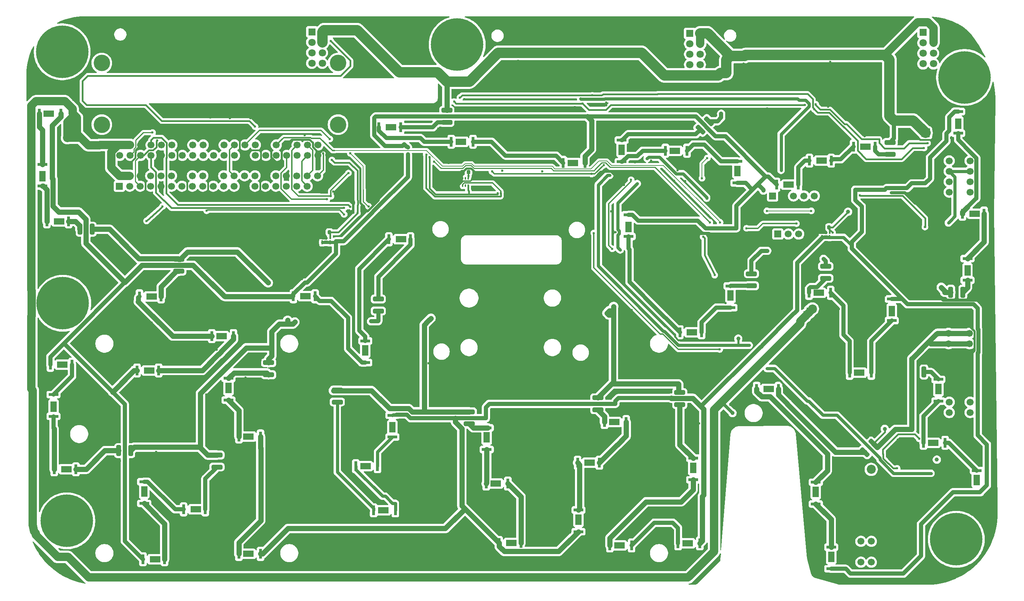
<source format=gbr>
%TF.GenerationSoftware,KiCad,Pcbnew,9.0.2*%
%TF.CreationDate,2025-10-05T23:40:00-05:00*%
%TF.ProjectId,MothBox5.0.2,4d6f7468-426f-4783-952e-302e322e6b69,5.0.2*%
%TF.SameCoordinates,Original*%
%TF.FileFunction,Copper,L1,Top*%
%TF.FilePolarity,Positive*%
%FSLAX46Y46*%
G04 Gerber Fmt 4.6, Leading zero omitted, Abs format (unit mm)*
G04 Created by KiCad (PCBNEW 9.0.2) date 2025-10-05 23:40:00*
%MOMM*%
%LPD*%
G01*
G04 APERTURE LIST*
G04 Aperture macros list*
%AMRoundRect*
0 Rectangle with rounded corners*
0 $1 Rounding radius*
0 $2 $3 $4 $5 $6 $7 $8 $9 X,Y pos of 4 corners*
0 Add a 4 corners polygon primitive as box body*
4,1,4,$2,$3,$4,$5,$6,$7,$8,$9,$2,$3,0*
0 Add four circle primitives for the rounded corners*
1,1,$1+$1,$2,$3*
1,1,$1+$1,$4,$5*
1,1,$1+$1,$6,$7*
1,1,$1+$1,$8,$9*
0 Add four rect primitives between the rounded corners*
20,1,$1+$1,$2,$3,$4,$5,0*
20,1,$1+$1,$4,$5,$6,$7,0*
20,1,$1+$1,$6,$7,$8,$9,0*
20,1,$1+$1,$8,$9,$2,$3,0*%
G04 Aperture macros list end*
%TA.AperFunction,SMDPad,CuDef*%
%ADD10RoundRect,0.075000X-0.075000X0.250000X-0.075000X-0.250000X0.075000X-0.250000X0.075000X0.250000X0*%
%TD*%
%TA.AperFunction,ComponentPad*%
%ADD11C,2.200000*%
%TD*%
%TA.AperFunction,SMDPad,CuDef*%
%ADD12RoundRect,0.250000X-1.075000X0.312500X-1.075000X-0.312500X1.075000X-0.312500X1.075000X0.312500X0*%
%TD*%
%TA.AperFunction,SMDPad,CuDef*%
%ADD13R,0.800000X2.400000*%
%TD*%
%TA.AperFunction,SMDPad,CuDef*%
%ADD14R,2.630000X1.520000*%
%TD*%
%TA.AperFunction,SMDPad,CuDef*%
%ADD15RoundRect,0.225000X-0.225000X-0.250000X0.225000X-0.250000X0.225000X0.250000X-0.225000X0.250000X0*%
%TD*%
%TA.AperFunction,SMDPad,CuDef*%
%ADD16R,2.400000X0.800000*%
%TD*%
%TA.AperFunction,SMDPad,CuDef*%
%ADD17R,1.520000X2.630000*%
%TD*%
%TA.AperFunction,ComponentPad*%
%ADD18C,1.000000*%
%TD*%
%TA.AperFunction,SMDPad,CuDef*%
%ADD19RoundRect,0.250000X-0.539169X0.981111X-0.981111X0.539169X0.539169X-0.981111X0.981111X-0.539169X0*%
%TD*%
%TA.AperFunction,SMDPad,CuDef*%
%ADD20R,0.450000X0.400000*%
%TD*%
%TA.AperFunction,SMDPad,CuDef*%
%ADD21R,0.910000X0.400000*%
%TD*%
%TA.AperFunction,SMDPad,CuDef*%
%ADD22R,0.910000X0.810000*%
%TD*%
%TA.AperFunction,ComponentPad*%
%ADD23C,12.800000*%
%TD*%
%TA.AperFunction,ComponentPad*%
%ADD24R,1.700000X1.700000*%
%TD*%
%TA.AperFunction,ComponentPad*%
%ADD25C,1.700000*%
%TD*%
%TA.AperFunction,ComponentPad*%
%ADD26R,1.800000X1.780000*%
%TD*%
%TA.AperFunction,ComponentPad*%
%ADD27C,1.800000*%
%TD*%
%TA.AperFunction,SMDPad,CuDef*%
%ADD28RoundRect,0.250000X-0.312500X-1.075000X0.312500X-1.075000X0.312500X1.075000X-0.312500X1.075000X0*%
%TD*%
%TA.AperFunction,SMDPad,CuDef*%
%ADD29RoundRect,0.250000X0.312500X1.075000X-0.312500X1.075000X-0.312500X-1.075000X0.312500X-1.075000X0*%
%TD*%
%TA.AperFunction,SMDPad,CuDef*%
%ADD30RoundRect,0.250000X1.075000X-0.312500X1.075000X0.312500X-1.075000X0.312500X-1.075000X-0.312500X0*%
%TD*%
%TA.AperFunction,SMDPad,CuDef*%
%ADD31RoundRect,0.200000X0.200000X0.275000X-0.200000X0.275000X-0.200000X-0.275000X0.200000X-0.275000X0*%
%TD*%
%TA.AperFunction,ComponentPad*%
%ADD32C,4.000000*%
%TD*%
%TA.AperFunction,ViaPad*%
%ADD33C,0.600000*%
%TD*%
%TA.AperFunction,Conductor*%
%ADD34C,0.800000*%
%TD*%
%TA.AperFunction,Conductor*%
%ADD35C,0.400000*%
%TD*%
%TA.AperFunction,Conductor*%
%ADD36C,0.304800*%
%TD*%
%TA.AperFunction,Conductor*%
%ADD37C,0.500000*%
%TD*%
%TA.AperFunction,Conductor*%
%ADD38C,2.032000*%
%TD*%
%TA.AperFunction,Conductor*%
%ADD39C,1.270000*%
%TD*%
%TA.AperFunction,Conductor*%
%ADD40C,1.000000*%
%TD*%
%TA.AperFunction,Conductor*%
%ADD41C,2.540000*%
%TD*%
%TA.AperFunction,Conductor*%
%ADD42C,0.250000*%
%TD*%
%TA.AperFunction,Conductor*%
%ADD43C,0.203200*%
%TD*%
G04 APERTURE END LIST*
D10*
%TO.P,U18,1,VDD*%
%TO.N,+3.3V*%
X34854930Y41394962D03*
%TO.P,U18,2,NC*%
%TO.N,unconnected-(U18-NC-Pad2)*%
X34204930Y41394962D03*
%TO.P,U18,3,GND*%
%TO.N,GND*%
X33554930Y41394962D03*
%TO.P,U18,4,SCL*%
%TO.N,SCL*%
X33554930Y39594962D03*
%TO.P,U18,5,INT*%
%TO.N,unconnected-(U18-INT-Pad5)*%
X34204930Y39594962D03*
%TO.P,U18,6,SDA*%
%TO.N,SDA*%
X34854930Y39594962D03*
%TD*%
D11*
%TO.P,C14,1*%
%TO.N,+24V*%
X132992507Y-29530312D03*
%TO.P,C14,2*%
%TO.N,GND*%
X125492507Y-29530312D03*
%TD*%
%TO.P,C16,1*%
%TO.N,+5V*%
X118675583Y9548297D03*
%TO.P,C16,2*%
%TO.N,GND*%
X118675583Y17048297D03*
%TD*%
%TO.P,C1,1*%
%TO.N,+5V*%
X-62650000Y51234329D03*
%TO.P,C1,2*%
%TO.N,GND*%
X-62650000Y43734329D03*
%TD*%
D12*
%TO.P,R37,1*%
%TO.N,+12V*%
X121932128Y19928372D03*
%TO.P,R37,2*%
%TO.N,Net-(LED52-A)*%
X121932128Y17003372D03*
%TD*%
%TO.P,R15,1*%
%TO.N,+12V*%
X-13685185Y-3549651D03*
%TO.P,R15,2*%
%TO.N,Net-(LED46-A)*%
X-13685185Y-6474651D03*
%TD*%
D13*
%TO.P,LED13,1,K*%
%TO.N,Net-(LED13-K)*%
X13164815Y53787849D03*
%TO.P,LED13,2,A*%
%TO.N,Net-(LED13-A)*%
X18444815Y53787849D03*
D14*
%TO.P,LED13,3,NC*%
%TO.N,unconnected-(LED13-NC-Pad3)*%
X16104815Y53787849D03*
%TD*%
D12*
%TO.P,R17,1*%
%TO.N,+12V*%
X-26244678Y-26032629D03*
%TO.P,R17,2*%
%TO.N,Net-(LED2-A)*%
X-26244678Y-28957629D03*
%TD*%
D15*
%TO.P,C13,1*%
%TO.N,GND*%
X33423881Y42861407D03*
%TO.P,C13,2*%
%TO.N,+3.3V*%
X34973881Y42861407D03*
%TD*%
D12*
%TO.P,R22,1*%
%TO.N,+12V*%
X137604984Y50119912D03*
%TO.P,R22,2*%
%TO.N,Net-(LED10-A)*%
X137604984Y47194912D03*
%TD*%
%TO.P,R13,1*%
%TO.N,+12V*%
X35162498Y-15520039D03*
%TO.P,R13,2*%
%TO.N,Net-(LED40-A)*%
X35162498Y-18445039D03*
%TD*%
D16*
%TO.P,LED9,1,K*%
%TO.N,Net-(LED12-K)*%
X73957305Y32466849D03*
%TO.P,LED9,2,A*%
%TO.N,Net-(LED8-K)*%
X73957305Y27186849D03*
D17*
%TO.P,LED9,3,NC*%
%TO.N,unconnected-(LED9-NC-Pad3)*%
X73957305Y29526849D03*
%TD*%
D13*
%TO.P,LED44,1,K*%
%TO.N,Net-(LED44-K)*%
X12824288Y-28752541D03*
%TO.P,LED44,2,A*%
%TO.N,Net-(LED43-K)*%
X7544288Y-28752541D03*
D14*
%TO.P,LED44,3,NC*%
%TO.N,unconnected-(LED44-NC-Pad3)*%
X9884288Y-28752541D03*
%TD*%
D16*
%TO.P,LED23,1,K*%
%TO.N,Net-(LED23-K)*%
X-68720499Y44777468D03*
%TO.P,LED23,2,A*%
%TO.N,Net-(LED22-K)*%
X-68720499Y39497468D03*
D17*
%TO.P,LED23,3,NC*%
%TO.N,unconnected-(LED23-NC-Pad3)*%
X-68720499Y41837468D03*
%TD*%
D13*
%TO.P,LED37,1,K*%
%TO.N,Net-(LED37-K)*%
X73354815Y-18012151D03*
%TO.P,LED37,2,A*%
%TO.N,Net-(LED37-A)*%
X68074815Y-18012151D03*
D14*
%TO.P,LED37,3,NC*%
%TO.N,unconnected-(LED37-NC-Pad3)*%
X70414815Y-18012151D03*
%TD*%
D18*
%TO.P,TP9,1,1*%
%TO.N,GND*%
X-67749331Y22291322D03*
%TD*%
D13*
%TO.P,LED12,1,K*%
%TO.N,Net-(LED12-K)*%
X109962528Y39797849D03*
%TO.P,LED12,2,A*%
%TO.N,Net-(LED11-K)*%
X115242528Y39797849D03*
D14*
%TO.P,LED12,3,NC*%
%TO.N,unconnected-(LED12-NC-Pad3)*%
X112902528Y39797849D03*
%TD*%
D13*
%TO.P,LED35,1,K*%
%TO.N,Net-(LED35-K)*%
X74654815Y-48062151D03*
%TO.P,LED35,2,A*%
%TO.N,Net-(LED34-K)*%
X69374815Y-48062151D03*
D14*
%TO.P,LED35,3,NC*%
%TO.N,unconnected-(LED35-NC-Pad3)*%
X71714815Y-48062151D03*
%TD*%
D16*
%TO.P,LED40,1,K*%
%TO.N,Net-(LED40-K)*%
X39414241Y-24668396D03*
%TO.P,LED40,2,A*%
%TO.N,Net-(LED40-A)*%
X39414241Y-19388396D03*
D17*
%TO.P,LED40,3,NC*%
%TO.N,unconnected-(LED40-NC-Pad3)*%
X39414241Y-21728396D03*
%TD*%
D19*
%TO.P,R8,1*%
%TO.N,+12V*%
X133515012Y-23272435D03*
%TO.P,R8,2*%
%TO.N,Net-(LED31-A)*%
X131446724Y-25340723D03*
%TD*%
D16*
%TO.P,LED28,1,K*%
%TO.N,Net-(LED28-K)*%
X149348989Y-12894689D03*
%TO.P,LED28,2,A*%
%TO.N,Net-(LED28-A)*%
X149348989Y-7614689D03*
D17*
%TO.P,LED28,3,NC*%
%TO.N,unconnected-(LED28-NC-Pad3)*%
X149348989Y-9954689D03*
%TD*%
D20*
%TO.P,Q3,1,D*%
%TO.N,Net-(LED12-K)*%
X1250882Y25456536D03*
%TO.P,Q3,2,D*%
X1250882Y26116535D03*
%TO.P,Q3,3,G*%
%TO.N,PHOTO_LED_CTRL*%
X1250882Y26766536D03*
%TO.P,Q3,4,S*%
%TO.N,GND*%
X-649118Y26766536D03*
%TO.P,Q3,5,D*%
%TO.N,Net-(LED12-K)*%
X-649118Y26116535D03*
%TO.P,Q3,6,D*%
X-649118Y25456536D03*
D21*
%TO.P,Q3,7,S*%
%TO.N,GND*%
X300882Y26816537D03*
D22*
%TO.P,Q3,8,D*%
%TO.N,Net-(LED12-K)*%
X300882Y25786537D03*
%TD*%
D23*
%TO.P,H3,1*%
%TO.N,N/C*%
X32214815Y73937849D03*
%TD*%
D16*
%TO.P,LED33,1,K*%
%TO.N,Net-(LED27-K)*%
X123264815Y-53752151D03*
%TO.P,LED33,2,A*%
%TO.N,Net-(LED32-K)*%
X123264815Y-48472151D03*
D17*
%TO.P,LED33,3,NC*%
%TO.N,unconnected-(LED33-NC-Pad3)*%
X123264815Y-50812151D03*
%TD*%
D13*
%TO.P,LED41,1,K*%
%TO.N,Net-(LED41-K)*%
X44550556Y-32978424D03*
%TO.P,LED41,2,A*%
%TO.N,Net-(LED40-K)*%
X39270556Y-32978424D03*
D14*
%TO.P,LED41,3,NC*%
%TO.N,unconnected-(LED41-NC-Pad3)*%
X41610556Y-32978424D03*
%TD*%
D13*
%TO.P,LED22,1,K*%
%TO.N,Net-(LED22-K)*%
X-67655045Y30903755D03*
%TO.P,LED22,2,A*%
%TO.N,Net-(LED22-A)*%
X-62375045Y30903755D03*
D14*
%TO.P,LED22,3,NC*%
%TO.N,unconnected-(LED22-NC-Pad3)*%
X-64715045Y30903755D03*
%TD*%
D13*
%TO.P,LED42,1,K*%
%TO.N,Net-(LED27-K)*%
X42446264Y-47481387D03*
%TO.P,LED42,2,A*%
%TO.N,Net-(LED41-K)*%
X47726264Y-47481387D03*
D14*
%TO.P,LED42,3,NC*%
%TO.N,unconnected-(LED42-NC-Pad3)*%
X45386264Y-47481387D03*
%TD*%
D12*
%TO.P,R23,1*%
%TO.N,+12V*%
X29701110Y57919480D03*
%TO.P,R23,2*%
%TO.N,Net-(LED13-A)*%
X29701110Y54994480D03*
%TD*%
D18*
%TO.P,TP4,1,1*%
%TO.N,Net-(LED12-K)*%
X106764815Y38387849D03*
%TD*%
%TO.P,TP7,1,1*%
%TO.N,+3.3V*%
X100644448Y2305791D03*
%TD*%
D23*
%TO.P,H6,1*%
%TO.N,N/C*%
X-62785185Y-42062151D03*
%TD*%
D13*
%TO.P,LED21,1,K*%
%TO.N,Net-(LED12-K)*%
X-45725536Y-5454480D03*
%TO.P,LED21,2,A*%
%TO.N,Net-(LED20-K)*%
X-40445536Y-5454480D03*
D14*
%TO.P,LED21,3,NC*%
%TO.N,unconnected-(LED21-NC-Pad3)*%
X-42785536Y-5454480D03*
%TD*%
D24*
%TO.P,U5,1,3V3*%
%TO.N,unconnected-(U5-3V3-Pad1)*%
X-50012001Y39448894D03*
D25*
%TO.P,U5,2,5V*%
%TO.N,+5V*%
X-50012001Y41988894D03*
%TO.P,U5,3,GPIO2/SDA1*%
%TO.N,SDA*%
X-47472001Y39448894D03*
%TO.P,U5,4,5V*%
%TO.N,+5V*%
X-47472001Y41988894D03*
%TO.P,U5,5,GPIO3/SCL1*%
%TO.N,SCL*%
X-44932002Y39448894D03*
%TO.P,U5,6,GND*%
%TO.N,GND*%
X-44932001Y41988894D03*
%TO.P,U5,7,GPIO4/GPIO_GCKL*%
%TO.N,unconnected-(U5-GPIO4{slash}GPIO_GCKL-Pad7)*%
X-42392001Y39448894D03*
%TO.P,U5,8,GPIO14/TXD0*%
%TO.N,unconnected-(U5-GPIO14{slash}TXD0-Pad8)*%
X-42392001Y41988894D03*
%TO.P,U5,9,GND*%
%TO.N,GND*%
X-39852001Y39448894D03*
%TO.P,U5,10,GPIO15/RXD0*%
%TO.N,unconnected-(U5-GPIO15{slash}RXD0-Pad10)*%
X-39852001Y41988894D03*
%TO.P,U5,11,GPIO17/GPIO_GEN0*%
%TO.N,/RPI5/Save for eink_11*%
X-37312001Y39448894D03*
%TO.P,U5,12,GPIO18/GPIO_GEN1*%
%TO.N,unconnected-(U5-GPIO18{slash}GPIO_GEN1-Pad12)*%
X-37312001Y41988894D03*
%TO.P,U5,13,GPIO27/GPIO_GEN2*%
%TO.N,unconnected-(U5-GPIO27{slash}GPIO_GEN2-Pad13)*%
X-34772001Y39448894D03*
%TO.P,U5,14,GND*%
%TO.N,GND*%
X-34772001Y41988894D03*
%TO.P,U5,15,GPIO22/GPIO_GEN3*%
%TO.N,unconnected-(U5-GPIO22{slash}GPIO_GEN3-Pad15)*%
X-32232000Y39448894D03*
%TO.P,U5,16,GPIO23/GPIO_GEN4*%
%TO.N,unconnected-(U5-GPIO23{slash}GPIO_GEN4-Pad16)*%
X-32232001Y41988894D03*
%TO.P,U5,17,3V3*%
%TO.N,unconnected-(U5-3V3-Pad17)*%
X-29692001Y39448894D03*
%TO.P,U5,18,GPIO24/GPIO_GEN5*%
%TO.N,/RPI5/Save for eink_18*%
X-29692001Y41988894D03*
%TO.P,U5,19,GPIO10/SPI_MOSI*%
%TO.N,/RPI5/Save for eink_19*%
X-27152001Y39448894D03*
%TO.P,U5,20,GND*%
%TO.N,GND*%
X-27152001Y41988894D03*
%TO.P,U5,21,GPIO9/SPI_MISO*%
%TO.N,unconnected-(U5-GPIO9{slash}SPI_MISO-Pad21)*%
X-24612001Y39448894D03*
%TO.P,U5,22,GPIO25/GPIO_GEN6*%
%TO.N,/RPI5/Save for eink_22*%
X-24612001Y41988894D03*
%TO.P,U5,23,GPIO11/SPI_SCLK*%
%TO.N,/RPI5/Save for eink_23*%
X-22072002Y39448894D03*
%TO.P,U5,24,GPIO8/~{SPI_CE0}*%
%TO.N,/RPI5/Save for eink_24*%
X-22072001Y41988894D03*
%TO.P,U5,25,GND*%
%TO.N,GND*%
X-19532001Y39448894D03*
%TO.P,U5,26,GPIO7/~{SPI_CE1}*%
%TO.N,unconnected-(U5-GPIO7{slash}~{SPI_CE1}-Pad26)*%
X-19532001Y41988894D03*
%TO.P,U5,27,ID_SD*%
%TO.N,unconnected-(U5-ID_SD-Pad27)*%
X-16992001Y39448894D03*
%TO.P,U5,28,ID_SC*%
%TO.N,unconnected-(U5-ID_SC-Pad28)*%
X-16992001Y41988894D03*
%TO.P,U5,29,GPIO5*%
%TO.N,unconnected-(U5-GPIO5-Pad29)*%
X-14452001Y39448894D03*
%TO.P,U5,30,GND*%
%TO.N,GND*%
X-14452001Y41988894D03*
%TO.P,U5,31,GPIO6*%
%TO.N,unconnected-(U5-GPIO6-Pad31)*%
X-11912002Y39448894D03*
%TO.P,U5,32,GPIO12*%
%TO.N,unconnected-(U5-GPIO12-Pad32)*%
X-11912001Y41988894D03*
%TO.P,U5,33,GPIO13*%
%TO.N,unconnected-(U5-GPIO13-Pad33)*%
X-9372000Y39448894D03*
%TO.P,U5,34,GND*%
%TO.N,GND*%
X-9372001Y41988894D03*
%TO.P,U5,35,GPIO19*%
%TO.N,unconnected-(U5-GPIO19-Pad35)*%
X-6832001Y39448894D03*
%TO.P,U5,36,GPIO16*%
%TO.N,unconnected-(U5-GPIO16-Pad36)*%
X-6832001Y41988894D03*
%TO.P,U5,37,GPIO26*%
%TO.N,/RPI5/Save for relay 3*%
X-4292001Y39448894D03*
%TO.P,U5,38,GPIO20*%
%TO.N,/RPI5/Save for relay*%
X-4292001Y41988894D03*
%TO.P,U5,39,GND*%
%TO.N,GND*%
X-1752001Y39448894D03*
%TO.P,U5,40,GPIO21*%
%TO.N,/RPI5/Save for relay 2*%
X-1752001Y41988894D03*
%TD*%
D13*
%TO.P,LED38,1,K*%
%TO.N,Net-(LED38-K)*%
X61524815Y-27912151D03*
%TO.P,LED38,2,A*%
%TO.N,Net-(LED37-K)*%
X66804815Y-27912151D03*
D14*
%TO.P,LED38,3,NC*%
%TO.N,unconnected-(LED38-NC-Pad3)*%
X64464815Y-27912151D03*
%TD*%
D26*
%TO.P,H10,1,1*%
%TO.N,unconnected-(H10-Pad1)*%
X88827556Y76664779D03*
D27*
%TO.P,H10,2,2*%
%TO.N,+12V*%
X91367556Y76664779D03*
%TO.P,H10,3,3*%
%TO.N,unconnected-(H10-Pad3)*%
X88827556Y74124779D03*
%TO.P,H10,4,4*%
%TO.N,+12V*%
X91367556Y74124779D03*
%TO.P,H10,5,5*%
%TO.N,unconnected-(H10-Pad5)*%
X88827556Y71584779D03*
%TO.P,H10,6,6*%
%TO.N,Net-(H10-Pad6)*%
X91367556Y71584779D03*
%TO.P,H10,7,7*%
%TO.N,unconnected-(H10-Pad7)*%
X88827556Y69044779D03*
%TO.P,H10,8,8*%
%TO.N,Net-(H10-Pad6)*%
X91367556Y69044779D03*
%TD*%
D13*
%TO.P,LED20,1,K*%
%TO.N,Net-(LED20-K)*%
X-22220522Y2937849D03*
%TO.P,LED20,2,A*%
%TO.N,Net-(LED19-K)*%
X-27500522Y2937849D03*
D14*
%TO.P,LED20,3,NC*%
%TO.N,unconnected-(LED20-NC-Pad3)*%
X-25160522Y2937849D03*
%TD*%
D13*
%TO.P,LED16,1,K*%
%TO.N,Net-(LED16-K)*%
X-65875185Y-29512151D03*
%TO.P,LED16,2,A*%
%TO.N,Net-(LED16-A)*%
X-60595185Y-29512151D03*
D14*
%TO.P,LED16,3,NC*%
%TO.N,unconnected-(LED16-NC-Pad3)*%
X-62935185Y-29512151D03*
%TD*%
D28*
%TO.P,R16,1*%
%TO.N,+12V*%
X152362506Y13603935D03*
%TO.P,R16,2*%
%TO.N,Net-(LED25-A)*%
X155287506Y13603935D03*
%TD*%
D29*
%TO.P,R24,1*%
%TO.N,+12V*%
X-47247654Y-24967801D03*
%TO.P,R24,2*%
%TO.N,Net-(LED16-A)*%
X-50172654Y-24967801D03*
%TD*%
D16*
%TO.P,LED7,1,K*%
%TO.N,Net-(LED7-K)*%
X98753974Y9874638D03*
%TO.P,LED7,2,A*%
%TO.N,Net-(LED7-A)*%
X98753974Y15154638D03*
D17*
%TO.P,LED7,3,NC*%
%TO.N,unconnected-(LED7-NC-Pad3)*%
X98753974Y12814638D03*
%TD*%
D13*
%TO.P,LED52,1,K*%
%TO.N,Net-(LED52-K)*%
X123143246Y13469896D03*
%TO.P,LED52,2,A*%
%TO.N,Net-(LED52-A)*%
X117863246Y13469896D03*
D14*
%TO.P,LED52,3,NC*%
%TO.N,unconnected-(LED52-NC-Pad3)*%
X120203246Y13469896D03*
%TD*%
D13*
%TO.P,LED53,1,K*%
%TO.N,Net-(LED53-K)*%
X133012853Y-5999252D03*
%TO.P,LED53,2,A*%
%TO.N,Net-(LED52-K)*%
X127732853Y-5999252D03*
D14*
%TO.P,LED53,3,NC*%
%TO.N,unconnected-(LED53-NC-Pad3)*%
X130072853Y-5999252D03*
%TD*%
D20*
%TO.P,Q7,1,D*%
%TO.N,Net-(LED27-K)*%
X122885904Y26753819D03*
%TO.P,Q7,2,D*%
X122885904Y27413818D03*
%TO.P,Q7,3,G*%
%TO.N,PHOTO_LED_CTRL*%
X122885904Y28063819D03*
%TO.P,Q7,4,S*%
%TO.N,GND*%
X120985904Y28063819D03*
%TO.P,Q7,5,D*%
%TO.N,Net-(LED27-K)*%
X120985904Y27413818D03*
%TO.P,Q7,6,D*%
X120985904Y26753819D03*
D21*
%TO.P,Q7,7,S*%
%TO.N,GND*%
X121935904Y28113820D03*
D22*
%TO.P,Q7,8,D*%
%TO.N,Net-(LED27-K)*%
X121935904Y27083820D03*
%TD*%
D13*
%TO.P,LED2,1,K*%
%TO.N,Net-(LED1-A)*%
X-34378623Y-39273687D03*
%TO.P,LED2,2,A*%
%TO.N,Net-(LED2-A)*%
X-29098623Y-39273687D03*
D14*
%TO.P,LED2,3,NC*%
%TO.N,unconnected-(LED2-NC-Pad3)*%
X-31438623Y-39273687D03*
%TD*%
D30*
%TO.P,R18,1*%
%TO.N,+12V*%
X13021754Y9045081D03*
%TO.P,R18,2*%
%TO.N,Net-(LED4-A)*%
X13021754Y11970081D03*
%TD*%
D16*
%TO.P,LED34,1,K*%
%TO.N,Net-(LED34-K)*%
X89653568Y-32067606D03*
%TO.P,LED34,2,A*%
%TO.N,Net-(LED34-A)*%
X89653568Y-26787606D03*
D17*
%TO.P,LED34,3,NC*%
%TO.N,unconnected-(LED34-NC-Pad3)*%
X89653568Y-29127606D03*
%TD*%
D18*
%TO.P,TP6,1,1*%
%TO.N,Net-(LED27-K)*%
X128267838Y24986014D03*
%TD*%
D13*
%TO.P,LED15,1,K*%
%TO.N,Net-(LED12-K)*%
X63329814Y45116682D03*
%TO.P,LED15,2,A*%
%TO.N,Net-(LED14-K)*%
X58049814Y45116682D03*
D14*
%TO.P,LED15,3,NC*%
%TO.N,unconnected-(LED15-NC-Pad3)*%
X60389814Y45116682D03*
%TD*%
D13*
%TO.P,LED8,1,K*%
%TO.N,Net-(LED8-K)*%
X86419596Y3861772D03*
%TO.P,LED8,2,A*%
%TO.N,Net-(LED7-K)*%
X91699596Y3861772D03*
D14*
%TO.P,LED8,3,NC*%
%TO.N,unconnected-(LED8-NC-Pad3)*%
X89359596Y3861772D03*
%TD*%
D16*
%TO.P,LED25,1,K*%
%TO.N,Net-(LED25-K)*%
X156434036Y21823489D03*
%TO.P,LED25,2,A*%
%TO.N,Net-(LED25-A)*%
X156434036Y16543489D03*
D17*
%TO.P,LED25,3,NC*%
%TO.N,unconnected-(LED25-NC-Pad3)*%
X156434036Y18883489D03*
%TD*%
D31*
%TO.P,R9,1*%
%TO.N,PHOTO_LED_CTRL*%
X122731363Y29449739D03*
%TO.P,R9,2*%
%TO.N,GND*%
X121081363Y29449739D03*
%TD*%
D13*
%TO.P,LED18,1,K*%
%TO.N,Net-(LED12-K)*%
X-66812031Y-4052383D03*
%TO.P,LED18,2,A*%
%TO.N,Net-(LED17-K)*%
X-61532031Y-4052383D03*
D14*
%TO.P,LED18,3,NC*%
%TO.N,unconnected-(LED18-NC-Pad3)*%
X-63872031Y-4052383D03*
%TD*%
D13*
%TO.P,LED10,1,K*%
%TO.N,Net-(LED10-K)*%
X128672760Y49092134D03*
%TO.P,LED10,2,A*%
%TO.N,Net-(LED10-A)*%
X133952760Y49092134D03*
D14*
%TO.P,LED10,3,NC*%
%TO.N,unconnected-(LED10-NC-Pad3)*%
X131612760Y49092134D03*
%TD*%
D13*
%TO.P,LED36,1,K*%
%TO.N,Net-(LED27-K)*%
X91269834Y-47551229D03*
%TO.P,LED36,2,A*%
%TO.N,Net-(LED35-K)*%
X85989834Y-47551229D03*
D14*
%TO.P,LED36,3,NC*%
%TO.N,unconnected-(LED36-NC-Pad3)*%
X88329834Y-47551229D03*
%TD*%
D16*
%TO.P,LED1,1,K*%
%TO.N,Net-(LED1-K)*%
X-43968473Y-37821826D03*
%TO.P,LED1,2,A*%
%TO.N,Net-(LED1-A)*%
X-43968473Y-32541826D03*
D17*
%TO.P,LED1,3,NC*%
%TO.N,unconnected-(LED1-NC-Pad3)*%
X-43968473Y-34881826D03*
%TD*%
D16*
%TO.P,LED49,1,K*%
%TO.N,Net-(LED49-K)*%
X72237502Y45398461D03*
%TO.P,LED49,2,A*%
%TO.N,Net-(LED49-A)*%
X72237502Y50678461D03*
D17*
%TO.P,LED49,3,NC*%
%TO.N,unconnected-(LED49-NC-Pad3)*%
X72237502Y48338461D03*
%TD*%
D16*
%TO.P,LED30,1,K*%
%TO.N,Net-(LED27-K)*%
X158680815Y-35107165D03*
%TO.P,LED30,2,A*%
%TO.N,Net-(LED29-K)*%
X158680815Y-29827165D03*
D17*
%TO.P,LED30,3,NC*%
%TO.N,unconnected-(LED30-NC-Pad3)*%
X158680815Y-32167165D03*
%TD*%
D16*
%TO.P,LED46,1,K*%
%TO.N,Net-(LED46-K)*%
X-23452121Y-12643335D03*
%TO.P,LED46,2,A*%
%TO.N,Net-(LED46-A)*%
X-23452121Y-7363335D03*
D17*
%TO.P,LED46,3,NC*%
%TO.N,unconnected-(LED46-NC-Pad3)*%
X-23452121Y-9703335D03*
%TD*%
D23*
%TO.P,H7,1*%
%TO.N,N/C*%
X153714815Y-46562151D03*
%TD*%
D16*
%TO.P,LED39,1,K*%
%TO.N,Net-(LED27-K)*%
X61735751Y-44702319D03*
%TO.P,LED39,2,A*%
%TO.N,Net-(LED38-K)*%
X61735751Y-39422319D03*
D17*
%TO.P,LED39,3,NC*%
%TO.N,unconnected-(LED39-NC-Pad3)*%
X61735751Y-41762319D03*
%TD*%
D18*
%TO.P,TP3,1,1*%
%TO.N,PHOTO_LED_CTRL*%
X127364815Y33237849D03*
%TD*%
D16*
%TO.P,LED27,1,K*%
%TO.N,Net-(LED27-K)*%
X154160114Y57628725D03*
%TO.P,LED27,2,A*%
%TO.N,Net-(LED26-K)*%
X154160114Y52348725D03*
D17*
%TO.P,LED27,3,NC*%
%TO.N,unconnected-(LED27-NC-Pad3)*%
X154160114Y54688725D03*
%TD*%
D13*
%TO.P,LED50,1,K*%
%TO.N,Net-(LED50-K)*%
X88150103Y48090952D03*
%TO.P,LED50,2,A*%
%TO.N,Net-(LED49-K)*%
X82870103Y48090952D03*
D14*
%TO.P,LED50,3,NC*%
%TO.N,unconnected-(LED50-NC-Pad3)*%
X85210103Y48090952D03*
%TD*%
D19*
%TO.P,R28,1*%
%TO.N,+12V*%
X93484709Y55279973D03*
%TO.P,R28,2*%
%TO.N,Net-(LED49-A)*%
X91416421Y53211685D03*
%TD*%
D13*
%TO.P,LED31,1,K*%
%TO.N,Net-(LED31-K)*%
X105124815Y-9912151D03*
%TO.P,LED31,2,A*%
%TO.N,Net-(LED31-A)*%
X110404815Y-9912151D03*
D14*
%TO.P,LED31,3,NC*%
%TO.N,unconnected-(LED31-NC-Pad3)*%
X108064815Y-9912151D03*
%TD*%
D12*
%TO.P,R10,1*%
%TO.N,+12V*%
X86402034Y-10815518D03*
%TO.P,R10,2*%
%TO.N,Net-(LED34-A)*%
X86402034Y-13740518D03*
%TD*%
D16*
%TO.P,LED32,1,K*%
%TO.N,Net-(LED32-K)*%
X119514815Y-37952151D03*
%TO.P,LED32,2,A*%
%TO.N,Net-(LED31-K)*%
X119514815Y-32672151D03*
D17*
%TO.P,LED32,3,NC*%
%TO.N,unconnected-(LED32-NC-Pad3)*%
X119514815Y-35012151D03*
%TD*%
D23*
%TO.P,H4,1*%
%TO.N,N/C*%
X-63935185Y72187849D03*
%TD*%
D13*
%TO.P,LED48,1,K*%
%TO.N,Net-(LED27-K)*%
X-15657713Y-50113872D03*
%TO.P,LED48,2,A*%
%TO.N,Net-(LED47-K)*%
X-20937713Y-50113872D03*
D14*
%TO.P,LED48,3,NC*%
%TO.N,unconnected-(LED48-NC-Pad3)*%
X-18597713Y-50113872D03*
%TD*%
D18*
%TO.P,TP2,1,1*%
%TO.N,+24V*%
X148970711Y-27151745D03*
%TD*%
D16*
%TO.P,LED51,1,K*%
%TO.N,Net-(LED12-K)*%
X100425197Y40220959D03*
%TO.P,LED51,2,A*%
%TO.N,Net-(LED50-K)*%
X100425197Y45500959D03*
D17*
%TO.P,LED51,3,NC*%
%TO.N,unconnected-(LED51-NC-Pad3)*%
X100425197Y43160959D03*
%TD*%
D13*
%TO.P,LED6,1,K*%
%TO.N,Net-(LED12-K)*%
X-7652359Y12630475D03*
%TO.P,LED6,2,A*%
%TO.N,Net-(LED5-K)*%
X-2372359Y12630475D03*
D14*
%TO.P,LED6,3,NC*%
%TO.N,unconnected-(LED6-NC-Pad3)*%
X-4712359Y12630475D03*
%TD*%
D23*
%TO.P,H5,1*%
%TO.N,N/C*%
X-63785185Y10937849D03*
%TD*%
D12*
%TO.P,R14,1*%
%TO.N,+12V*%
X3039064Y-10205001D03*
%TO.P,R14,2*%
%TO.N,Net-(LED43-A)*%
X3039064Y-13130001D03*
%TD*%
D18*
%TO.P,TP8,1,1*%
%TO.N,GND*%
X18208170Y79732148D03*
%TD*%
D13*
%TO.P,LED3,1,K*%
%TO.N,Net-(LED12-K)*%
X-44275185Y-51412151D03*
%TO.P,LED3,2,A*%
%TO.N,Net-(LED1-K)*%
X-38995185Y-51412151D03*
D14*
%TO.P,LED3,3,NC*%
%TO.N,unconnected-(LED3-NC-Pad3)*%
X-41335185Y-51412151D03*
%TD*%
D13*
%TO.P,LED4,1,K*%
%TO.N,Net-(LED4-K)*%
X15583214Y26514862D03*
%TO.P,LED4,2,A*%
%TO.N,Net-(LED4-A)*%
X20863214Y26514862D03*
D14*
%TO.P,LED4,3,NC*%
%TO.N,unconnected-(LED4-NC-Pad3)*%
X18523214Y26514862D03*
%TD*%
D16*
%TO.P,LED54,1,K*%
%TO.N,Net-(LED27-K)*%
X137992829Y11973809D03*
%TO.P,LED54,2,A*%
%TO.N,Net-(LED53-K)*%
X137992829Y6693809D03*
D17*
%TO.P,LED54,3,NC*%
%TO.N,unconnected-(LED54-NC-Pad3)*%
X137992829Y9033809D03*
%TD*%
D13*
%TO.P,LED47,1,K*%
%TO.N,Net-(LED47-K)*%
X-15645185Y-21512151D03*
%TO.P,LED47,2,A*%
%TO.N,Net-(LED46-K)*%
X-20925185Y-21512151D03*
D14*
%TO.P,LED47,3,NC*%
%TO.N,unconnected-(LED47-NC-Pad3)*%
X-18585185Y-21512151D03*
%TD*%
D29*
%TO.P,R26,1*%
%TO.N,+12V*%
X-56638993Y28962261D03*
%TO.P,R26,2*%
%TO.N,Net-(LED22-A)*%
X-59563993Y28962261D03*
%TD*%
D16*
%TO.P,LED45,1,K*%
%TO.N,Net-(LED27-K)*%
X16449790Y-16356998D03*
%TO.P,LED45,2,A*%
%TO.N,Net-(LED44-K)*%
X16449790Y-21636998D03*
D17*
%TO.P,LED45,3,NC*%
%TO.N,unconnected-(LED45-NC-Pad3)*%
X16449790Y-19296998D03*
%TD*%
D16*
%TO.P,LED5,1,K*%
%TO.N,Net-(LED5-K)*%
X9845089Y-3502151D03*
%TO.P,LED5,2,A*%
%TO.N,Net-(LED4-K)*%
X9845089Y1777849D03*
D17*
%TO.P,LED5,3,NC*%
%TO.N,unconnected-(LED5-NC-Pad3)*%
X9845089Y-562151D03*
%TD*%
D12*
%TO.P,R12,1*%
%TO.N,+12V*%
X66457030Y-12086852D03*
%TO.P,R12,2*%
%TO.N,Net-(LED37-A)*%
X66457030Y-15011852D03*
%TD*%
%TO.P,R25,1*%
%TO.N,+12V*%
X-35556060Y21652849D03*
%TO.P,R25,2*%
%TO.N,Net-(LED19-A)*%
X-35556060Y18727849D03*
%TD*%
D13*
%TO.P,LED14,1,K*%
%TO.N,Net-(LED14-K)*%
X36062288Y50273830D03*
%TO.P,LED14,2,A*%
%TO.N,Net-(LED13-K)*%
X30782288Y50273830D03*
D14*
%TO.P,LED14,3,NC*%
%TO.N,unconnected-(LED14-NC-Pad3)*%
X33122288Y50273830D03*
%TD*%
D16*
%TO.P,LED17,1,K*%
%TO.N,Net-(LED17-K)*%
X-66035185Y-11322151D03*
%TO.P,LED17,2,A*%
%TO.N,Net-(LED16-K)*%
X-66035185Y-16602151D03*
D17*
%TO.P,LED17,3,NC*%
%TO.N,unconnected-(LED17-NC-Pad3)*%
X-66035185Y-14262151D03*
%TD*%
D26*
%TO.P,H9,1,1*%
%TO.N,unconnected-(H9-Pad1)*%
X-3153838Y77032342D03*
D27*
%TO.P,H9,2,2*%
%TO.N,+12V*%
X-613838Y77032342D03*
%TO.P,H9,3,3*%
%TO.N,unconnected-(H9-Pad3)*%
X-3153838Y74492342D03*
%TO.P,H9,4,4*%
%TO.N,+12V*%
X-613838Y74492342D03*
%TO.P,H9,5,5*%
%TO.N,unconnected-(H9-Pad5)*%
X-3153838Y71952342D03*
%TO.P,H9,6,6*%
%TO.N,Net-(H9-Pad6)*%
X-613838Y71952342D03*
%TO.P,H9,7,7*%
%TO.N,unconnected-(H9-Pad7)*%
X-3153838Y69412342D03*
%TO.P,H9,8,8*%
%TO.N,Net-(H9-Pad6)*%
X-613838Y69412342D03*
%TD*%
D26*
%TO.P,H8,1,1*%
%TO.N,unconnected-(H8-Pad1)*%
X145620519Y76898184D03*
D27*
%TO.P,H8,2,2*%
%TO.N,+12V*%
X148160519Y76898184D03*
%TO.P,H8,3,3*%
%TO.N,unconnected-(H8-Pad3)*%
X145620519Y74358184D03*
%TO.P,H8,4,4*%
%TO.N,+12V*%
X148160519Y74358184D03*
%TO.P,H8,5,5*%
%TO.N,unconnected-(H8-Pad5)*%
X145620519Y71818184D03*
%TO.P,H8,6,6*%
%TO.N,Net-(H8-Pad6)*%
X148160519Y71818184D03*
%TO.P,H8,7,7*%
%TO.N,unconnected-(H8-Pad7)*%
X145620519Y69278184D03*
%TO.P,H8,8,8*%
%TO.N,Net-(H8-Pad6)*%
X148160519Y69278184D03*
%TD*%
D23*
%TO.P,H2,1*%
%TO.N,N/C*%
X155714815Y65937849D03*
%TD*%
D13*
%TO.P,LED11,1,K*%
%TO.N,Net-(LED11-K)*%
X117969562Y45680128D03*
%TO.P,LED11,2,A*%
%TO.N,Net-(LED10-K)*%
X123249562Y45680128D03*
D14*
%TO.P,LED11,3,NC*%
%TO.N,unconnected-(LED11-NC-Pad3)*%
X120909562Y45680128D03*
%TD*%
D18*
%TO.P,TP10,1,1*%
%TO.N,GND*%
X146615789Y-54705402D03*
%TD*%
D28*
%TO.P,R7,1*%
%TO.N,+12V*%
X142907750Y-5814389D03*
%TO.P,R7,2*%
%TO.N,Net-(LED28-A)*%
X145832750Y-5814389D03*
%TD*%
D18*
%TO.P,TP5,1,1*%
%TO.N,+12V*%
X136316275Y-19642711D03*
%TD*%
D31*
%TO.P,R11,1*%
%TO.N,PHOTO_LED_CTRL*%
X1109568Y28221473D03*
%TO.P,R11,2*%
%TO.N,GND*%
X-540432Y28221473D03*
%TD*%
D13*
%TO.P,LED29,1,K*%
%TO.N,Net-(LED29-K)*%
X150994815Y-23062151D03*
%TO.P,LED29,2,A*%
%TO.N,Net-(LED28-K)*%
X145714815Y-23062151D03*
D14*
%TO.P,LED29,3,NC*%
%TO.N,unconnected-(LED29-NC-Pad3)*%
X148054815Y-23062151D03*
%TD*%
D13*
%TO.P,LED43,1,K*%
%TO.N,Net-(LED43-K)*%
X17157522Y-39514134D03*
%TO.P,LED43,2,A*%
%TO.N,Net-(LED43-A)*%
X11877522Y-39514134D03*
D14*
%TO.P,LED43,3,NC*%
%TO.N,unconnected-(LED43-NC-Pad3)*%
X14217522Y-39514134D03*
%TD*%
D13*
%TO.P,LED24,1,K*%
%TO.N,Net-(LED12-K)*%
X-64241445Y57102811D03*
%TO.P,LED24,2,A*%
%TO.N,Net-(LED23-K)*%
X-69521445Y57102811D03*
D14*
%TO.P,LED24,3,NC*%
%TO.N,unconnected-(LED24-NC-Pad3)*%
X-67181445Y57102811D03*
%TD*%
D12*
%TO.P,R20,1*%
%TO.N,+12V*%
X103850261Y18119227D03*
%TO.P,R20,2*%
%TO.N,Net-(LED7-A)*%
X103850261Y15194227D03*
%TD*%
D13*
%TO.P,LED26,1,K*%
%TO.N,Net-(LED26-K)*%
X155195902Y32762923D03*
%TO.P,LED26,2,A*%
%TO.N,Net-(LED25-K)*%
X160475902Y32762923D03*
D14*
%TO.P,LED26,3,NC*%
%TO.N,unconnected-(LED26-NC-Pad3)*%
X158135902Y32762923D03*
%TD*%
D13*
%TO.P,LED19,1,K*%
%TO.N,Net-(LED19-K)*%
X-45128725Y12615695D03*
%TO.P,LED19,2,A*%
%TO.N,Net-(LED19-A)*%
X-39848725Y12615695D03*
D14*
%TO.P,LED19,3,NC*%
%TO.N,unconnected-(LED19-NC-Pad3)*%
X-42188725Y12615695D03*
%TD*%
D25*
%TO.P,J4,1,Pin_1*%
%TO.N,Net-(J4-Pin_1)*%
X157061743Y45616086D03*
X151981743Y45616086D03*
%TO.P,J4,2,Pin_2*%
X157061743Y43076086D03*
X151981743Y43076086D03*
%TO.P,J4,3,Pin_3*%
%TO.N,+12V*%
X157061743Y40536086D03*
X151981743Y40536086D03*
%TO.P,J4,4,Pin_4*%
X157061743Y37996086D03*
X151981743Y37996086D03*
%TD*%
D24*
%TO.P,U7,1,1*%
%TO.N,+5V*%
X-49915185Y49490349D03*
D25*
%TO.P,U7,2,2*%
%TO.N,+3V3*%
X-49915185Y46950349D03*
%TO.P,U7,3,3*%
%TO.N,+5V*%
X-47375185Y49490349D03*
%TO.P,U7,4,4*%
%TO.N,SDA*%
X-47375185Y46950349D03*
%TO.P,U7,5,5*%
%TO.N,GND*%
X-44835185Y49490349D03*
%TO.P,U7,6,6*%
%TO.N,SCL*%
X-44835185Y46950349D03*
%TO.P,U7,7,7*%
%TO.N,GPS_RX*%
X-42295185Y49490349D03*
%TO.P,U7,8,8*%
%TO.N,GPIO4*%
X-42295185Y46950349D03*
%TO.P,U7,9,9*%
%TO.N,GPS_TX*%
X-39755185Y49490349D03*
%TO.P,U7,10,10*%
%TO.N,GND*%
X-39755185Y46950349D03*
%TO.P,U7,11,11*%
%TO.N,unconnected-(U7-Pad11)*%
X-37215185Y49490349D03*
%TO.P,U7,12,12*%
%TO.N,/RPI5/Save for eink_11*%
X-37215185Y46950349D03*
%TO.P,U7,13,13*%
%TO.N,GND*%
X-34675185Y49490349D03*
%TO.P,U7,14,14*%
%TO.N,3V3_CTL*%
X-34675185Y46950349D03*
%TO.P,U7,15,15*%
%TO.N,EN_12VReg*%
X-32135185Y49490349D03*
%TO.P,U7,16,16*%
%TO.N,unconnected-(U7-Pad16)*%
X-32135185Y46950349D03*
%TO.P,U7,17,17*%
%TO.N,/RPI5/Save for eink_18*%
X-29595185Y49490349D03*
%TO.P,U7,18,18*%
%TO.N,unconnected-(U7-Pad18)*%
X-29595185Y46950349D03*
%TO.P,U7,19,19*%
%TO.N,GND*%
X-27055185Y49490349D03*
%TO.P,U7,20,20*%
%TO.N,/RPI5/Save for eink_19*%
X-27055185Y46950349D03*
%TO.P,U7,21,21*%
%TO.N,/RPI5/Save for eink_22*%
X-24515185Y49490349D03*
%TO.P,U7,22,22*%
%TO.N,UV1_CTRL*%
X-24515185Y46950349D03*
%TO.P,U7,23,23*%
%TO.N,/RPI5/Save for eink_24*%
X-21975185Y49490349D03*
%TO.P,U7,24,24*%
%TO.N,/RPI5/Save for eink_23*%
X-21975185Y46950349D03*
%TO.P,U7,25,25*%
%TO.N,UV4_EX_CTRL*%
X-19435185Y49490349D03*
%TO.P,U7,26,26*%
%TO.N,GND*%
X-19435185Y46950349D03*
%TO.P,U7,27,27*%
%TO.N,unconnected-(U7-Pad27)*%
X-16895185Y49490349D03*
%TO.P,U7,28,28*%
%TO.N,unconnected-(U7-Pad28)*%
X-16895185Y46950349D03*
%TO.P,U7,29,29*%
%TO.N,GND*%
X-14355185Y49490349D03*
%TO.P,U7,30,30*%
%TO.N,UV2_CTRL*%
X-14355185Y46950349D03*
%TO.P,U7,31,31*%
%TO.N,GPS_PPS*%
X-11815185Y49490349D03*
%TO.P,U7,32,32*%
%TO.N,UV3_CTRL*%
X-11815185Y46950349D03*
%TO.P,U7,33,33*%
%TO.N,GND*%
X-9275185Y49490349D03*
%TO.P,U7,34,34*%
%TO.N,User_LED*%
X-9275185Y46950349D03*
%TO.P,U7,35,35*%
%TO.N,SWITCH*%
X-6735185Y49490349D03*
%TO.P,U7,36,36*%
%TO.N,PHOTO_LED_CTRL*%
X-6735185Y46950349D03*
%TO.P,U7,37,37*%
%TO.N,/RPI5/Save for relay*%
X-4195185Y49490349D03*
%TO.P,U7,38,38*%
%TO.N,/RPI5/Save for relay 3*%
X-4195185Y46950349D03*
%TO.P,U7,39,39*%
%TO.N,/RPI5/Save for relay 2*%
X-1655185Y49490349D03*
%TO.P,U7,40,40*%
%TO.N,GND*%
X-1655185Y46950349D03*
%TD*%
%TO.P,J3,1,Pin_1*%
%TO.N,GND*%
X157079878Y-8069029D03*
X151999878Y-8069029D03*
%TO.P,J3,2,Pin_2*%
X157079878Y-10609029D03*
X151999878Y-10609029D03*
%TO.P,J3,3,Pin_3*%
%TO.N,Net-(J3-Pin_3)*%
X157079878Y-13149029D03*
X151999878Y-13149029D03*
%TO.P,J3,4,Pin_4*%
X157079878Y-15689029D03*
X151999878Y-15689029D03*
%TD*%
D24*
%TO.P,U8,1,1*%
%TO.N,+3.3V*%
X109003998Y37067769D03*
D25*
%TO.P,U8,2,2*%
%TO.N,GND*%
X111543998Y37067769D03*
%TO.P,U8,3,3*%
%TO.N,GPS_RX*%
X114083998Y37067769D03*
%TO.P,U8,4,4*%
%TO.N,GPS_TX*%
X116623998Y37067769D03*
%TO.P,U8,5,5*%
%TO.N,GPS_PPS*%
X119163998Y37067769D03*
%TD*%
%TO.P,J2,1,Pin_1*%
%TO.N,GND*%
X138114741Y-52138937D03*
X138114741Y-47058937D03*
%TO.P,J2,2,Pin_2*%
X135574741Y-52138937D03*
X135574741Y-47058937D03*
%TO.P,J2,3,Pin_3*%
%TO.N,Net-(J2-Pin_3)*%
X133034741Y-52138937D03*
X133034741Y-47058937D03*
%TO.P,J2,4,Pin_4*%
X130494741Y-52138937D03*
X130494741Y-47058937D03*
%TD*%
D32*
%TO.P,U6,S1*%
%TO.N,N/C*%
X-54285185Y54437849D03*
%TO.P,U6,S2*%
X3214815Y54437849D03*
%TO.P,U6,S3*%
X-54285185Y69437849D03*
X3214815Y69437849D03*
%TD*%
D25*
%TO.P,J1,1,Pin_1*%
%TO.N,GND*%
X156914327Y8694689D03*
X151834327Y8694689D03*
%TO.P,J1,2,Pin_2*%
X156914327Y6154689D03*
X151834327Y6154689D03*
%TO.P,J1,3,Pin_3*%
%TO.N,+12V*%
X156914327Y3614689D03*
X151834327Y3614689D03*
%TO.P,J1,4,Pin_4*%
X156914327Y1074689D03*
X151834327Y1074689D03*
%TD*%
D24*
%TO.P,H1,1,1*%
%TO.N,+3.3V*%
X110274815Y27787849D03*
D25*
%TO.P,H1,2,2*%
%TO.N,GPS_RX*%
X112814815Y27787849D03*
%TO.P,H1,3,3*%
%TO.N,GPS_TX*%
X115354814Y27787849D03*
%TO.P,H1,4,4*%
%TO.N,GND*%
X117894815Y27787849D03*
%TD*%
D18*
%TO.P,TP1,1,1*%
%TO.N,+5V*%
X99243003Y-15812151D03*
%TD*%
D33*
%TO.N,GND*%
X128900000Y-18165671D03*
X-18180319Y6108960D03*
X3887929Y30247066D03*
X37678093Y39113287D03*
X118424243Y20834713D03*
X-38904215Y26508416D03*
X108815819Y-3697071D03*
X23666203Y52469993D03*
X7514815Y54537849D03*
X139600000Y-23915671D03*
X100683328Y12772116D03*
X147447546Y31034756D03*
X156863286Y-1963868D03*
X106698253Y-5907350D03*
X92114815Y-54862151D03*
X145186677Y11922823D03*
X-52929822Y51637875D03*
X131186238Y17249772D03*
X36123693Y-33048396D03*
X87748342Y-40244511D03*
X-69489607Y15529688D03*
X102400255Y21412724D03*
X93314815Y78937849D03*
X-42535185Y78937849D03*
X139643001Y57538778D03*
X150044270Y27101722D03*
X2627946Y-4948913D03*
X-69084163Y33556389D03*
X127722928Y37089745D03*
X8900000Y33584329D03*
X14763172Y14342045D03*
X-47334048Y14692102D03*
X-27885185Y56137849D03*
X-31009137Y-25688320D03*
X49214815Y12437849D03*
X10092758Y49110478D03*
X83540145Y-41211210D03*
X66714625Y50193041D03*
X22414815Y31137849D03*
X5028247Y72831641D03*
X86127536Y72969867D03*
X144350000Y-17915671D03*
X149777064Y-35748380D03*
X158663423Y21481826D03*
X143764815Y75587849D03*
X-135185Y-13312151D03*
X-26285185Y-412151D03*
X135114815Y60187849D03*
X52164815Y40037849D03*
X64213021Y-15188341D03*
X21547287Y23758131D03*
X83954575Y58013620D03*
X70319935Y13119237D03*
X95134058Y37052658D03*
X-36485185Y79437849D03*
X-30785185Y26437849D03*
X-33333784Y17733138D03*
X137864952Y-361134D03*
X144545984Y-25909063D03*
X152477987Y72584563D03*
X16964815Y-562151D03*
X-35286219Y5999236D03*
X97533445Y10935225D03*
X102324030Y-1365097D03*
X-49710087Y55241661D03*
X-33611978Y4442522D03*
X124563049Y-14829489D03*
X86919688Y45960984D03*
X2214815Y18837849D03*
X-19285185Y-7162151D03*
X76664815Y-10562151D03*
X-27761169Y-37285995D03*
X-1206747Y-52887690D03*
X90232530Y5811609D03*
X-44811434Y53461549D03*
X101918188Y69310355D03*
X86339930Y6056988D03*
X132101270Y31793374D03*
X-9686139Y36380825D03*
X127196791Y-52532381D03*
X96066018Y32793346D03*
X32014815Y-10062151D03*
X116651091Y17018582D03*
X86803907Y-7201067D03*
X75714815Y48937849D03*
X137451380Y-26829750D03*
X101414815Y79287849D03*
X88264815Y-1962151D03*
X-14985185Y4687849D03*
X85172421Y21117607D03*
X-44285185Y73437849D03*
X-55800000Y41684329D03*
X112829650Y-11062151D03*
X162963683Y-23415585D03*
X36165365Y-26880863D03*
X157600960Y-17502148D03*
X-38973141Y56420420D03*
X115181690Y31452498D03*
X-21585185Y18137849D03*
X141341954Y68706683D03*
X125104137Y-23774633D03*
X106216913Y21381948D03*
X-53224979Y-11320592D03*
X82264815Y-34912151D03*
X-517754Y28983198D03*
X-33485185Y-52662151D03*
X89436852Y43636993D03*
X52558464Y63983932D03*
X121084077Y-19522751D03*
X93860528Y58287621D03*
X-18685185Y-2812151D03*
X-23285185Y-40862151D03*
X-20591029Y588637D03*
X72361833Y-13577325D03*
X-41841349Y59104458D03*
X-47090433Y-22740515D03*
X130316263Y-34932072D03*
X113629869Y1135608D03*
X-35135185Y71387849D03*
X-11885185Y-8162151D03*
X124977195Y17172769D03*
X13170596Y36857722D03*
X-30447708Y-37344145D03*
X10884589Y-30658730D03*
X157214815Y30437849D03*
X68634126Y-21705343D03*
X-23085185Y56037849D03*
X104633506Y3824848D03*
X129409562Y11122085D03*
X-23881351Y14501344D03*
X93385403Y62952414D03*
X137521982Y-4241786D03*
X75546100Y45259881D03*
X-42192273Y6216847D03*
X51714815Y37137849D03*
X92573294Y-48648922D03*
X-53885185Y-28762151D03*
X129920763Y-23446282D03*
X-63256556Y79575479D03*
X114017504Y47311199D03*
X54514815Y-27362151D03*
X-4898711Y51896110D03*
X32047341Y58387791D03*
X118614815Y-30462151D03*
X34214815Y35237849D03*
X160271420Y-19370201D03*
X128616213Y68902278D03*
X-31877315Y-22562880D03*
X-44195756Y57931905D03*
X158636773Y34735827D03*
X-54385185Y19437849D03*
X-29435185Y-2462151D03*
X31304561Y62696832D03*
X-13879178Y-37327185D03*
X-32164787Y74114522D03*
X49174113Y-44876962D03*
X98754206Y-13819668D03*
X30633384Y53296801D03*
X147000018Y-33528944D03*
X-46637630Y51588972D03*
X-45285185Y25937849D03*
X2586078Y-7223748D03*
X113406519Y13904831D03*
X-40323834Y16801828D03*
X113485428Y18520989D03*
X79460100Y8914608D03*
X130935900Y-16878153D03*
X126554553Y-7867795D03*
X146310056Y-36635200D03*
X58973811Y46896509D03*
X152409428Y51197665D03*
X-38566966Y23159248D03*
X83931405Y29848338D03*
X2408224Y32565041D03*
X68014815Y-31762151D03*
X79414815Y45687849D03*
X5946896Y33571051D03*
X135946556Y-7312003D03*
X25614815Y69487849D03*
X-21285185Y53637849D03*
X-41078983Y44449127D03*
X-50835185Y-53262151D03*
X-51700979Y-8456811D03*
X45812090Y29111054D03*
X134143970Y-41725945D03*
X27714815Y47087849D03*
X-18185185Y76637849D03*
X141764815Y587849D03*
X95672437Y21427694D03*
X124130867Y-29800510D03*
X11764815Y78187849D03*
X38665717Y-39924363D03*
X57335363Y62633890D03*
X28118602Y63277515D03*
X-68035185Y-50862151D03*
X119588659Y-41470634D03*
X-21653029Y5935325D03*
X72864815Y39787849D03*
X144045709Y47012359D03*
X43797653Y37655548D03*
X107516244Y62963976D03*
X94742120Y7308398D03*
X124931645Y47555711D03*
X64333601Y-11872384D03*
X142810982Y-22036292D03*
X18263214Y25014862D03*
X124257577Y25688851D03*
X100864815Y-12762151D03*
X129645693Y-29738546D03*
X153561031Y-36586560D03*
X144975670Y56707377D03*
X5114815Y18537849D03*
X136404671Y12814049D03*
X98305221Y39906705D03*
X159141428Y-28256444D03*
X81014815Y-21662151D03*
X91372001Y45884877D03*
X76930499Y62920707D03*
X143701755Y32676856D03*
X-30985185Y-362151D03*
X46000081Y-44841720D03*
X16951163Y-36522972D03*
X151742494Y-25189802D03*
X93164815Y73587849D03*
X116303391Y-5841899D03*
X66023527Y74023914D03*
X29569427Y49018313D03*
X97155846Y18533046D03*
X159751451Y-25551719D03*
X-33485185Y53737849D03*
X-56930650Y14579886D03*
X89559952Y-24541106D03*
X8667778Y40872125D03*
X-28235185Y44487849D03*
X-53485185Y-41562151D03*
X20514815Y21837849D03*
X-13523925Y44820881D03*
X-10935185Y54037849D03*
X28374016Y80276279D03*
X88540681Y37118724D03*
X162888306Y-29543400D03*
X-4885185Y-4862151D03*
X-6085185Y-1662151D03*
X120282353Y29449739D03*
X96878717Y13101705D03*
X124562747Y28902706D03*
X70200000Y20084329D03*
X32394647Y42883363D03*
X60938479Y40216342D03*
X63514815Y79787849D03*
X-26535521Y32526985D03*
X144375582Y-18690218D03*
X66014815Y-44562151D03*
X160260662Y-20682641D03*
X70801690Y28250353D03*
X145730205Y-39995682D03*
X74795224Y62892795D03*
X-41085185Y-25262151D03*
X124563049Y-18343645D03*
X130544416Y26139128D03*
X149088763Y32223966D03*
X100764815Y67137849D03*
X-26285185Y26937849D03*
X4563338Y74383060D03*
X95128848Y68816910D03*
X96752400Y53200370D03*
X146745170Y-26039883D03*
X138255408Y-31621373D03*
X17242706Y36779110D03*
X127521188Y6255802D03*
X136410386Y-8408945D03*
X-20485185Y74237849D03*
X2442365Y49937849D03*
X70214815Y-41562151D03*
X-8306304Y19512247D03*
X156762261Y12920089D03*
X10216103Y37550883D03*
X69714815Y33287849D03*
X-8900000Y43084329D03*
X30920Y6350955D03*
X-54635185Y78187849D03*
X-48285185Y36937849D03*
X-61212871Y65055356D03*
X21390837Y40644629D03*
X153691859Y-22837541D03*
X1179107Y67387641D03*
X23539727Y42751039D03*
X113706307Y44666020D03*
X-3284104Y14886907D03*
X126609441Y-26872695D03*
X10270208Y4335051D03*
X-60050000Y42934329D03*
X161186616Y-47612761D03*
X147727014Y-42137187D03*
X56077923Y51256859D03*
X-69277875Y26176920D03*
X48901619Y62806390D03*
X83983109Y62948631D03*
X109076227Y-14682767D03*
X105441114Y7336302D03*
X59679062Y-44876962D03*
X-35552460Y23569221D03*
X-44052079Y18538019D03*
X21533487Y49747723D03*
X140364815Y6737849D03*
X157414815Y57587849D03*
X-20585185Y51637849D03*
X68513006Y59830731D03*
X-4388563Y53990203D03*
X85181513Y3305801D03*
X86115084Y77364867D03*
X139504704Y31636186D03*
X88897313Y-13849727D03*
X29114815Y-50662151D03*
X39464815Y72387849D03*
X146914815Y-50262151D03*
X-17089527Y-23068712D03*
X147098726Y-7323357D03*
X162260083Y-18403100D03*
X109924008Y41981845D03*
X56514815Y-16562151D03*
X145194557Y14021768D03*
X155825868Y51147423D03*
X-71908545Y61139326D03*
X23585230Y46602616D03*
X83059669Y-7170181D03*
X7062121Y4358156D03*
X132310902Y6289296D03*
X111606855Y7589133D03*
X149061269Y80019607D03*
X63900000Y39684329D03*
X119575527Y-51224769D03*
X-23658567Y-27598310D03*
X162263165Y-7682552D03*
X117546405Y63068848D03*
X84488824Y-44606687D03*
X92267229Y-5116407D03*
X30161047Y45076858D03*
X139630398Y37875548D03*
X96776737Y1932518D03*
X158564815Y73287849D03*
X18855575Y-42010376D03*
X83537621Y72766462D03*
X-28585185Y75437849D03*
X91560127Y-12091265D03*
X120761706Y4693645D03*
X101895599Y11266607D03*
X77928503Y14515036D03*
X126076213Y68930190D03*
X105072566Y63117355D03*
X-49865231Y51637875D03*
X160264815Y56037849D03*
X-42577063Y10750115D03*
X131253906Y68902278D03*
X94713967Y-1267099D03*
X93482842Y27952498D03*
X-1199412Y28225801D03*
X148895578Y35729277D03*
X-46422204Y20635472D03*
X65795605Y8985367D03*
X-19367270Y58757584D03*
X120197421Y28323431D03*
X75778155Y12625945D03*
X-18349383Y23096084D03*
X150855587Y-28568368D03*
X133738081Y68846454D03*
X81398345Y63067381D03*
X18698348Y38089858D03*
X100304076Y46780869D03*
X73464815Y-1762151D03*
X134613189Y-28431187D03*
X-71311818Y71273627D03*
X-3448079Y32432786D03*
X141309488Y-11098890D03*
X101114815Y73637849D03*
X144018216Y20382167D03*
X138450297Y-27828666D03*
X37110868Y2644445D03*
X122487130Y59458259D03*
X-18815738Y67465831D03*
X-1513261Y-7650685D03*
X-17722608Y26468450D03*
X154562003Y44956675D03*
X-10638520Y45322377D03*
X85955650Y-35774863D03*
X154463141Y-30589264D03*
X162284490Y18753736D03*
X50968347Y-52979953D03*
X24090556Y58967787D03*
X10398849Y-42195069D03*
X137828736Y37878730D03*
X-15244588Y44990683D03*
X142106012Y66599999D03*
X-63139856Y3411650D03*
X6090859Y46306095D03*
X155914646Y-28960074D03*
X141890676Y-56337218D03*
X4214815Y2837849D03*
X100733275Y37037331D03*
X15614815Y3337849D03*
X124914815Y-39762151D03*
X12437436Y19881404D03*
X144262909Y-35513476D03*
X5101152Y47280001D03*
X140611177Y17239342D03*
X6761025Y41824345D03*
X-38287380Y18642201D03*
X-3935185Y67737849D03*
X-54431547Y31131526D03*
X-47485185Y44437849D03*
X72364815Y2737849D03*
X154548480Y-12662914D03*
X-17401761Y1623621D03*
X139719904Y65054240D03*
X-68285185Y-7262151D03*
X128330346Y-13756182D03*
X140300000Y-16865671D03*
X-285185Y-4762151D03*
X117464815Y77987849D03*
X86218069Y28437144D03*
X40479151Y35793810D03*
X14161109Y38257019D03*
X145540652Y65198509D03*
X150214815Y11987849D03*
X105252397Y57878730D03*
X98112480Y16263789D03*
X90764815Y78937849D03*
X121958720Y-32771451D03*
X107719667Y58355231D03*
X8667778Y38121328D03*
X-21323592Y-11158669D03*
X129832647Y-18521296D03*
X98900000Y2134329D03*
X-17591267Y52761270D03*
X162257852Y31359105D03*
X112818269Y-5947979D03*
X121295978Y18502633D03*
X111291852Y-1222374D03*
X162284490Y8755667D03*
X27586532Y53442454D03*
X149078659Y41199088D03*
X60113151Y-48610126D03*
X59727918Y62783239D03*
X-50206401Y-49288374D03*
X-43147699Y67564052D03*
X-8913085Y-42241325D03*
X3514815Y-50062151D03*
X37771903Y-15513673D03*
X131412186Y-45219777D03*
X40514815Y12737849D03*
X126780416Y-34884504D03*
X-1394171Y26992325D03*
X-38324111Y54180834D03*
X-13480422Y18345769D03*
X85878418Y43299943D03*
X-46985926Y78982721D03*
X8667778Y42694669D03*
X-54985185Y-22662151D03*
X-61199479Y28782854D03*
X-15635185Y-2962151D03*
X148852408Y-56924527D03*
X45564815Y-812151D03*
X85134763Y50359449D03*
X-25185185Y53637849D03*
X-35686359Y-37787270D03*
X10964815Y70087849D03*
X-50719683Y15794578D03*
X55814815Y45287849D03*
X146388791Y47525578D03*
X127665521Y11114818D03*
X-39693396Y52893054D03*
X-46019588Y-52269385D03*
X31775983Y-20230095D03*
X47098859Y69945954D03*
X5531666Y-11818417D03*
X91114815Y-18362151D03*
X14556306Y-37678532D03*
X-15654138Y37678649D03*
X-47015452Y-27533607D03*
X87747890Y40686283D03*
X158772086Y26395584D03*
X103327251Y10338924D03*
X147300000Y-17615671D03*
X142824876Y-25484767D03*
X103469521Y3770455D03*
X-56245361Y26755795D03*
X-41085185Y-38212151D03*
X-56918577Y47299339D03*
X70755693Y53062849D03*
X100646616Y-3112763D03*
X127231918Y-22063157D03*
X121071281Y30211616D03*
X105464815Y28037849D03*
X-5785185Y79687849D03*
X18461076Y-17617625D03*
X75536995Y18232926D03*
X146971378Y-29226604D03*
X5393912Y66325384D03*
X120761908Y-5829327D03*
X26725770Y42807429D03*
X9560288Y34114418D03*
X31614815Y-45062151D03*
X79605399Y65398006D03*
X14669368Y33424420D03*
X39764815Y79337849D03*
X114764815Y64737849D03*
X77266066Y74061809D03*
X158844414Y11720112D03*
X149707832Y-31349007D03*
X49467340Y45272336D03*
X73787749Y55166529D03*
X122506643Y58796248D03*
X124442590Y-12374249D03*
X-4109909Y6332873D03*
X72206751Y62954600D03*
X139770952Y-36794203D03*
X80139140Y16806060D03*
X81764761Y10808058D03*
X6278320Y49126779D03*
X41008067Y-26035610D03*
X125492212Y33844362D03*
X76803087Y19840662D03*
X95714815Y79187849D03*
X153127398Y-28825436D03*
X134369143Y-34904549D03*
X-49589628Y57945289D03*
X68073487Y39239592D03*
X43284855Y68902635D03*
X76907542Y54746594D03*
X64824297Y-4815941D03*
X-29226902Y-7247471D03*
X53606242Y2673384D03*
X64965000Y3846818D03*
X-40760803Y35962199D03*
X147669077Y-21044704D03*
X67881493Y31846426D03*
X87198053Y1927961D03*
X154764924Y76803267D03*
X-7380985Y32526984D03*
X148214815Y64887849D03*
X-18585185Y44487849D03*
X161564815Y60037849D03*
X87650915Y-53958370D03*
X137845728Y4656352D03*
X23752118Y8826271D03*
X2914815Y41687849D03*
X-18085185Y56037849D03*
X-43431498Y215334D03*
X149814815Y70937849D03*
X40352320Y-17852929D03*
X55419193Y54784451D03*
X143864815Y70487849D03*
X81030573Y54963269D03*
X36183854Y-21167032D03*
X100814815Y-16512151D03*
X128814815Y44137849D03*
X42999659Y-44758375D03*
X1914815Y-25562151D03*
X135909367Y7899993D03*
X88500000Y54884329D03*
X-1385185Y55137849D03*
X149817182Y55026151D03*
X66823924Y55050326D03*
X36489739Y42885380D03*
X130252840Y-32569555D03*
X35633391Y60603635D03*
X59864815Y35287849D03*
X-37685185Y-7412151D03*
X113445973Y9525399D03*
X10673696Y14436767D03*
X65680375Y40717218D03*
X87360569Y-26537915D03*
X114931715Y58145820D03*
X26814815Y24537849D03*
X-56467484Y6189725D03*
X27314815Y3637849D03*
X83701592Y-10663111D03*
X24060840Y-33591511D03*
X142556622Y53067175D03*
X137764815Y27737849D03*
X123621975Y52336182D03*
X66773151Y59288830D03*
X139577342Y40369230D03*
X96864426Y-17613984D03*
X-22186104Y44432826D03*
X162296626Y-2250758D03*
X149410715Y12109083D03*
X44514815Y79537849D03*
X49763472Y66140644D03*
X25798920Y55091740D03*
X-34651490Y58879602D03*
X162057011Y49352315D03*
X146100000Y-13765671D03*
X-47835185Y2487849D03*
X125131382Y9540508D03*
X27014815Y13137849D03*
X154424519Y19022382D03*
X-13235185Y7737849D03*
X-34885185Y-12712151D03*
X134386561Y-11090321D03*
X-4332382Y-8976509D03*
X65906092Y77404859D03*
X100658770Y13801611D03*
X133764815Y58137849D03*
X134280217Y-32521988D03*
X90261142Y28288801D03*
X12623201Y18922300D03*
X139677328Y21636201D03*
X-28337832Y37710630D03*
X151877527Y35797784D03*
X137173722Y-8407429D03*
X72013705Y-7031413D03*
X155872992Y-24831383D03*
X-28885185Y-11262151D03*
X120905807Y54614127D03*
X6879683Y36821418D03*
X5064815Y75137849D03*
X100688330Y9851479D03*
X43214815Y43212849D03*
X90216782Y-36682458D03*
X24264188Y74785549D03*
X-3877152Y-53945112D03*
X-49895856Y-27473598D03*
X-15488968Y14327708D03*
X101017598Y6573576D03*
X-60985185Y-11062151D03*
X151893589Y33083449D03*
X54891458Y62619192D03*
X30164815Y10387849D03*
X-50157715Y30157686D03*
X11644244Y-26699680D03*
X96680790Y-7070625D03*
X5032379Y35985986D03*
X-22685185Y-51862151D03*
X93284478Y63941484D03*
X149964815Y58487849D03*
X127440095Y50992767D03*
X63772331Y-25664233D03*
X20764815Y55087849D03*
X-45335185Y-43662151D03*
X-11085185Y16037849D03*
X69812268Y47572688D03*
X52960424Y43061165D03*
X-53130837Y27367535D03*
X-59725325Y36364395D03*
X82682496Y43042686D03*
X-67985185Y1937849D03*
X7973626Y47121754D03*
X16814815Y46537849D03*
X-10398928Y14276187D03*
X5014815Y-3162151D03*
X144914815Y25437849D03*
X37051616Y62920552D03*
X-6585185Y-21612151D03*
X109716793Y-7860814D03*
X103147819Y-9352718D03*
X61836667Y46918531D03*
X17084676Y40783537D03*
X79254827Y22023836D03*
X52519229Y29943665D03*
X124517734Y-2098720D03*
X43514815Y40687849D03*
X147355620Y29949962D03*
X-41554783Y55636361D03*
X117614815Y42837849D03*
X-63066735Y-55230769D03*
X31907978Y-31689175D03*
X-8193727Y26735645D03*
X-67485185Y-34412151D03*
X-46385185Y35137849D03*
X24864895Y37224804D03*
X158241703Y-22708894D03*
X5744942Y14481758D03*
X8667778Y36853471D03*
X6964443Y32993930D03*
X-4298783Y2000784D03*
X-55000000Y43984329D03*
X18901285Y42812852D03*
X3245428Y74812415D03*
X69349574Y-11613244D03*
X77980746Y-6948152D03*
X42435690Y-4908700D03*
X129018884Y54267421D03*
X-58150000Y39734329D03*
X30314815Y23437849D03*
X137466558Y-19069749D03*
X-5542224Y16821769D03*
X85014815Y40737849D03*
X10392782Y41747302D03*
X-58285185Y-50562151D03*
X19264815Y69787849D03*
X59434521Y30059305D03*
X-19685185Y-33862151D03*
X314815Y47037849D03*
X-12210787Y51714852D03*
X127700000Y-13315671D03*
X12123647Y30830624D03*
X32013137Y-39175930D03*
X83040025Y5358060D03*
X23114815Y80237849D03*
X87430966Y35350252D03*
X38514815Y29137849D03*
X65217171Y45373900D03*
X141684621Y-34346091D03*
X8009930Y-562151D03*
X-1705413Y45041450D03*
X151856389Y-1963868D03*
X10737932Y-39637961D03*
X82415008Y18948855D03*
X129614711Y-27081825D03*
X-9485185Y67337849D03*
X140060749Y-33548267D03*
X145964815Y2987849D03*
X73964815Y-44962151D03*
X4554127Y-29774475D03*
X97827477Y-510310D03*
X130641196Y-12882997D03*
X4414815Y-17362151D03*
X-55300000Y42934329D03*
X145538216Y41615900D03*
X-33790147Y33088998D03*
X98673713Y-4960471D03*
X-49507089Y-10767932D03*
X16743594Y31278024D03*
X109844475Y10321731D03*
X3591381Y46260950D03*
X142609751Y80485555D03*
X80714815Y34987849D03*
X100464815Y64387849D03*
X91740641Y20931714D03*
X135807779Y-10108606D03*
X-44785185Y44437849D03*
X-8385185Y-14612151D03*
X14337232Y-15640110D03*
X151114815Y20587849D03*
X-9535185Y56037849D03*
X123359245Y31853146D03*
X-35895259Y56479278D03*
X132893427Y-21184765D03*
X126954830Y-32474420D03*
X32414815Y27937849D03*
X-55485185Y73687849D03*
X-47485185Y68137849D03*
X-35802116Y-40854831D03*
X76179846Y28499109D03*
X76264815Y23837849D03*
X129295273Y31838267D03*
X102610667Y13802707D03*
X52221533Y58128640D03*
X93328700Y32367526D03*
X57576534Y60603569D03*
X-33415320Y37580438D03*
X-58378627Y57631569D03*
X72714815Y-39562151D03*
X78882426Y57885529D03*
X109711860Y44758673D03*
X45828434Y34921133D03*
X-28569198Y-41495056D03*
X31548372Y38532585D03*
X93687278Y17785024D03*
X68064815Y1887849D03*
X154585963Y-33712732D03*
X139450000Y-22265671D03*
X-8238532Y14694868D03*
X61764815Y10137849D03*
X-50885185Y-4362151D03*
X-69535550Y36790734D03*
X-37204454Y44758048D03*
X71614815Y-50262151D03*
X79905962Y3274973D03*
X90373012Y-45493852D03*
X13766198Y33484329D03*
X10218487Y23146835D03*
X97314815Y-26462151D03*
X79975093Y42948351D03*
X-48652938Y18284158D03*
X-17873701Y32571108D03*
X14349559Y-26204938D03*
X-19285185Y14837849D03*
X102464815Y64787849D03*
X107314815Y66637849D03*
X41042183Y-49212062D03*
X21914815Y-10862151D03*
X84914815Y-17462151D03*
X74664815Y9237849D03*
X2725327Y-31985113D03*
X35870341Y80342036D03*
X-32730883Y21712285D03*
X80314815Y23987849D03*
X-1766513Y-42218197D03*
X162525127Y63213600D03*
X131412302Y51601326D03*
X121814815Y43937849D03*
X-41585185Y-31362151D03*
X-61211814Y60484031D03*
X87064815Y80387849D03*
X25874258Y51624693D03*
X124325493Y2883523D03*
X86514815Y64137849D03*
X156836794Y-33572055D03*
X94345924Y10987172D03*
X23538512Y49095683D03*
X127792638Y27431053D03*
X96164815Y27637849D03*
X60862180Y58723994D03*
X128891111Y-49532559D03*
X106323879Y-8252690D03*
X-24935185Y79037849D03*
X84087635Y37566120D03*
X125051347Y-56813204D03*
X144181151Y66088616D03*
X142231465Y62067004D03*
X117797792Y-15790470D03*
X-50088191Y-21685438D03*
X19672454Y52469993D03*
X26894940Y40692798D03*
X-67485185Y-21462151D03*
X145864815Y6687849D03*
X-52185185Y36037849D03*
X33249005Y47703094D03*
X128711553Y47080738D03*
X120571036Y-26550001D03*
X3367936Y49079879D03*
X97530970Y42067867D03*
X25279851Y-3693458D03*
X1301496Y71675882D03*
X-61014557Y1286351D03*
X121026150Y8962306D03*
X13014815Y46537849D03*
X82181625Y40628235D03*
X-50585185Y34537849D03*
X-63635185Y-2062151D03*
X104606166Y688229D03*
X66264815Y-7912151D03*
X75968751Y57738299D03*
X68000000Y25184329D03*
X144195168Y64862090D03*
X-1887178Y2081170D03*
X72844037Y15781128D03*
X34062036Y-41398464D03*
X139871562Y53252446D03*
X79618867Y28522345D03*
X122364815Y64437849D03*
X148067601Y51000166D03*
X62807804Y62714638D03*
X106500055Y2604140D03*
X-15713910Y51631968D03*
X55892218Y37573072D03*
X-45885185Y-9062151D03*
X150514815Y47437849D03*
X68511007Y59119208D03*
X-57031089Y-7335585D03*
X137924733Y-23968208D03*
X142488724Y-31866873D03*
X58214815Y-8662151D03*
X57588142Y53319707D03*
X69602541Y62968605D03*
X87592111Y-45525098D03*
X108161346Y4496076D03*
X116685477Y12853232D03*
X51614815Y-27362151D03*
X30641005Y30044966D03*
X-39985185Y74737849D03*
X122998019Y69726366D03*
X-57509463Y53679157D03*
X65299749Y34351989D03*
X-28532854Y-23573050D03*
X131376069Y-14100813D03*
X-30146608Y14333740D03*
X-43335185Y-13862151D03*
X1357491Y24273834D03*
X101583980Y33953341D03*
X-6977978Y58973356D03*
X2059074Y38118159D03*
X-54785185Y58237849D03*
X-18335185Y-18712151D03*
X155615810Y-54075860D03*
X33833932Y38465923D03*
X144324061Y-3448814D03*
X33966297Y60626573D03*
X-40185185Y-17162151D03*
X-54885185Y-33812151D03*
X65814815Y68287849D03*
X92028961Y40157756D03*
X49114815Y-16762151D03*
X-16026004Y15950912D03*
X130985562Y40190860D03*
X137156331Y52377987D03*
X67163236Y63322698D03*
X106073191Y46154291D03*
X-5684508Y73981940D03*
X143965158Y35354375D03*
X-14088475Y-23818030D03*
X122308196Y24040921D03*
X132875547Y-12601334D03*
X47114815Y37037849D03*
X124216068Y-27097316D03*
X102564815Y55287849D03*
X14614815Y66537849D03*
X105337237Y37887484D03*
X113214815Y-1362151D03*
X4221715Y24534218D03*
X25945848Y48972677D03*
X139497036Y44919891D03*
X71864815Y6537849D03*
%TO.N,+5V*%
X117517169Y7214895D03*
X115062338Y5011284D03*
X117494862Y9646375D03*
X118406706Y8090831D03*
X116736419Y8742935D03*
%TO.N,+3.3V*%
X62264157Y60762995D03*
X69350000Y42084329D03*
X103288229Y690112D03*
X107640831Y-4952714D03*
X111059599Y43312384D03*
X115402887Y60402297D03*
X34973881Y41952281D03*
X147553387Y-30488417D03*
%TO.N,+12V*%
X146214815Y52437849D03*
X68664162Y8538502D03*
X-14594031Y16717089D03*
X96482443Y56143513D03*
X121409966Y21742698D03*
X96476026Y57087610D03*
X106240853Y23708849D03*
X150885265Y13603935D03*
X11257293Y6537849D03*
X96314815Y67003177D03*
X-13769473Y15922138D03*
X12930707Y6537849D03*
X145359151Y53293514D03*
X70314815Y10137849D03*
X-9065988Y6795232D03*
X24428514Y5875151D03*
X-7307816Y6360480D03*
X145464742Y51687776D03*
X147050061Y53270542D03*
X107697508Y23708849D03*
X25836747Y7277013D03*
X121932128Y20844328D03*
X147024093Y51595612D03*
X97752422Y67003177D03*
X150042054Y14806858D03*
%TO.N,Net-(LED12-K)*%
X20214815Y48937849D03*
X20214815Y46437849D03*
X19332427Y49670237D03*
X20214815Y47147282D03*
%TO.N,Net-(J4-Pin_1)*%
X152300553Y31026387D03*
X151779456Y30505290D03*
%TO.N,UV4_EX_CTRL*%
X6214815Y47437849D03*
X1214815Y50937849D03*
X10666347Y34512258D03*
X146081383Y29507590D03*
X130239292Y37212326D03*
%TO.N,/RPI5/Save for relay 2*%
X-384478Y47426426D03*
%TO.N,PHOTO_LED_CTRL*%
X123587781Y28130987D03*
X1714815Y45841049D03*
X7953408Y32895808D03*
%TO.N,GPS_RX*%
X6179683Y34408284D03*
%TO.N,GPS_TX*%
X114805559Y30339753D03*
X26608312Y45437849D03*
X102664815Y29187849D03*
X93714815Y30637849D03*
%TO.N,SCL*%
X65120350Y61572844D03*
X32904943Y61036855D03*
X42848011Y37679978D03*
X119158788Y58189306D03*
X24692596Y47158499D03*
X145843604Y48751673D03*
X-40811728Y50578153D03*
%TO.N,EN_12VReg*%
X96114347Y-300948D03*
X65491203Y28024853D03*
X144692478Y-22067897D03*
X-28774218Y33484188D03*
X4703484Y32565171D03*
X139300966Y-29282740D03*
%TO.N,SDA*%
X42098174Y37695746D03*
X146724500Y49930333D03*
X31473519Y60062995D03*
X116890170Y59222277D03*
X62781658Y59549367D03*
X119486335Y59402718D03*
X25538444Y46535140D03*
X-41945687Y52497991D03*
%TO.N,GPS_PPS*%
X107614815Y33437849D03*
X96214815Y30637849D03*
X118414815Y33437849D03*
%TO.N,UV3_CTRL*%
X-16996218Y53966555D03*
X1443538Y74834210D03*
%TO.N,SWITCH*%
X1492216Y37003128D03*
X40700000Y43034329D03*
X67900000Y44583249D03*
X64950000Y42434329D03*
X5750000Y42634329D03*
%TO.N,User_LED*%
X91800000Y41384329D03*
X74550000Y40984329D03*
X523485Y36295200D03*
X69950000Y24184329D03*
X93100000Y46284329D03*
%TO.N,GPIO4*%
X94904588Y17793146D03*
X92101612Y27102498D03*
X4661377Y34134188D03*
%TO.N,+3V3*%
X71900000Y23934329D03*
X76050000Y39934329D03*
X92950000Y36534329D03*
X78450000Y46184329D03*
%TO.N,3V3_CTL*%
X-43401869Y30979814D03*
X-39486897Y34537917D03*
%TD*%
D34*
%TO.N,GND*%
X158836591Y11727935D02*
X158844414Y11720112D01*
D35*
X85181513Y2797855D02*
X86051407Y1927961D01*
D34*
X121081363Y28223147D02*
X121073034Y28214818D01*
D35*
X-46100000Y46384329D02*
X-46100000Y47552368D01*
D34*
X-540432Y28960520D02*
X-517754Y28983198D01*
D36*
X31548372Y38532585D02*
X33693948Y40678161D01*
D37*
X110755478Y-7860814D02*
X109716793Y-7860814D01*
D35*
X-34763224Y41979119D02*
X-33512224Y40728119D01*
D34*
X93482842Y27952498D02*
X90597445Y27952498D01*
X121834906Y28214818D02*
X121073034Y28214818D01*
D37*
X33423881Y42861407D02*
X32416603Y42861407D01*
X-14355185Y49490349D02*
X-13066185Y48201349D01*
D34*
X121081363Y29449739D02*
X121081363Y30201534D01*
D35*
X-35876185Y48289349D02*
X-34675185Y49490349D01*
X-43634224Y37888810D02*
X-46385185Y35137849D01*
X-20724185Y51498849D02*
X-20585185Y51637849D01*
D34*
X-1394083Y26992237D02*
X-1394171Y26992325D01*
D35*
X86051407Y1927961D02*
X87198053Y1927961D01*
X-15645288Y48200246D02*
X-14355185Y49490349D01*
D34*
X-540432Y28221473D02*
X-1195084Y28221473D01*
D37*
X13170596Y36026556D02*
X13170596Y36857722D01*
D35*
X-33512224Y40728119D02*
X-33512224Y37677342D01*
D37*
X69714815Y42937849D02*
X72864815Y39787849D01*
D35*
X-46035185Y47617183D02*
X-46035185Y48288935D01*
D34*
X153816047Y11878836D02*
X153665146Y11727935D01*
X150474729Y11727935D02*
X153665146Y11727935D01*
D37*
X-1655185Y47721167D02*
X-1655185Y46950349D01*
D35*
X-15244588Y44990683D02*
X-15556185Y45302280D01*
D34*
X120306004Y28214818D02*
X120302863Y28211677D01*
D37*
X112829650Y-11062151D02*
X112829650Y-9934986D01*
D34*
X-540432Y26992237D02*
X-615134Y26917535D01*
X143671281Y35354375D02*
X141150108Y37875548D01*
X-540432Y26992237D02*
X-1394083Y26992237D01*
D35*
X-15694224Y37718735D02*
X-15654138Y37678649D01*
X-15694224Y40728119D02*
X-15694224Y37718735D01*
D37*
X67153520Y42937849D02*
X69714815Y42937849D01*
D35*
X-15556185Y45302280D02*
X-15556185Y48289349D01*
D34*
X141150108Y37875548D02*
X139630398Y37875548D01*
X-540432Y28221473D02*
X-540432Y26992237D01*
D37*
X-3677003Y50741349D02*
X-2906185Y49970531D01*
D34*
X120282353Y29449739D02*
X120277816Y29445203D01*
D36*
X36489739Y41684951D02*
X36489739Y42885380D01*
D35*
X-33512224Y37677342D02*
X-33415320Y37580438D01*
D34*
X121081363Y29449739D02*
X120282353Y29449739D01*
D35*
X-35876185Y43092080D02*
X-35876185Y48289349D01*
D37*
X-2906185Y49970531D02*
X-2906185Y48972167D01*
X-9275185Y49490349D02*
X-8024185Y50741349D01*
D35*
X-28394224Y37767022D02*
X-28337832Y37710630D01*
D34*
X153816047Y13555335D02*
X153816047Y15710975D01*
D37*
X34483349Y43737407D02*
X35637712Y43737407D01*
D34*
X-540432Y28221473D02*
X-540432Y28960520D01*
D37*
X32416603Y42861407D02*
X32394647Y42883363D01*
D34*
X121935904Y28113820D02*
X121834906Y28214818D01*
X139630398Y37875548D02*
X137831918Y37875548D01*
X199884Y26917535D02*
X-615134Y26917535D01*
D37*
X10439848Y33295808D02*
X13170596Y36026556D01*
D35*
X-94114Y48127426D02*
X316522Y47716790D01*
D37*
X-13066185Y48201349D02*
X-13066185Y46432167D01*
X6879683Y36821418D02*
X6879683Y33078690D01*
D35*
X85181513Y3305801D02*
X85181513Y2797855D01*
D37*
X-13066185Y46432167D02*
X-11956395Y45322377D01*
D35*
X144856948Y50766849D02*
X142556622Y53067175D01*
X-18185288Y48200246D02*
X-15645288Y48200246D01*
D37*
X8667778Y35359212D02*
X9560288Y34466702D01*
D34*
X121081363Y30201534D02*
X121071281Y30211616D01*
D36*
X33693948Y40678161D02*
X35482949Y40678161D01*
D34*
X153816047Y15710975D02*
X153747188Y15779834D01*
D37*
X32394647Y42883363D02*
X33629305Y42883363D01*
D35*
X316522Y41498865D02*
X-1743224Y39439119D01*
D34*
X121073034Y28214818D02*
X120985904Y28214818D01*
D35*
X-19435185Y46950349D02*
X-20724185Y48239349D01*
D37*
X112829650Y-9934986D02*
X110755478Y-7860814D01*
X6090859Y46306095D02*
X8667778Y43729175D01*
D34*
X-615134Y26917535D02*
X-649118Y26917535D01*
D37*
X9560288Y34466702D02*
X9560288Y34114418D01*
D35*
X43214815Y43212849D02*
X43189815Y43187849D01*
X-43634224Y40690119D02*
X-43634224Y37888810D01*
X-34763224Y41979119D02*
X-35876185Y43092080D01*
D34*
X137831918Y37875548D02*
X137828736Y37878730D01*
D37*
X35637712Y43737407D02*
X36489739Y42885380D01*
X156863286Y-1963868D02*
X158165327Y-661827D01*
X8667778Y43729175D02*
X8667778Y35359212D01*
X156914327Y5383871D02*
X156914327Y6154689D01*
X8900000Y33584329D02*
X9188521Y33295808D01*
D34*
X153665146Y11727935D02*
X158836591Y11727935D01*
X90597445Y27952498D02*
X90261142Y28288801D01*
D37*
X-8024185Y50741349D02*
X-3677003Y50741349D01*
D35*
X-1655185Y47147083D02*
X-674842Y48127426D01*
D37*
X-11956395Y45322377D02*
X-10638520Y45322377D01*
D35*
X-15556185Y48289349D02*
X-14355185Y49490349D01*
D34*
X150214815Y11987849D02*
X150474729Y11727935D01*
D37*
X33629305Y42883363D02*
X34483349Y43737407D01*
D36*
X33423881Y41526012D02*
X33554930Y41394963D01*
D34*
X-1195084Y28221473D02*
X-1199412Y28225801D01*
X300882Y26816537D02*
X199884Y26917535D01*
D35*
X-14443224Y41979119D02*
X-15694224Y40728119D01*
D37*
X158165327Y-661827D02*
X158165327Y4132871D01*
D35*
X-47485185Y44999144D02*
X-46100000Y46384329D01*
X-674842Y48127426D02*
X-94114Y48127426D01*
D37*
X-10526185Y48239349D02*
X-10526185Y45434712D01*
D35*
X-20724185Y48239349D02*
X-20724185Y51498849D01*
D37*
X-2906185Y48972167D02*
X-1655185Y47721167D01*
D34*
X143965158Y35354375D02*
X143671281Y35354375D01*
D36*
X35482949Y40678161D02*
X36489739Y41684951D01*
D37*
X158165327Y4132871D02*
X156914327Y5383871D01*
X9188521Y33295808D02*
X10439848Y33295808D01*
D34*
X121081363Y29449739D02*
X121081363Y28223147D01*
D37*
X6879683Y33078690D02*
X6964443Y32993930D01*
D35*
X-19435185Y46950349D02*
X-18185288Y48200246D01*
X316522Y47716790D02*
X316522Y41498865D01*
D37*
X63900000Y39684329D02*
X67153520Y42937849D01*
D35*
X-45533935Y48790185D02*
X-45533935Y48791599D01*
X147834284Y50766849D02*
X144856948Y50766849D01*
X-45533935Y48791599D02*
X-44835185Y49490349D01*
D34*
X120985904Y28214818D02*
X120306004Y28214818D01*
D35*
X-46035185Y48288935D02*
X-45533935Y48790185D01*
X-27143224Y41979119D02*
X-28394224Y40728119D01*
X-28394224Y40728119D02*
X-28394224Y37767022D01*
X-46100000Y47552368D02*
X-46035185Y47617183D01*
D37*
X-10526185Y45434712D02*
X-10638520Y45322377D01*
D35*
X-47485185Y44437849D02*
X-47485185Y44999144D01*
X-1655185Y46950349D02*
X-1655185Y47147083D01*
X-44923224Y41979119D02*
X-43634224Y40690119D01*
D37*
X-9275185Y49490349D02*
X-10526185Y48239349D01*
D35*
X148067601Y51000166D02*
X147834284Y50766849D01*
D36*
X33423881Y42861407D02*
X33423881Y41526012D01*
D34*
X153816047Y13555335D02*
X153816047Y11878836D01*
D38*
%TO.N,+5V*%
X115714815Y6587530D02*
X118675583Y9548298D01*
X-62485185Y-50862151D02*
X-57492293Y-55855043D01*
X-71462220Y23262433D02*
X-71462174Y23262387D01*
X-50003224Y41979119D02*
X-51982185Y43958080D01*
X-50298365Y49490349D02*
X-49915185Y49490349D01*
X-59386633Y51234328D02*
X-57577092Y49424787D01*
X-71462174Y14152903D02*
X-71402185Y14092914D01*
D34*
X96915017Y-13484165D02*
X96292801Y-13484165D01*
D38*
X-71402185Y14092914D02*
X-71402185Y7782784D01*
X-71088886Y-10322450D02*
X-71088886Y-43020975D01*
X96292801Y-13484165D02*
X115714815Y5937849D01*
X-62650000Y51234328D02*
X-59386633Y51234328D01*
X-62650000Y51234328D02*
X-62650000Y52360017D01*
X-71462174Y23262387D02*
X-71462174Y14152903D01*
D34*
X99243003Y-15812151D02*
X96915017Y-13484165D01*
D38*
X-51982185Y43958080D02*
X-51982185Y47806529D01*
X-60325688Y53938869D02*
X-60325688Y52173383D01*
X94714815Y-49562151D02*
X94714815Y-15062151D01*
X-61553872Y56152518D02*
X-60325688Y56152518D01*
X-62650000Y55056390D02*
X-61553872Y56152518D01*
X-60325688Y56152518D02*
X-61400000Y57226830D01*
X-70352185Y-45545151D02*
X-65035185Y-50862151D01*
X-60325688Y54684329D02*
X-60325688Y56152518D01*
X-71462220Y59022109D02*
X-71462220Y23262433D01*
X-71462174Y-9949162D02*
X-71088886Y-10322450D01*
X-49915185Y49490349D02*
X-47375185Y49490349D01*
X-71088886Y-43020975D02*
X-70745399Y-44658500D01*
X-62650000Y52360017D02*
X-60325688Y54684329D01*
X-71462174Y7722795D02*
X-71462174Y-9949162D01*
X94714815Y-15062151D02*
X96292801Y-13484165D01*
X-57492293Y-55855043D02*
X88421923Y-55855043D01*
X-63200000Y60134329D02*
X-70350000Y60134329D01*
X-70352185Y-45051714D02*
X-70352185Y-45545151D01*
X-54862384Y49424787D02*
X-55924031Y49424787D01*
X-70350000Y60134329D02*
X-71462220Y59022109D01*
X-62650000Y51234328D02*
X-62650000Y55056390D01*
X-71402185Y7782784D02*
X-71462174Y7722795D01*
X-70745399Y-44658500D02*
X-70352185Y-45051714D01*
X-51982185Y47806529D02*
X-50298365Y49490349D01*
X-55924031Y49424787D02*
X-57577092Y49424787D01*
X-61400000Y57226830D02*
X-61400000Y58334329D01*
X-57577092Y49424787D02*
X-60325688Y52173383D01*
X-47463224Y41979119D02*
X-50003224Y41979119D01*
X88421923Y-55855043D02*
X94714815Y-49562151D01*
X-65035185Y-50862151D02*
X-62485185Y-50862151D01*
X-61400000Y58334329D02*
X-63200000Y60134329D01*
X115714815Y5937849D02*
X115714815Y6587530D01*
X-60325688Y53938869D02*
X-60325688Y54684329D01*
X-54796822Y49490349D02*
X-54862384Y49424787D01*
X-49915185Y49490349D02*
X-54796822Y49490349D01*
D37*
%TO.N,+3.3V*%
X100571873Y2318168D02*
X100651046Y2238995D01*
D34*
X135133557Y-26791328D02*
X135133557Y-27147386D01*
X107640831Y-4952714D02*
X109507531Y-4952714D01*
X115042165Y60763019D02*
X115402887Y60402297D01*
X135133557Y-27147386D02*
X138474588Y-30488417D01*
D37*
X100651046Y728874D02*
X100689808Y690112D01*
D34*
X121246653Y-16324597D02*
X124666827Y-16324597D01*
X117832590Y59554064D02*
X117832590Y58890490D01*
X124666827Y-16324597D02*
X132743296Y-24401067D01*
D36*
X34973881Y41513914D02*
X34854930Y41394963D01*
D34*
X138474588Y-30488417D02*
X147553387Y-30488417D01*
X109507531Y-4952714D02*
X117443269Y-12888452D01*
X117810508Y-12888452D02*
X121246653Y-16324597D01*
D37*
X100651046Y2238995D02*
X100651046Y728874D01*
D34*
X62264157Y60762995D02*
X62355308Y60671844D01*
X68864920Y42084329D02*
X66545744Y39765153D01*
D36*
X34973881Y41952281D02*
X34973881Y41513914D01*
D34*
X66545744Y20016634D02*
X82428086Y4134292D01*
X86054666Y690112D02*
X100689808Y690112D01*
X132743296Y-24401067D02*
X135133557Y-26791328D01*
X82428086Y4134292D02*
X82610486Y4134292D01*
X82610486Y4134292D02*
X86054666Y690112D01*
X100689808Y690112D02*
X103288229Y690112D01*
X68079912Y60671844D02*
X68171087Y60763019D01*
X68171087Y60763019D02*
X115042165Y60763019D01*
X111059599Y52117499D02*
X111059599Y43312384D01*
X69350000Y42084329D02*
X68864920Y42084329D01*
X66545744Y39765153D02*
X66545744Y20016634D01*
X62355308Y60671844D02*
X68079912Y60671844D01*
X116984357Y60402297D02*
X117832590Y59554064D01*
X115402887Y60402297D02*
X116984357Y60402297D01*
X117443269Y-12888452D02*
X117810508Y-12888452D01*
X117832590Y58890490D02*
X111059599Y52117499D01*
D36*
X34973881Y42861407D02*
X34973881Y41952281D01*
D39*
%TO.N,+12V*%
X-30296863Y-11067282D02*
X-30296863Y-24261151D01*
X70263510Y-8280372D02*
X69173273Y-9370609D01*
D40*
X12930707Y6537849D02*
X11257293Y6537849D01*
D39*
X70263510Y10137849D02*
X70263510Y9137849D01*
X25097583Y6537849D02*
X25836747Y7277013D01*
D41*
X137464815Y70257849D02*
X136334815Y71387849D01*
X123770398Y71387849D02*
X123710881Y71447366D01*
D38*
X146864815Y79337849D02*
X144284815Y79337849D01*
D39*
X147461925Y1074689D02*
X151834327Y1074689D01*
D40*
X96482443Y56143513D02*
X96482443Y57081193D01*
D39*
X-35556060Y21661349D02*
X-35694560Y21799849D01*
X142878815Y-2602429D02*
X142907750Y-2573494D01*
X-46406004Y-24126151D02*
X-47247654Y-24967801D01*
X-13769473Y15922138D02*
X-21285185Y23437849D01*
D40*
X13021754Y9045081D02*
X13021754Y6628896D01*
D41*
X-613838Y77032342D02*
X-613838Y74492342D01*
D40*
X106240853Y23708849D02*
X107697508Y23708849D01*
D39*
X147008929Y1527685D02*
X148725453Y3244209D01*
D41*
X7863729Y77438935D02*
X-207245Y77438935D01*
D39*
X-9065988Y5862647D02*
X-9065988Y6795232D01*
D40*
X29701110Y64924144D02*
X29714815Y64937849D01*
D39*
X69263509Y9137849D02*
X70263510Y9137849D01*
X-30296863Y-24261151D02*
X-30431863Y-24126151D01*
D40*
X103850261Y18119227D02*
X103850261Y21318257D01*
D39*
X138841372Y-19797586D02*
X134440767Y-24198191D01*
X68664162Y8538502D02*
X69263509Y9137849D01*
X133515012Y-23272435D02*
X134440767Y-24198191D01*
X70263510Y8087849D02*
X70263510Y-8280372D01*
D41*
X98682424Y71172936D02*
X93190581Y76664779D01*
D39*
X35162498Y-15520039D02*
X24194851Y-15520039D01*
D41*
X42214815Y71937849D02*
X35214815Y64937849D01*
X97752422Y67003177D02*
X97752422Y70242934D01*
D39*
X69114815Y8087849D02*
X68664162Y8538502D01*
D41*
X77112472Y71937849D02*
X42214815Y71937849D01*
D39*
X147008929Y1527685D02*
X147461925Y1074689D01*
X66457030Y-12086852D02*
X69173273Y-9370609D01*
D40*
X95618903Y55279973D02*
X96482443Y56143513D01*
D39*
X149095933Y3614689D02*
X151834327Y3614689D01*
X70263510Y8087849D02*
X69114815Y8087849D01*
D41*
X138551965Y55437849D02*
X137464815Y56524999D01*
X123710881Y71447366D02*
X122285157Y71447366D01*
D39*
X142878815Y-8977333D02*
X142878815Y-8337680D01*
X69173273Y-9370609D02*
X69831731Y-8712151D01*
X24194851Y-15520039D02*
X24194851Y5641488D01*
D40*
X13021754Y6628896D02*
X12930707Y6537849D01*
D39*
X11377205Y-10335151D02*
X2088032Y-10335151D01*
X-52416144Y28962261D02*
X-56638993Y28962261D01*
D41*
X29714815Y64937849D02*
X27450984Y67201680D01*
D40*
X103850261Y21318257D02*
X106240853Y23708849D01*
D39*
X-19146478Y83103D02*
X-30296863Y-11067282D01*
D41*
X102199728Y71172936D02*
X98682424Y71172936D01*
X35214815Y64937849D02*
X29714815Y64937849D01*
D38*
X148160519Y74358184D02*
X148160519Y76898184D01*
D39*
X-35205231Y21661349D02*
X-35556060Y21661349D01*
D41*
X96314815Y67003177D02*
X95749487Y66437849D01*
D39*
X21252070Y-15520039D02*
X20456122Y-14724091D01*
X86063240Y-8712151D02*
X86152217Y-8801128D01*
D40*
X93484709Y55279973D02*
X95618903Y55279973D01*
D39*
X142878815Y-19797586D02*
X138841372Y-19797586D01*
D41*
X93190581Y76664779D02*
X91367556Y76664779D01*
X-207245Y77438935D02*
X-613838Y77032342D01*
D39*
X142878815Y-19797586D02*
X142878815Y-8977333D01*
D35*
X136316275Y-19642711D02*
X136316275Y-20471172D01*
D39*
X-7805649Y5862647D02*
X-7307816Y6360480D01*
X29701110Y57919480D02*
X29701110Y64924144D01*
D38*
X91367556Y74124779D02*
X91367556Y76664779D01*
D39*
X-11060387Y5862647D02*
X-9065988Y5862647D01*
X142907750Y-2573494D02*
X147008929Y1527685D01*
D40*
X138551965Y51066893D02*
X138551965Y55437849D01*
X142907750Y-2573494D02*
X142907750Y-5814389D01*
D39*
X150885265Y13603935D02*
X152362506Y13603935D01*
D35*
X136316275Y-20471172D02*
X133515012Y-23272435D01*
D39*
X20456122Y-14724091D02*
X15766146Y-14724091D01*
X151834327Y3614689D02*
X156914327Y3614689D01*
X25091212Y6537849D02*
X25097583Y6537849D01*
X-13685185Y-3549651D02*
X-13685185Y-2694757D01*
X148725453Y3244209D02*
X149095933Y3614689D01*
X70263510Y10137849D02*
X70314815Y10137849D01*
X86152217Y-8801128D02*
X86152217Y-10743018D01*
D41*
X122285157Y71447366D02*
X122225640Y71387849D01*
X102414641Y71387849D02*
X102199728Y71172936D01*
X143214815Y55437849D02*
X138551965Y55437849D01*
X82612472Y66437849D02*
X77112472Y71937849D01*
D38*
X148160519Y78042145D02*
X146864815Y79337849D01*
D40*
X142907750Y-8308745D02*
X142907750Y-5814389D01*
D38*
X144284815Y79337849D02*
X136334815Y71387849D01*
D41*
X18100984Y67201680D02*
X7863729Y77438935D01*
X95749487Y66437849D02*
X82612472Y66437849D01*
D39*
X-30431863Y-24126151D02*
X-46406004Y-24126151D01*
X24194851Y-15520039D02*
X21252070Y-15520039D01*
X-12921185Y83103D02*
X-12921185Y4001849D01*
X-13685185Y-2694757D02*
X-12921185Y-1930757D01*
X150885265Y13603935D02*
X150885265Y13963647D01*
X-28525385Y-26032629D02*
X-30296863Y-24261151D01*
D41*
X97752422Y70242934D02*
X98682424Y71172936D01*
X146214815Y52437849D02*
X145359151Y53293514D01*
D39*
X-33428731Y23437849D02*
X-35205231Y21661349D01*
X24194851Y5641488D02*
X25091212Y6537849D01*
X-9065988Y5862647D02*
X-7805649Y5862647D01*
X-45253732Y21799849D02*
X-52416144Y28962261D01*
X-12921185Y83103D02*
X-19146478Y83103D01*
D40*
X142878815Y-8337680D02*
X142907750Y-8308745D01*
D41*
X137464815Y56524999D02*
X137464815Y68743296D01*
D39*
X151834327Y1074689D02*
X156914327Y1074689D01*
X15766146Y-14724091D02*
X11377205Y-10335151D01*
D40*
X121932128Y21220536D02*
X121409966Y21742698D01*
D41*
X136334815Y71387849D02*
X123770398Y71387849D01*
D39*
X70263510Y9137849D02*
X70263510Y8087849D01*
D41*
X145359151Y53293514D02*
X143214815Y55437849D01*
D39*
X-35694560Y21799849D02*
X-45253732Y21799849D01*
X-21285185Y23437849D02*
X-33428731Y23437849D01*
D41*
X137464815Y68743296D02*
X137464815Y70257849D01*
D39*
X-26244678Y-26032629D02*
X-28525385Y-26032629D01*
D41*
X122225640Y71387849D02*
X102414641Y71387849D01*
X97752422Y67003177D02*
X96314815Y67003177D01*
D39*
X69831731Y-8712151D02*
X86063240Y-8712151D01*
D38*
X148160519Y76898184D02*
X148160519Y78042145D01*
D39*
X150885265Y13963647D02*
X150042054Y14806858D01*
D40*
X96482443Y57081193D02*
X96476026Y57087610D01*
D41*
X27450984Y67201680D02*
X18100984Y67201680D01*
D39*
X142878815Y-8977333D02*
X142878815Y-2602429D01*
X-12921185Y-1930757D02*
X-12921185Y83103D01*
D40*
X121932128Y19928372D02*
X121932128Y21220536D01*
X137604984Y50119912D02*
X138551965Y51066893D01*
D39*
X-12921185Y4001849D02*
X-11060387Y5862647D01*
%TO.N,Net-(LED12-K)*%
X-29797011Y17949674D02*
X-29803290Y17949674D01*
X-59953561Y33186905D02*
X-64722295Y33186905D01*
D40*
X2714815Y26040169D02*
X4569796Y26040169D01*
X92689090Y29184502D02*
X90801792Y31071800D01*
X-4304607Y15983427D02*
X-4836407Y15983427D01*
D39*
X-24745040Y12897704D02*
X-24477811Y12630475D01*
D40*
X105084409Y39571071D02*
X107326432Y41813095D01*
X12013815Y56081328D02*
X12013815Y51868594D01*
X12336336Y56403849D02*
X12013815Y56081328D01*
X74894591Y32466849D02*
X73957305Y32466849D01*
D34*
X2714815Y26040169D02*
X2487596Y25812950D01*
D40*
X107947282Y41813095D02*
X109962528Y39797849D01*
X10934897Y32395808D02*
X12500063Y33960974D01*
X10925435Y32395808D02*
X10934897Y32395808D01*
X-48676185Y-47011151D02*
X-44275185Y-51412151D01*
X105733751Y39571071D02*
X105084409Y39571071D01*
X19332427Y49670237D02*
X18900040Y49237849D01*
D39*
X-32043965Y20190349D02*
X-44490354Y20190349D01*
X-58165493Y31398837D02*
X-59953561Y33186905D01*
D40*
X12336336Y56403849D02*
X63964815Y56403849D01*
D39*
X64914815Y48397849D02*
X64914815Y55453849D01*
X-66349679Y41402617D02*
X-66349679Y54226230D01*
D40*
X107326432Y41813095D02*
X107947282Y41813095D01*
D39*
X-24745040Y12897704D02*
X-29797011Y17949674D01*
X-64722295Y33186905D02*
X-66164522Y34629132D01*
D40*
X-4304607Y15983427D02*
X2714815Y23002849D01*
D39*
X-66349679Y54226230D02*
X-64241445Y56334464D01*
D40*
X100172414Y29184502D02*
X92689090Y29184502D01*
X-7652359Y13167475D02*
X-7652359Y12630475D01*
X12013815Y51868594D02*
X14644560Y49237849D01*
D39*
X-44490354Y20190349D02*
X-48666257Y16014446D01*
X-66164522Y41217460D02*
X-66349679Y41402617D01*
X64914815Y55453849D02*
X63964815Y56403849D01*
D34*
X2487596Y25812950D02*
X-561034Y25812950D01*
D40*
X20214815Y41685188D02*
X20214815Y47193802D01*
X19332427Y49670237D02*
X19907815Y49094849D01*
X-51667426Y-10679910D02*
X-63514020Y1166684D01*
X19907815Y49094849D02*
X20057815Y49094849D01*
X-48676185Y-13671151D02*
X-48676185Y-47011151D01*
X4569796Y26040169D02*
X10925435Y32395808D01*
X18900040Y49237849D02*
X14644560Y49237849D01*
X76289640Y31071800D02*
X74894591Y32466849D01*
D39*
X-29803290Y17949674D02*
X-32043965Y20190349D01*
D40*
X-63514020Y1166684D02*
X-48666257Y16014446D01*
X90801792Y31071800D02*
X76289640Y31071800D01*
X-51667426Y-10679910D02*
X-48676185Y-13671151D01*
D39*
X-45725536Y-5454480D02*
X-46441996Y-5454480D01*
D40*
X106764815Y38540007D02*
X105733751Y39571071D01*
X100425197Y40220959D02*
X102456122Y40220959D01*
D39*
X63329814Y46812848D02*
X64914815Y48397849D01*
X-55053660Y22401849D02*
X-55053660Y22403374D01*
D40*
X-66812031Y-2131328D02*
X-64785185Y-104482D01*
X107326432Y41813095D02*
X97514965Y51624562D01*
X12500063Y33960974D02*
X12500063Y33970436D01*
X-66812031Y-4052383D02*
X-66812031Y-2131328D01*
D39*
X-46441996Y-5454480D02*
X-51667426Y-10679910D01*
D40*
X-64785185Y-104482D02*
X-63514020Y1166684D01*
X105084409Y39571071D02*
X104095209Y38581872D01*
X97514965Y51624562D02*
X95109767Y51624562D01*
X20057815Y49094849D02*
X20214815Y48937849D01*
X-4836407Y15983427D02*
X-7652359Y13167475D01*
X90330480Y56403849D02*
X63964815Y56403849D01*
X-24477811Y12630475D02*
X-7652359Y12630475D01*
X102456122Y40220959D02*
X104095209Y38581872D01*
X100172414Y34659077D02*
X100172414Y29184502D01*
D39*
X-58165493Y25515207D02*
X-58165493Y31398837D01*
D40*
X95109767Y51624562D02*
X90330480Y56403849D01*
X106764815Y38387849D02*
X106764815Y38540007D01*
D39*
X-55053660Y22403374D02*
X-58165493Y25515207D01*
D40*
X-24745040Y12897704D02*
X-24285185Y12437849D01*
X-24285185Y12437849D02*
X-7850185Y12437849D01*
X104095209Y38581872D02*
X100172414Y34659077D01*
X12500063Y33970436D02*
X20214815Y41685188D01*
D39*
X-48666257Y16014446D02*
X-55053660Y22401849D01*
D40*
X2714815Y23002849D02*
X2714815Y26040169D01*
D39*
X63329814Y45116682D02*
X63329814Y46812848D01*
X-66164522Y34629132D02*
X-66164522Y41217460D01*
X-64241445Y56334464D02*
X-64241445Y57102811D01*
D34*
%TO.N,Net-(J4-Pin_1)*%
X151981743Y43076086D02*
X153382743Y41675086D01*
X151981743Y43076086D02*
X157061743Y43076086D01*
X151779456Y30505290D02*
X152300553Y31026387D01*
X153382743Y32108577D02*
X152300553Y31026387D01*
X153382743Y41675086D02*
X153382743Y32108577D01*
D40*
%TO.N,Net-(LED4-A)*%
X20863214Y26514862D02*
X20863214Y25197104D01*
X20863214Y25197104D02*
X13021754Y17355644D01*
X13021754Y17355644D02*
X13021754Y11970081D01*
%TO.N,Net-(LED5-K)*%
X1556370Y11487132D02*
X-1229016Y11487132D01*
X5649606Y-88078D02*
X5649606Y7393896D01*
X9045089Y-3502151D02*
X6961942Y-1419004D01*
X-1229016Y11487132D02*
X-2372359Y12630475D01*
X9845089Y-3502151D02*
X9045089Y-3502151D01*
X6961942Y-1419004D02*
X6961942Y-1400414D01*
X5649606Y7393896D02*
X1556370Y11487132D01*
X6961942Y-1400414D02*
X5649606Y-88078D01*
%TO.N,Net-(LED7-A)*%
X103850261Y15194227D02*
X98793563Y15194227D01*
X98793563Y15194227D02*
X98753974Y15154638D01*
%TO.N,Net-(LED8-K)*%
X74174492Y16118172D02*
X74174492Y24027168D01*
X73957305Y24244355D02*
X73957305Y27186849D01*
X84130061Y6162603D02*
X84130061Y6151307D01*
X74174492Y24027168D02*
X73957305Y24244355D01*
X81494815Y8797849D02*
X84130061Y6162603D01*
X81494815Y8797849D02*
X74174492Y16118172D01*
X84130061Y6151307D02*
X86419596Y3861772D01*
%TO.N,Net-(LED11-K)*%
X115242528Y39797849D02*
X115242528Y44040570D01*
X116882086Y45680128D02*
X117969562Y45680128D01*
X115242528Y44040570D02*
X116882086Y45680128D01*
D39*
%TO.N,Net-(LED22-K)*%
X-67655045Y38572855D02*
X-68579658Y39497468D01*
X-68720499Y39497468D02*
X-68579658Y39497468D01*
X-67655045Y30903755D02*
X-67655045Y38572855D01*
%TO.N,Net-(LED22-A)*%
X-62375045Y30903755D02*
X-60705045Y30903755D01*
X-60705045Y30903755D02*
X-59636493Y29835203D01*
X-59636493Y29835203D02*
X-59636493Y28962261D01*
%TO.N,Net-(LED25-K)*%
X160475902Y32762923D02*
X160475902Y25865355D01*
X160475902Y25865355D02*
X156434036Y21823489D01*
%TO.N,Net-(LED25-A)*%
X156434036Y16543489D02*
X156434036Y14750465D01*
X156434036Y14750465D02*
X155287506Y13603935D01*
D40*
%TO.N,Net-(LED28-A)*%
X145832750Y-5814389D02*
X147548689Y-5814389D01*
X147548689Y-5814389D02*
X149348989Y-7614689D01*
%TO.N,Net-(LED28-K)*%
X149348989Y-12894689D02*
X145714815Y-16528863D01*
X145714815Y-16528863D02*
X145714815Y-23062151D01*
D42*
%TO.N,UV4_EX_CTRL*%
X10566997Y34512258D02*
X10666347Y34512258D01*
D36*
X-15886085Y53039449D02*
X-886785Y53039449D01*
D43*
X9350000Y44302664D02*
X6214815Y47437849D01*
D35*
X130307540Y37144078D02*
X130239292Y37212326D01*
X146107336Y29533543D02*
X146107336Y31663151D01*
D36*
X-19435185Y49490349D02*
X-15886085Y53039449D01*
D35*
X140644939Y37125548D02*
X137660677Y37125548D01*
D43*
X9350000Y38633064D02*
X9350000Y44302664D01*
D36*
X-886785Y53039449D02*
X1214815Y50937849D01*
D42*
X9350000Y38633064D02*
X9350000Y35729255D01*
D35*
X137642147Y37144078D02*
X130307540Y37144078D01*
X137660677Y37125548D02*
X137642147Y37144078D01*
D42*
X9350000Y35729255D02*
X10566997Y34512258D01*
D35*
X146107336Y31663151D02*
X140644939Y37125548D01*
X146081383Y29507590D02*
X146107336Y29533543D01*
D39*
%TO.N,Net-(LED31-K)*%
X122344684Y-25792020D02*
X108364815Y-11812151D01*
X119514815Y-32672151D02*
X122344684Y-29842282D01*
X122344684Y-29842282D02*
X122344684Y-25792020D01*
X108364815Y-11812151D02*
X106317815Y-11812151D01*
X106317815Y-11812151D02*
X105124815Y-10619151D01*
X105124815Y-10619151D02*
X105124815Y-9912151D01*
%TO.N,Net-(LED31-A)*%
X112564815Y-13562151D02*
X124343387Y-25340723D01*
X124343387Y-25340723D02*
X131446724Y-25340723D01*
X110404815Y-9912151D02*
X110404815Y-11362151D01*
X112564815Y-13522151D02*
X112564815Y-13562151D01*
X110404815Y-11362151D02*
X112564815Y-13522151D01*
%TO.N,Net-(LED32-K)*%
X123264815Y-48472151D02*
X123264815Y-41702151D01*
X123264815Y-41702151D02*
X119514815Y-37952151D01*
%TO.N,Net-(LED34-A)*%
X86402034Y-23536072D02*
X89653568Y-26787606D01*
X86402034Y-21163288D02*
X86402034Y-13740518D01*
X86402034Y-21163288D02*
X86402034Y-23536072D01*
D40*
%TO.N,Net-(LED35-K)*%
X84712500Y-42534485D02*
X80182481Y-42534485D01*
X80182481Y-42534485D02*
X74654815Y-48062151D01*
X85989834Y-43811819D02*
X84712500Y-42534485D01*
X85989834Y-47551229D02*
X85989834Y-43811819D01*
D39*
%TO.N,Net-(LED37-K)*%
X73354815Y-18012151D02*
X73354815Y-21414912D01*
X71154815Y-23562151D02*
X66804815Y-27912151D01*
X73354815Y-21414912D02*
X71207576Y-23562151D01*
X71207576Y-23562151D02*
X71154815Y-23562151D01*
D36*
%TO.N,/RPI5/Save for relay 2*%
X-338585Y47380533D02*
X-384478Y47426426D01*
X-338585Y43383758D02*
X-338585Y47380533D01*
X-1743224Y41979119D02*
X-338585Y43383758D01*
%TO.N,/RPI5/Save for relay 3*%
X-5600000Y40755895D02*
X-5600000Y45545534D01*
X-5600000Y45545534D02*
X-4195185Y46950349D01*
X-4283224Y39439119D02*
X-5600000Y40755895D01*
%TO.N,/RPI5/Save for relay*%
X-4195185Y49479955D02*
X-2950000Y48234770D01*
X-2950000Y43312343D02*
X-4283224Y41979119D01*
X-2950000Y48234770D02*
X-2950000Y43312343D01*
X-4195185Y49490349D02*
X-4195185Y49479955D01*
D39*
%TO.N,Net-(LED37-A)*%
X68074815Y-16629637D02*
X68074815Y-18012151D01*
X66457030Y-15011852D02*
X68074815Y-16629637D01*
D40*
%TO.N,Net-(LED1-A)*%
X-43168473Y-32541826D02*
X-43968473Y-32541826D01*
X-36436612Y-39273687D02*
X-43168473Y-32541826D01*
X-34378623Y-39273687D02*
X-36436612Y-39273687D01*
D39*
%TO.N,Net-(LED1-K)*%
X-43968473Y-37821826D02*
X-38995185Y-42795114D01*
X-38995185Y-42795114D02*
X-38995185Y-51412151D01*
%TO.N,Net-(LED40-K)*%
X39414241Y-32834739D02*
X39270556Y-32978424D01*
X39414241Y-24668396D02*
X39414241Y-32834739D01*
D40*
%TO.N,Net-(LED4-K)*%
X8366088Y4290872D02*
X8366088Y19297736D01*
X9845089Y2811871D02*
X8366088Y4290872D01*
X9845089Y1777849D02*
X9845089Y2811871D01*
X8366088Y19297736D02*
X15583214Y26514862D01*
D39*
%TO.N,Net-(LED40-A)*%
X39637475Y-19413357D02*
X36130816Y-19413357D01*
X36130816Y-19413357D02*
X35162498Y-18445039D01*
D40*
%TO.N,Net-(LED7-K)*%
X91699596Y6285817D02*
X91699596Y3861772D01*
X95288417Y9874638D02*
X91699596Y6285817D01*
X98753974Y9874638D02*
X95288417Y9874638D01*
%TO.N,Net-(LED10-A)*%
X134793380Y47194912D02*
X133952760Y48035531D01*
X137604984Y47194912D02*
X134793380Y47194912D01*
X133952760Y48035531D02*
X133952760Y49092134D01*
D34*
%TO.N,Net-(LED43-A)*%
X3039064Y-30187993D02*
X3039064Y-13130001D01*
X11877522Y-39514134D02*
X11877522Y-39026451D01*
X11877522Y-39026451D02*
X3039064Y-30187993D01*
D40*
%TO.N,Net-(LED10-K)*%
X123577424Y46007990D02*
X125588616Y46007990D01*
X125588616Y46007990D02*
X128672760Y49092134D01*
X123249562Y45680128D02*
X123577424Y46007990D01*
%TO.N,Net-(LED13-K)*%
X13164815Y52987849D02*
X13164815Y53787849D01*
X23278899Y51192712D02*
X14959952Y51192712D01*
X14959952Y51192712D02*
X13164815Y52987849D01*
X24197781Y50273830D02*
X23278899Y51192712D01*
X30782288Y50273830D02*
X24197781Y50273830D01*
%TO.N,Net-(LED13-A)*%
X26260972Y53787849D02*
X27467603Y54994480D01*
X27467603Y54994480D02*
X29701110Y54994480D01*
X18444815Y53787849D02*
X26260972Y53787849D01*
%TO.N,Net-(LED14-K)*%
X40600862Y50273830D02*
X43986843Y46887849D01*
X43986843Y46887849D02*
X56278647Y46887849D01*
X36062288Y50273830D02*
X40600862Y50273830D01*
X56278647Y46887849D02*
X58049814Y45116682D01*
D39*
%TO.N,Net-(LED16-K)*%
X-65875185Y-29512151D02*
X-65875185Y-19704508D01*
D37*
X-65875185Y-19704508D02*
X-66035185Y-19544508D01*
D40*
X-66035185Y-16602151D02*
X-66035185Y-19544508D01*
D39*
%TO.N,Net-(LED16-A)*%
X-58085634Y-29512151D02*
X-60595185Y-29512151D01*
X-50172654Y-24967801D02*
X-53541284Y-24967801D01*
X-53541284Y-24967801D02*
X-58085634Y-29512151D01*
D40*
%TO.N,Net-(LED17-K)*%
X-61532031Y-6818997D02*
X-66035185Y-11322151D01*
X-61532031Y-4052383D02*
X-61532031Y-6818997D01*
D39*
%TO.N,Net-(LED19-A)*%
X-39848725Y12615695D02*
X-39848725Y14973249D01*
X-36102625Y18719349D02*
X-35556060Y18719349D01*
X-39848725Y14973249D02*
X-36102625Y18719349D01*
%TO.N,Net-(LED19-K)*%
X-45425185Y11333935D02*
X-37029099Y2937849D01*
X-37029099Y2937849D02*
X-27500522Y2937849D01*
D40*
X-45425185Y11333935D02*
X-45425185Y12319235D01*
X-45425185Y12319235D02*
X-45128725Y12615695D01*
D39*
%TO.N,Net-(LED34-K)*%
X78187041Y-37432364D02*
X69374815Y-46244590D01*
X89653568Y-34509990D02*
X86731195Y-37432364D01*
X86731195Y-37432364D02*
X78187041Y-37432364D01*
X69374815Y-46244590D02*
X69374815Y-48062151D01*
X89653568Y-32067606D02*
X89653568Y-34509990D01*
%TO.N,Net-(LED20-K)*%
X-40445536Y-5454480D02*
X-29827514Y-5454480D01*
X-25199185Y-861987D02*
X-25199185Y-826151D01*
X-22220522Y2152512D02*
X-22220522Y2937849D01*
X-25871185Y-1498151D02*
X-25835349Y-1498151D01*
X-25835349Y-1498151D02*
X-25199185Y-861987D01*
X-29827514Y-5454480D02*
X-25871185Y-1498151D01*
X-25199185Y-826151D02*
X-22220522Y2152512D01*
D34*
%TO.N,Net-(LED43-K)*%
X14037733Y-36045986D02*
X14703598Y-36045986D01*
X17157522Y-37813194D02*
X17157522Y-39514134D01*
X17157522Y-37813194D02*
X16470806Y-37813194D01*
X7544288Y-29552541D02*
X14037733Y-36045986D01*
X7544288Y-28752541D02*
X7544288Y-29552541D01*
X16470806Y-37813194D02*
X14703598Y-36045986D01*
D39*
%TO.N,Net-(LED46-K)*%
X-20925185Y-15170271D02*
X-20925185Y-21512151D01*
X-23452121Y-12643335D02*
X-20925185Y-15170271D01*
%TO.N,Net-(LED23-K)*%
X-68720499Y44777468D02*
X-68720499Y53119680D01*
X-68720499Y53119680D02*
X-69521445Y53920626D01*
X-69521445Y53920626D02*
X-69521445Y57102811D01*
D40*
%TO.N,Net-(LED26-K)*%
X157389495Y47496904D02*
X158580275Y46306124D01*
X158474550Y36437521D02*
X156395952Y34358923D01*
X158580275Y36437521D02*
X158474550Y36437521D01*
X157389495Y47496904D02*
X154160114Y50726285D01*
X154160114Y50726285D02*
X154160114Y52348725D01*
D39*
X156395952Y34358923D02*
X155195902Y33158873D01*
X155195902Y33158873D02*
X155195902Y32762923D01*
D40*
X158580275Y46306124D02*
X158580275Y36437521D01*
D39*
%TO.N,Net-(LED46-A)*%
X-13685185Y-6474651D02*
X-14133685Y-6026151D01*
X-22114937Y-6026151D02*
X-23452121Y-7363335D01*
X-14133685Y-6026151D02*
X-22114937Y-6026151D01*
D40*
%TO.N,Net-(LED29-K)*%
X150994815Y-23062151D02*
X151915801Y-23062151D01*
X151915801Y-23062151D02*
X158680815Y-29827165D01*
D39*
%TO.N,Net-(LED38-K)*%
X62014815Y-39143255D02*
X61735751Y-39422319D01*
X61524815Y-27912151D02*
X62014815Y-28402151D01*
X62014815Y-28402151D02*
X62014815Y-39143255D01*
%TO.N,Net-(LED41-K)*%
X44550556Y-32978424D02*
X47726264Y-36154132D01*
X47726264Y-36154132D02*
X47726264Y-47481387D01*
D35*
%TO.N,PHOTO_LED_CTRL*%
X2346182Y45209682D02*
X5979104Y45209682D01*
X122731363Y29449739D02*
X123626705Y29449739D01*
X122731363Y29449739D02*
X122885904Y29295198D01*
X127364815Y33187849D02*
X127364815Y33237849D01*
X7953408Y36075494D02*
X8057011Y35971891D01*
X3279073Y28221473D02*
X7953408Y32895808D01*
X8057011Y34920148D02*
X7953408Y34816545D01*
X122885904Y29295198D02*
X122885903Y28063819D01*
X123626705Y29449739D02*
X127364815Y33187849D01*
X1714815Y45841049D02*
X2346182Y45209682D01*
X122815815Y29328213D02*
X122756359Y29387669D01*
X1250882Y28080159D02*
X1109568Y28221473D01*
X7953408Y34816545D02*
X7953408Y32895808D01*
X7953408Y43235378D02*
X7953408Y36075494D01*
X5979104Y45209682D02*
X7953408Y43235378D01*
X1250882Y26766536D02*
X1250882Y28080159D01*
X123587781Y28130987D02*
X122815815Y28902953D01*
X122756359Y29424743D02*
X122731363Y29449739D01*
X122756359Y29387669D02*
X122756359Y29424743D01*
X1109568Y28221473D02*
X3279073Y28221473D01*
X8057011Y35971891D02*
X8057011Y34920148D01*
X122815815Y28902953D02*
X122815815Y29328213D01*
D34*
%TO.N,Net-(LED44-K)*%
X12824288Y-25262500D02*
X16449790Y-21636998D01*
X12824288Y-28752541D02*
X12824288Y-25262500D01*
D39*
%TO.N,Net-(LED47-K)*%
X-15587345Y-24360386D02*
X-15587345Y-42014311D01*
X-15645185Y-21512151D02*
X-15645185Y-24302546D01*
X-15645185Y-24302546D02*
X-15587345Y-24360386D01*
X-20937713Y-47364679D02*
X-20937713Y-50113872D01*
X-15587345Y-42014311D02*
X-20937713Y-47364679D01*
D35*
%TO.N,GPS_RX*%
X-41708462Y51279153D02*
X-42295185Y50692430D01*
X-39774807Y51279153D02*
X-41708462Y51279153D01*
X-38504185Y50008531D02*
X-39774807Y51279153D01*
X-42295185Y50692430D02*
X-42295185Y49490349D01*
X5650118Y34937849D02*
X-35793617Y34937849D01*
X-38554224Y46344128D02*
X-38504185Y46394167D01*
X6179683Y34408284D02*
X5650118Y34937849D01*
X-38554224Y37698455D02*
X-38554224Y46344128D01*
X-35793617Y34937849D02*
X-38554224Y37698455D01*
X-38504185Y46394167D02*
X-38504185Y50008531D01*
D36*
%TO.N,/RPI5/Save for eink_24*%
X-23178585Y48286949D02*
X-21975185Y49490349D01*
X-22063224Y41979119D02*
X-23178585Y43094480D01*
X-23178585Y43094480D02*
X-23178585Y48286949D01*
D42*
%TO.N,GPS_TX*%
X65543557Y43250423D02*
X65817817Y43524682D01*
X55122687Y43787849D02*
X55660114Y43250423D01*
X33564112Y43787849D02*
X34296279Y44520016D01*
X65817817Y43531480D02*
X67445586Y45159249D01*
X36329732Y43787849D02*
X55122687Y43787849D01*
X35597565Y44520016D02*
X36329732Y43787849D01*
X65817817Y43524682D02*
X65817817Y43531480D01*
X80358335Y44034329D02*
X93754815Y30637849D01*
X68325080Y45159249D02*
X69450000Y44034329D01*
X34296279Y44520016D02*
X35597565Y44520016D01*
X55660114Y43250423D02*
X65543557Y43250423D01*
X67445586Y45159249D02*
X68325080Y45159249D01*
X28258312Y43787849D02*
X33564112Y43787849D01*
X26608312Y45437849D02*
X28258312Y43787849D01*
D36*
X106566719Y30339753D02*
X105414815Y29187849D01*
X114805559Y30339753D02*
X106566719Y30339753D01*
D42*
X69450000Y44034329D02*
X80358335Y44034329D01*
D36*
X105414815Y29187849D02*
X102664815Y29187849D01*
D35*
%TO.N,SCL*%
X67437910Y61572844D02*
X65120350Y61572844D01*
X67712259Y61847193D02*
X67437910Y61572844D01*
X-44091309Y46950349D02*
X-44835185Y46950349D01*
D42*
X-46099224Y40615118D02*
X-44923225Y39439119D01*
D35*
X42769110Y36933453D02*
X42848011Y37012354D01*
X-41006185Y48972167D02*
X-41777003Y48201349D01*
X119158788Y58275391D02*
X118759712Y58674467D01*
X140419898Y46044090D02*
X143127481Y48751673D01*
X42848011Y37012354D02*
X42848011Y37679978D01*
X131783805Y46044090D02*
X140419898Y46044090D01*
X129700000Y48127895D02*
X131783805Y46044090D01*
X65120350Y61572844D02*
X33440932Y61572844D01*
D36*
X33971114Y40223362D02*
X40816013Y40223362D01*
D35*
X119158788Y58189306D02*
X119949150Y57398944D01*
X80972776Y61847193D02*
X67712259Y61847193D01*
X-40811728Y50578153D02*
X-41006185Y50383696D01*
X117511507Y61896360D02*
X81021943Y61896360D01*
X129700000Y50466894D02*
X129700000Y48127895D01*
X26729792Y36933453D02*
X42769110Y36933453D01*
X143127481Y48751673D02*
X145843604Y48751673D01*
X119158788Y58189306D02*
X119158788Y58275391D01*
X122767950Y57398944D02*
X129700000Y50466894D01*
X81021943Y61896360D02*
X80972776Y61847193D01*
X118759712Y60648156D02*
X117511507Y61896360D01*
D36*
X40816013Y40223362D02*
X42848011Y38191364D01*
X42848011Y38191364D02*
X42848011Y37679978D01*
D42*
X-44835185Y46950349D02*
X-46099224Y45686310D01*
D35*
X33440932Y61572844D02*
X32904943Y61036855D01*
X118759712Y58674467D02*
X118759712Y60648156D01*
D36*
X33554930Y39807178D02*
X33971114Y40223362D01*
D35*
X-42840309Y48201349D02*
X-44091309Y46950349D01*
D36*
X33554930Y39594961D02*
X33554930Y39807178D01*
D35*
X24692596Y47158499D02*
X24657342Y47123245D01*
X119949150Y57398944D02*
X122767950Y57398944D01*
X24657342Y39005903D02*
X26729792Y36933453D01*
X24657342Y47123245D02*
X24657342Y39005903D01*
X-41777003Y48201349D02*
X-42840309Y48201349D01*
X-41006185Y50383696D02*
X-41006185Y48972167D01*
D42*
X-46099224Y45686310D02*
X-46099224Y40615118D01*
D36*
%TO.N,EN_12VReg*%
X3636867Y33631788D02*
X-28626618Y33631788D01*
D35*
X143596467Y-20971886D02*
X139550318Y-20971886D01*
D36*
X81623714Y3431892D02*
X65491203Y19564403D01*
D35*
X135883557Y-26836726D02*
X138329571Y-29282740D01*
X135883557Y-25802927D02*
X135883557Y-26836726D01*
D36*
X96114347Y-300948D02*
X86052382Y-300948D01*
X4703484Y32565171D02*
X3636867Y33631788D01*
X86052382Y-300948D02*
X82319542Y3431892D01*
X65491203Y19564403D02*
X65491203Y28024853D01*
X82319542Y3431892D02*
X81623714Y3431892D01*
X-28626618Y33631788D02*
X-28774218Y33484188D01*
D35*
X138329571Y-29282740D02*
X139300966Y-29282740D01*
X135856253Y-24665951D02*
X135856253Y-25775623D01*
X144692478Y-22067897D02*
X143596467Y-20971886D01*
X139550318Y-20971886D02*
X135856253Y-24665951D01*
X135856253Y-25775623D02*
X135883557Y-25802927D01*
%TO.N,SDA*%
X126478142Y54598195D02*
X122981089Y58095248D01*
X134950000Y50934329D02*
X130654225Y50934329D01*
X25499284Y38943193D02*
X25499284Y46495980D01*
X35041498Y38254754D02*
X34854930Y38441322D01*
X68437125Y58053962D02*
X64277063Y58053962D01*
D42*
X-44162889Y52497991D02*
X-41945687Y52497991D01*
D35*
X42039226Y37484453D02*
X42098174Y37543401D01*
X34854930Y38441322D02*
X34854930Y39594961D01*
X130654225Y50934329D02*
X126990359Y54598195D01*
X35041498Y37484453D02*
X26958024Y37484453D01*
X142223470Y49930333D02*
X140977466Y48684329D01*
X146724500Y49930333D02*
X142223470Y49930333D01*
D42*
X-46009935Y50650945D02*
X-44162889Y52497991D01*
D35*
X26958024Y37484453D02*
X25499284Y38943193D01*
X119486335Y59202426D02*
X119486335Y59402718D01*
X62736322Y59594703D02*
X31941811Y59594703D01*
X31941811Y59594703D02*
X31473519Y60062995D01*
D42*
X-46009935Y48987351D02*
X-46009935Y50650945D01*
X-46511185Y47814349D02*
X-46511185Y48486101D01*
D35*
X35041498Y37484453D02*
X35041498Y38254754D01*
X126990359Y54598195D02*
X126478142Y54598195D01*
X69605440Y59222277D02*
X68437125Y58053962D01*
X116890170Y59222277D02*
X69605440Y59222277D01*
D42*
X-46511185Y48486101D02*
X-46009935Y48987351D01*
D35*
X134950000Y49984329D02*
X134950000Y50934329D01*
X136250000Y48684329D02*
X134950000Y49984329D01*
X25499284Y46495980D02*
X25538444Y46535140D01*
X35041498Y37484453D02*
X42039226Y37484453D01*
X62781658Y59549367D02*
X62736322Y59594703D01*
X120593513Y58095248D02*
X119486335Y59202426D01*
X140977466Y48684329D02*
X136250000Y48684329D01*
D42*
X-47375185Y46950349D02*
X-46511185Y47814349D01*
D35*
X64277063Y58053962D02*
X62781658Y59549367D01*
X122981089Y58095248D02*
X120593513Y58095248D01*
X42098174Y37543401D02*
X42098174Y37695746D01*
D43*
%TO.N,GPS_PPS*%
X34140287Y44896616D02*
X35753557Y44896616D01*
X35753557Y44896616D02*
X36362324Y44287849D01*
X55349487Y44287849D02*
X55973254Y43664082D01*
X96214815Y30717849D02*
X95654815Y31277849D01*
X36362324Y44287849D02*
X55349487Y44287849D01*
X2397752Y48137849D02*
X24764815Y48137849D01*
X66727085Y45584329D02*
X68650000Y45584329D01*
X64806838Y43664082D02*
X66727085Y45584329D01*
X24764815Y48137849D02*
X28614815Y44287849D01*
D36*
X-1158854Y51137849D02*
X1876046Y48102949D01*
D43*
X96294815Y30637849D02*
X95654815Y31277849D01*
X68650000Y45584329D02*
X69750000Y44484329D01*
X33531520Y44287849D02*
X34140287Y44896616D01*
D36*
X1876046Y48102949D02*
X2362852Y48102949D01*
X-10011785Y51293749D02*
X-3448191Y51293749D01*
D43*
X82396679Y44484329D02*
X82422507Y44510157D01*
X69750000Y44484329D02*
X82396679Y44484329D01*
D36*
X-3448191Y51293749D02*
X-3292291Y51137849D01*
X-3292291Y51137849D02*
X-1158854Y51137849D01*
D43*
X118414815Y33437849D02*
X107614815Y33437849D01*
D36*
X-11815185Y49490349D02*
X-10011785Y51293749D01*
D43*
X2362852Y48102949D02*
X2397752Y48137849D01*
X28614815Y44287849D02*
X33531520Y44287849D01*
X55973254Y43664082D02*
X64806838Y43664082D01*
X82422507Y44510157D02*
X95654815Y31277849D01*
X96214815Y30637849D02*
X96214815Y30717849D01*
D35*
%TO.N,UV3_CTRL*%
X6227523Y68704492D02*
X3847648Y66324617D01*
X-58962940Y65054763D02*
X-58962940Y60205417D01*
X-57984865Y59227343D02*
X-43583315Y59227343D01*
X1443538Y74834210D02*
X6227523Y70050225D01*
X-18366512Y55336849D02*
X-16996218Y53966555D01*
X-39692821Y55336849D02*
X-18366512Y55336849D01*
X-58962940Y60205417D02*
X-57984865Y59227343D01*
X3847648Y66324617D02*
X-57693086Y66324617D01*
X6227523Y70050225D02*
X6227523Y68704492D01*
X-43583315Y59227343D02*
X-39692821Y55336849D01*
X-57693086Y66324617D02*
X-58962940Y65054763D01*
D36*
%TO.N,SWITCH*%
X1455674Y37039670D02*
X1455674Y38368096D01*
X62126564Y42457765D02*
X41276564Y42457765D01*
X65751080Y42434329D02*
X67900000Y44583249D01*
X-8050000Y38634329D02*
X-6455142Y37039471D01*
X64950000Y42434329D02*
X62150000Y42434329D01*
X-1139811Y37003128D02*
X1492216Y37003128D01*
X5721907Y42634329D02*
X5750000Y42634329D01*
X64950000Y42434329D02*
X65751080Y42434329D01*
X41276564Y42457765D02*
X40700000Y43034329D01*
X-6735185Y49490349D02*
X-8050000Y48175534D01*
X1455674Y38368096D02*
X5721907Y42634329D01*
X-1176154Y37039471D02*
X-1139811Y37003128D01*
X1492216Y37003128D02*
X1455674Y37039670D01*
X62150000Y42434329D02*
X62126564Y42457765D01*
X-8050000Y48175534D02*
X-8050000Y38634329D01*
X-6455142Y37039471D02*
X-1176154Y37039471D01*
%TO.N,User_LED*%
X-9275185Y46950349D02*
X-9275185Y44009144D01*
X-9275185Y44009144D02*
X-10650000Y42634329D01*
D43*
X93100000Y46284329D02*
X91800000Y44984329D01*
D36*
X-10650000Y38834329D02*
X-8110871Y36295200D01*
X-8110871Y36295200D02*
X523485Y36295200D01*
X69111415Y25022914D02*
X69111415Y35181112D01*
X-10650000Y42634329D02*
X-10650000Y38834329D01*
X69111415Y35181112D02*
X74550000Y40619697D01*
D43*
X91800000Y44984329D02*
X91800000Y41384329D01*
D36*
X69950000Y24184329D02*
X69111415Y25022914D01*
X74550000Y40619697D02*
X74550000Y40984329D01*
D40*
%TO.N,Net-(LED27-K)*%
X158919555Y4651435D02*
X158919555Y9683109D01*
X158680815Y-35107165D02*
X159480815Y-35107165D01*
X129162980Y36052771D02*
X130702174Y34513577D01*
D39*
X92250815Y-14878976D02*
X91574403Y-14202564D01*
D40*
X140349445Y11973809D02*
X140439717Y12064081D01*
X159065327Y-1034619D02*
X159065327Y4505663D01*
X158680815Y-35107165D02*
X152879838Y-35107165D01*
D39*
X43675264Y-49517387D02*
X42446264Y-48288387D01*
X29333666Y-43926151D02*
X34112347Y-39147470D01*
D40*
X31799861Y-17062151D02*
X39214815Y-17062151D01*
D39*
X91915815Y-46905248D02*
X91269834Y-47551229D01*
X84366682Y-12214018D02*
X89585857Y-12214018D01*
X34112347Y-39147470D02*
X33350815Y-38385938D01*
X91915815Y-36089461D02*
X91915815Y-46905248D01*
X31799861Y-18012664D02*
X31799861Y-17062151D01*
D34*
X121935904Y27083820D02*
X121056724Y27083820D01*
D40*
X130702174Y34513577D02*
X130702174Y28315042D01*
X152879838Y-35107165D02*
X145113815Y-42873188D01*
X140439717Y12064081D02*
X128267838Y24235960D01*
D39*
X33350815Y-19563618D02*
X31799861Y-18012664D01*
X91915815Y-36089461D02*
X92250815Y-35754461D01*
D40*
X70714815Y-12905151D02*
X71448815Y-12171151D01*
X20871815Y-17062151D02*
X31799861Y-17062151D01*
X137992829Y11973809D02*
X140349445Y11973809D01*
X106153037Y336372D02*
X106709534Y892869D01*
D34*
X121056724Y27083820D02*
X121136122Y27004423D01*
D40*
X70714815Y-13562151D02*
X40057815Y-13562151D01*
X121136122Y27004423D02*
X114953271Y20821572D01*
D39*
X92250815Y-35754461D02*
X92250815Y-14878976D01*
D40*
X151335828Y50454356D02*
X147333508Y46452036D01*
X19021229Y-16171151D02*
X19980815Y-16171151D01*
X114953271Y9176304D02*
X113496204Y7719237D01*
D39*
X89585857Y-12214018D02*
X91574403Y-14202564D01*
D40*
X158919555Y-21239087D02*
X158919555Y-1180391D01*
X126804815Y-53752151D02*
X123264815Y-53752151D01*
X106709534Y892869D02*
X106709534Y932567D01*
X157924729Y10677935D02*
X141825863Y10677935D01*
D39*
X-8996819Y-43926151D02*
X29333666Y-43926151D01*
D40*
X39214815Y-14405151D02*
X39214815Y-17062151D01*
X141825863Y10677935D02*
X140439717Y12064081D01*
X145113815Y-42873188D02*
X145113815Y-50615766D01*
X142866928Y40138876D02*
X141693960Y38965908D01*
X40057815Y-13562151D02*
X39214815Y-14405151D01*
X158919555Y-1180391D02*
X159065327Y-1034619D01*
X145113815Y-50615766D02*
X140817430Y-54912151D01*
X159480815Y-35107165D02*
X161164815Y-33423165D01*
X114953271Y20821572D02*
X114953271Y9176304D01*
D34*
X121136122Y27004423D02*
X126249429Y27004423D01*
D40*
X128267838Y25880706D02*
X128267838Y24986014D01*
X106709534Y932567D02*
X113496204Y7719237D01*
X161164815Y-23484347D02*
X158919555Y-21239087D01*
X129113815Y38602502D02*
X129113815Y36052771D01*
X127964815Y-54912151D02*
X126804815Y-53752151D01*
X128267838Y24235960D02*
X128267838Y24986014D01*
X154160114Y57628725D02*
X153360114Y57628725D01*
D39*
X56920683Y-49517387D02*
X43675264Y-49517387D01*
D34*
X121935904Y27083820D02*
X122814524Y27083820D01*
X126249429Y27004423D02*
X128267838Y24986014D01*
D39*
X-15184540Y-50113872D02*
X-8996819Y-43926151D01*
D40*
X161164815Y-33423165D02*
X161164815Y-23484347D01*
X130702174Y28315042D02*
X128267838Y25880706D01*
X106113339Y336372D02*
X106153037Y336372D01*
X147321655Y41277662D02*
X146182869Y40138876D01*
X147321655Y46452036D02*
X147321655Y41277662D01*
X158919555Y9683109D02*
X157924729Y10677935D01*
X129113815Y36052771D02*
X129162980Y36052771D01*
D39*
X-15657713Y-50113872D02*
X-15184540Y-50113872D01*
D40*
X70714815Y-13562151D02*
X70714815Y-12905151D01*
D39*
X84323815Y-12171151D02*
X84366682Y-12214018D01*
X42446264Y-48288387D02*
X42446264Y-47481387D01*
X42446264Y-47481387D02*
X34112347Y-39147470D01*
D40*
X136331757Y38602502D02*
X129113815Y38602502D01*
D34*
X19021229Y-16171151D02*
X16635637Y-16171151D01*
D40*
X159065327Y4505663D02*
X158919555Y4651435D01*
X141693960Y38965908D02*
X136695163Y38965908D01*
D34*
X122814524Y27083820D02*
X122820007Y27078337D01*
D40*
X91574403Y-14202564D02*
X106113339Y336372D01*
X17448815Y-16171151D02*
X19021229Y-16171151D01*
X140817430Y-54912151D02*
X127964815Y-54912151D01*
D34*
X16635637Y-16171151D02*
X16449790Y-16356998D01*
D39*
X33350815Y-38385938D02*
X33350815Y-19563618D01*
D40*
X151335828Y52261888D02*
X151335828Y50454356D01*
X152020618Y56289229D02*
X152020618Y52946677D01*
X19980815Y-16171151D02*
X20871815Y-17062151D01*
D39*
X61735751Y-44702319D02*
X56920683Y-49517387D01*
D40*
X71448815Y-12171151D02*
X84323815Y-12171151D01*
X136695163Y38965908D02*
X136331757Y38602502D01*
X147333508Y46452036D02*
X147321655Y46452036D01*
X146182869Y40138876D02*
X142866928Y40138876D01*
X153360114Y57628725D02*
X152020618Y56289229D01*
X152020618Y52946677D02*
X151335828Y52261888D01*
%TO.N,Net-(LED2-A)*%
X-29098623Y-31811574D02*
X-26244678Y-28957629D01*
X-29098623Y-39273687D02*
X-29098623Y-31811574D01*
D35*
%TO.N,GPIO4*%
X-42295185Y44058181D02*
X-41100000Y42862996D01*
X-41100000Y42862996D02*
X-41100000Y37905379D01*
X-37328809Y34134188D02*
X4661377Y34134188D01*
X92438516Y26765594D02*
X92101612Y27102498D01*
X-41100000Y37905379D02*
X-37328809Y34134188D01*
X-42295185Y46950349D02*
X-42295185Y44058181D01*
X94904588Y17793146D02*
X92438516Y22672772D01*
X92438516Y22672772D02*
X92438516Y26765594D01*
D34*
%TO.N,+3V3*%
X71652690Y28602849D02*
X71300000Y28955539D01*
X71300000Y27545167D02*
X71652690Y27897857D01*
X71300000Y24534329D02*
X71300000Y27545167D01*
X87188726Y42448943D02*
X92950000Y36687669D01*
X85525922Y42448943D02*
X87188726Y42448943D01*
X92950000Y36687669D02*
X92950000Y36534329D01*
X71300000Y35334329D02*
X76050000Y40084329D01*
X71300000Y28955539D02*
X71300000Y35334329D01*
X71900000Y23934329D02*
X71300000Y24534329D01*
X81436016Y46538849D02*
X85525922Y42448943D01*
X78804520Y46538849D02*
X81436016Y46538849D01*
X71652690Y27897857D02*
X71652690Y28602849D01*
X78450000Y46184329D02*
X78804520Y46538849D01*
D35*
%TO.N,3V3_CTL*%
X-40200750Y33832800D02*
X-40192014Y33832800D01*
X-43401869Y30979814D02*
X-40200750Y33832800D01*
X-40192014Y33832800D02*
X-39486897Y34537917D01*
D40*
%TO.N,Net-(LED49-A)*%
X73803832Y52084180D02*
X90288916Y52084180D01*
X90288916Y52084180D02*
X91416421Y53211685D01*
X72398113Y50678461D02*
X73803832Y52084180D01*
X72237502Y50678461D02*
X72398113Y50678461D01*
%TO.N,Net-(LED49-K)*%
X73803832Y46804180D02*
X72398113Y45398461D01*
X77370624Y48090952D02*
X76083852Y46804180D01*
X82870103Y48090952D02*
X77370624Y48090952D01*
X76083852Y46804180D02*
X73803832Y46804180D01*
X72398113Y45398461D02*
X72237502Y45398461D01*
%TO.N,Net-(LED50-K)*%
X92350000Y49584329D02*
X89643480Y49584329D01*
X96433370Y45500959D02*
X92350000Y49584329D01*
X100425197Y45500959D02*
X96433370Y45500959D01*
X89643480Y49584329D02*
X88150103Y48090952D01*
%TO.N,Net-(LED52-K)*%
X126218112Y10407533D02*
X126218112Y3229034D01*
X123155749Y13469896D02*
X126218112Y10407533D01*
X123143246Y13469896D02*
X123155749Y13469896D01*
X127732853Y1714293D02*
X127732853Y-5999252D01*
X126218112Y3229034D02*
X127732853Y1714293D01*
%TO.N,Net-(LED52-A)*%
X121932128Y17003372D02*
X119809652Y14880896D01*
X119809652Y14880896D02*
X118237246Y14880896D01*
X118237246Y14880896D02*
X117863246Y14506896D01*
X117863246Y14506896D02*
X117863246Y13469896D01*
%TO.N,Net-(LED53-K)*%
X133012853Y1713833D02*
X137992829Y6693809D01*
X133012853Y-5999252D02*
X133012853Y1713833D01*
%TD*%
%TA.AperFunction,Conductor*%
%TO.N,GND*%
G36*
X96338397Y-49957043D02*
G01*
X96389873Y-50004287D01*
X96407635Y-50071861D01*
X96407294Y-50078175D01*
X96302750Y-51389514D01*
X96298932Y-51408665D01*
X96297823Y-51415669D01*
X96297825Y-51446352D01*
X96297547Y-51454657D01*
X96297490Y-51455496D01*
X96295633Y-51478801D01*
X96295848Y-51479974D01*
X96295269Y-51488617D01*
X96295026Y-51489276D01*
X96294951Y-51492465D01*
X96285589Y-51587560D01*
X96280848Y-51611402D01*
X96248136Y-51719239D01*
X96238831Y-51741700D01*
X96185708Y-51841079D01*
X96172200Y-51861294D01*
X96096775Y-51953188D01*
X96088610Y-51962197D01*
X96080983Y-51969824D01*
X96059309Y-51991495D01*
X96059303Y-51991504D01*
X96053921Y-51996887D01*
X96053918Y-51996888D01*
X96053919Y-51996888D01*
X90653726Y-57397081D01*
X90644772Y-57405202D01*
X90553670Y-57480067D01*
X90533635Y-57493495D01*
X90435111Y-57546434D01*
X90412854Y-57555730D01*
X90305946Y-57588594D01*
X90282313Y-57593405D01*
X90165033Y-57605578D01*
X90152231Y-57606241D01*
X88686160Y-57606241D01*
X88619121Y-57586556D01*
X88573366Y-57533752D01*
X88563422Y-57464594D01*
X88592447Y-57401038D01*
X88651225Y-57363264D01*
X88666762Y-57359768D01*
X88778911Y-57342005D01*
X88779394Y-57341848D01*
X89007128Y-57267853D01*
X89042225Y-57249970D01*
X89220935Y-57158913D01*
X89415068Y-57017867D01*
X95877639Y-50555296D01*
X96018684Y-50361163D01*
X96127625Y-50147356D01*
X96130645Y-50138062D01*
X96146392Y-50089599D01*
X96165755Y-50030004D01*
X96205192Y-49972328D01*
X96269550Y-49945129D01*
X96338397Y-49957043D01*
G37*
%TD.AperFunction*%
%TA.AperFunction,Conductor*%
G36*
X144131353Y76925904D02*
G01*
X144187286Y76884032D01*
X144211703Y76818568D01*
X144212019Y76809722D01*
X144212019Y75959530D01*
X144218530Y75898982D01*
X144218530Y75898980D01*
X144269630Y75761980D01*
X144357258Y75644923D01*
X144474315Y75557295D01*
X144550927Y75528720D01*
X144606859Y75486849D01*
X144631276Y75421384D01*
X144616424Y75353112D01*
X144595274Y75324859D01*
X144546179Y75275764D01*
X144546178Y75275762D01*
X144546176Y75275760D01*
X144490495Y75199122D01*
X144415862Y75096400D01*
X144315212Y74898865D01*
X144246701Y74688009D01*
X144231797Y74593908D01*
X144212019Y74469035D01*
X144212019Y74247333D01*
X144227631Y74148763D01*
X144246701Y74028360D01*
X144315212Y73817504D01*
X144390743Y73669268D01*
X144415862Y73619969D01*
X144546176Y73440608D01*
X144702943Y73283841D01*
X144785910Y73223562D01*
X144834165Y73188502D01*
X144876830Y73133171D01*
X144882809Y73063558D01*
X144850203Y73001763D01*
X144834165Y72987866D01*
X144702941Y72892526D01*
X144546178Y72735763D01*
X144546178Y72735762D01*
X144546176Y72735760D01*
X144507676Y72682769D01*
X144415862Y72556400D01*
X144315212Y72358865D01*
X144246701Y72148009D01*
X144226946Y72023278D01*
X144212019Y71929035D01*
X144212019Y71707333D01*
X144232574Y71577555D01*
X144246701Y71488360D01*
X144315212Y71277504D01*
X144390613Y71129523D01*
X144415862Y71079969D01*
X144546176Y70900608D01*
X144702943Y70743841D01*
X144725670Y70727329D01*
X144834165Y70648502D01*
X144876830Y70593171D01*
X144882809Y70523558D01*
X144850203Y70461763D01*
X144834165Y70447866D01*
X144702941Y70352526D01*
X144546178Y70195763D01*
X144546178Y70195762D01*
X144546176Y70195760D01*
X144500858Y70133385D01*
X144415862Y70016400D01*
X144315212Y69818865D01*
X144246701Y69608009D01*
X144232947Y69521170D01*
X144212019Y69389035D01*
X144212019Y69167333D01*
X144227503Y69069569D01*
X144246701Y68948360D01*
X144315212Y68737504D01*
X144384415Y68601687D01*
X144415862Y68539969D01*
X144546176Y68360608D01*
X144702943Y68203841D01*
X144882304Y68073527D01*
X144975633Y68025974D01*
X145079838Y67972878D01*
X145079840Y67972878D01*
X145079843Y67972876D01*
X145290695Y67904366D01*
X145509668Y67869684D01*
X145509669Y67869684D01*
X145731369Y67869684D01*
X145731370Y67869684D01*
X145950343Y67904366D01*
X146161195Y67972876D01*
X146358734Y68073527D01*
X146538095Y68203841D01*
X146694862Y68360608D01*
X146790202Y68491832D01*
X146845531Y68534496D01*
X146915145Y68540475D01*
X146976940Y68507869D01*
X146990833Y68491835D01*
X147086176Y68360608D01*
X147242943Y68203841D01*
X147422304Y68073527D01*
X147515633Y68025974D01*
X147619838Y67972878D01*
X147619840Y67972878D01*
X147619843Y67972876D01*
X147830695Y67904366D01*
X148049668Y67869684D01*
X148049669Y67869684D01*
X148271369Y67869684D01*
X148271370Y67869684D01*
X148490343Y67904366D01*
X148701195Y67972876D01*
X148898734Y68073527D01*
X148913271Y68084090D01*
X148979076Y68107572D01*
X149047131Y68091749D01*
X149095828Y68041645D01*
X149109706Y67973167D01*
X149105137Y67948839D01*
X149016643Y67647458D01*
X149016640Y67647448D01*
X148911748Y67165264D01*
X148841519Y66676806D01*
X148806315Y66184590D01*
X148806315Y65691109D01*
X148841519Y65198893D01*
X148911748Y64710435D01*
X149016640Y64228251D01*
X149016643Y64228241D01*
X149155671Y63754759D01*
X149155672Y63754756D01*
X149310614Y63339340D01*
X149328129Y63292382D01*
X149533114Y62843526D01*
X149533118Y62843519D01*
X149707467Y62524222D01*
X149769618Y62410401D01*
X149880108Y62238475D01*
X150036410Y61995264D01*
X150036413Y61995259D01*
X150332122Y61600238D01*
X150332131Y61600226D01*
X150332136Y61600220D01*
X150332140Y61600215D01*
X150655298Y61227272D01*
X151004238Y60878332D01*
X151377181Y60555174D01*
X151377186Y60555170D01*
X151377191Y60555166D01*
X151377203Y60555157D01*
X151772224Y60259448D01*
X151772229Y60259445D01*
X152187367Y59992652D01*
X152607893Y59763028D01*
X152620484Y59756153D01*
X152620491Y59756149D01*
X153069347Y59551164D01*
X153069351Y59551163D01*
X153069361Y59551158D01*
X153531722Y59378706D01*
X154005206Y59239678D01*
X154005216Y59239675D01*
X154487400Y59134783D01*
X154487407Y59134782D01*
X154975859Y59064553D01*
X155468077Y59029349D01*
X155961553Y59029349D01*
X156453771Y59064553D01*
X156942223Y59134782D01*
X156942224Y59134783D01*
X156942229Y59134783D01*
X157424413Y59239675D01*
X157424416Y59239676D01*
X157424421Y59239677D01*
X157897908Y59378706D01*
X158360269Y59551158D01*
X158408873Y59573355D01*
X158809138Y59756149D01*
X158809142Y59756152D01*
X158809150Y59756155D01*
X159242263Y59992652D01*
X159657401Y60259445D01*
X160052449Y60555174D01*
X160425392Y60878332D01*
X160774332Y61227272D01*
X161097490Y61600215D01*
X161393219Y61995263D01*
X161660012Y62410401D01*
X161896509Y62843514D01*
X161896512Y62843522D01*
X161896515Y62843526D01*
X162101500Y63292382D01*
X162101499Y63292382D01*
X162101506Y63292395D01*
X162273958Y63754756D01*
X162412987Y64228243D01*
X162412989Y64228251D01*
X162517881Y64710435D01*
X162530512Y64798285D01*
X162559537Y64861841D01*
X162618315Y64899615D01*
X162688185Y64899615D01*
X162746963Y64861841D01*
X162775388Y64802041D01*
X162784487Y64750120D01*
X162913386Y64014501D01*
X162914027Y64010449D01*
X163061180Y62969109D01*
X163061690Y62965008D01*
X163166787Y61987006D01*
X163167193Y61982435D01*
X163222200Y61198380D01*
X163222456Y61193139D01*
X163228911Y60960366D01*
X163228959Y60956929D01*
X163228959Y59884339D01*
X163228951Y59882891D01*
X162914884Y32988361D01*
X162914016Y32975094D01*
X162913867Y32973855D01*
X162914276Y32939290D01*
X162914277Y32936383D01*
X162913874Y32901796D01*
X162914021Y32900571D01*
X162914891Y32887299D01*
X163746315Y-37402441D01*
X163746324Y-37403908D01*
X163746324Y-40494500D01*
X163746318Y-40495757D01*
X163741334Y-40987301D01*
X163741269Y-40990245D01*
X163726256Y-41433082D01*
X163726102Y-41436349D01*
X163703602Y-41809287D01*
X163703356Y-41812614D01*
X163672372Y-42167183D01*
X163671859Y-42171980D01*
X163580030Y-42896485D01*
X163579432Y-42900637D01*
X163501673Y-43382752D01*
X163500933Y-43386890D01*
X163344969Y-44181528D01*
X163344067Y-44185738D01*
X163248691Y-44595788D01*
X163247972Y-44598715D01*
X163141617Y-45010351D01*
X163141105Y-45012272D01*
X163116897Y-45100126D01*
X163115950Y-45103388D01*
X162880619Y-45874343D01*
X162878737Y-45880015D01*
X162606245Y-46639539D01*
X162604103Y-46645085D01*
X162293738Y-47394971D01*
X162291344Y-47400387D01*
X161943817Y-48138243D01*
X161941175Y-48143522D01*
X161557495Y-48866705D01*
X161554612Y-48871842D01*
X161135874Y-49577917D01*
X161132752Y-49582907D01*
X160678961Y-50271375D01*
X160676466Y-50275017D01*
X160439614Y-50607928D01*
X160437877Y-50610309D01*
X160191642Y-50939555D01*
X160189848Y-50941895D01*
X159936187Y-51264769D01*
X159934335Y-51267069D01*
X159673020Y-51583857D01*
X159671112Y-51586116D01*
X159402905Y-51895902D01*
X159400939Y-51898118D01*
X159125517Y-52201289D01*
X159123495Y-52203462D01*
X158841824Y-52498978D01*
X158839745Y-52501108D01*
X158551031Y-52789812D01*
X158548896Y-52791895D01*
X158254728Y-53072230D01*
X158252538Y-53074268D01*
X157951657Y-53347456D01*
X157949411Y-53349446D01*
X157643675Y-53613834D01*
X157641375Y-53615775D01*
X157328536Y-53873304D01*
X157326636Y-53874837D01*
X157135712Y-54025800D01*
X157132599Y-54028182D01*
X156482584Y-54509548D01*
X156477711Y-54512978D01*
X155805054Y-54962742D01*
X155800042Y-54965923D01*
X155103618Y-55384787D01*
X155098473Y-55387716D01*
X154380336Y-55774218D01*
X154375069Y-55776894D01*
X153637288Y-56129731D01*
X153631905Y-56132149D01*
X152876866Y-56450040D01*
X152871376Y-56452199D01*
X152099073Y-56734917D01*
X152094890Y-56736364D01*
X151707608Y-56862652D01*
X151704788Y-56863535D01*
X151312239Y-56981270D01*
X151309397Y-56982086D01*
X150914491Y-57090335D01*
X150911626Y-57091083D01*
X150514459Y-57189819D01*
X150511573Y-57190500D01*
X150112905Y-57279545D01*
X150109999Y-57280158D01*
X149709422Y-57359606D01*
X149706496Y-57360150D01*
X149305317Y-57429758D01*
X149302373Y-57430232D01*
X148899683Y-57490165D01*
X148896721Y-57490569D01*
X148494336Y-57540575D01*
X148491359Y-57540909D01*
X148087277Y-57581241D01*
X148084623Y-57581477D01*
X147772562Y-57605864D01*
X147762901Y-57606241D01*
X125471005Y-57606241D01*
X125461009Y-57606240D01*
X125461007Y-57606240D01*
X125440196Y-57606240D01*
X125416258Y-57606240D01*
X125416257Y-57606239D01*
X125410564Y-57606109D01*
X125263089Y-57599327D01*
X125251739Y-57598281D01*
X125108324Y-57578377D01*
X125097120Y-57576293D01*
X124953303Y-57542643D01*
X124947788Y-57541218D01*
X124917695Y-57532702D01*
X124917693Y-57532700D01*
X124917693Y-57532701D01*
X124917690Y-57532701D01*
X124904798Y-57529052D01*
X124904796Y-57529052D01*
X124896560Y-57526721D01*
X124896542Y-57526715D01*
X119462144Y-55988706D01*
X119454407Y-55986240D01*
X119256333Y-55915884D01*
X119241430Y-55909464D01*
X119239985Y-55908726D01*
X119057858Y-55815695D01*
X119043928Y-55807387D01*
X118874170Y-55690451D01*
X118861453Y-55680404D01*
X118708403Y-55542291D01*
X118697103Y-55530665D01*
X118664454Y-55492349D01*
X118567386Y-55378431D01*
X118563414Y-55373769D01*
X118553721Y-55360757D01*
X118441661Y-55187746D01*
X118433750Y-55173580D01*
X118345232Y-54987403D01*
X118339246Y-54972340D01*
X118337170Y-54965923D01*
X118274549Y-54772345D01*
X118272311Y-54764568D01*
X118269119Y-54751928D01*
X117461920Y-51555612D01*
X117461920Y-51555607D01*
X117456466Y-51534012D01*
X117456467Y-51534011D01*
X117445189Y-51489356D01*
X117444475Y-51486365D01*
X117425948Y-51403946D01*
X117424705Y-51397649D01*
X117410812Y-51316040D01*
X117409895Y-51309636D01*
X117405827Y-51274761D01*
X117400142Y-51226027D01*
X117399816Y-51222870D01*
X114675081Y-20975913D01*
X114675080Y-20975910D01*
X114674378Y-20968116D01*
X114674296Y-20967592D01*
X114665789Y-20873414D01*
X114665787Y-20873401D01*
X114612861Y-20629346D01*
X114605391Y-20594902D01*
X114511087Y-20325979D01*
X114384316Y-20070749D01*
X114360388Y-20034600D01*
X114227023Y-19833123D01*
X114227014Y-19833111D01*
X114041600Y-19616713D01*
X114029495Y-19605690D01*
X113830885Y-19424838D01*
X113734613Y-19356845D01*
X113598109Y-19260438D01*
X113346825Y-19126022D01*
X113292689Y-19105182D01*
X113080866Y-19023640D01*
X113080864Y-19023639D01*
X113080863Y-19023639D01*
X112804310Y-18954864D01*
X112804305Y-18954863D01*
X112634194Y-18934347D01*
X112521381Y-18920741D01*
X112521378Y-18920741D01*
X112426410Y-18921067D01*
X112426205Y-18921055D01*
X101061442Y-18963168D01*
X101061421Y-18963168D01*
X101055665Y-18963188D01*
X101055218Y-18963190D01*
X101055217Y-18963189D01*
X101055197Y-18963190D01*
X101055109Y-18963164D01*
X100982615Y-18963460D01*
X100982575Y-18963460D01*
X100956815Y-18963556D01*
X100956654Y-18963566D01*
X100861463Y-18963957D01*
X100860963Y-18963960D01*
X100860957Y-18963960D01*
X100577754Y-19000319D01*
X100577737Y-19000322D01*
X100301212Y-19071416D01*
X100035591Y-19176157D01*
X100035575Y-19176165D01*
X99784953Y-19312938D01*
X99553151Y-19479659D01*
X99553143Y-19479666D01*
X99343747Y-19673755D01*
X99343739Y-19673763D01*
X99159932Y-19892272D01*
X99004559Y-20131819D01*
X99004555Y-20131826D01*
X98879989Y-20388753D01*
X98879987Y-20388758D01*
X98788150Y-20659098D01*
X98788146Y-20659110D01*
X98730435Y-20938751D01*
X98722839Y-21033572D01*
X98722797Y-21033860D01*
X98722178Y-21041623D01*
X98722178Y-21041624D01*
X96489781Y-49043510D01*
X96486923Y-49079363D01*
X96461973Y-49144626D01*
X96405700Y-49186040D01*
X96335970Y-49190456D01*
X96274922Y-49156472D01*
X96241938Y-49094878D01*
X96239315Y-49069509D01*
X96239315Y-15744982D01*
X96259000Y-15677943D01*
X96275634Y-15657301D01*
X96951806Y-14981129D01*
X97013129Y-14947644D01*
X97082821Y-14952628D01*
X97127168Y-14981129D01*
X98270595Y-16124556D01*
X98297475Y-16164784D01*
X98349280Y-16289851D01*
X98349285Y-16289861D01*
X98459649Y-16455031D01*
X98459652Y-16455035D01*
X98600118Y-16595501D01*
X98600122Y-16595504D01*
X98765292Y-16705868D01*
X98765298Y-16705871D01*
X98765299Y-16705872D01*
X98948834Y-16781895D01*
X99143669Y-16820650D01*
X99143673Y-16820651D01*
X99143674Y-16820651D01*
X99342333Y-16820651D01*
X99342334Y-16820650D01*
X99537172Y-16781895D01*
X99720707Y-16705872D01*
X99885884Y-16595504D01*
X100026356Y-16455032D01*
X100136724Y-16289855D01*
X100212747Y-16106320D01*
X100251503Y-15911480D01*
X100251503Y-15712822D01*
X100247908Y-15694749D01*
X100246577Y-15688055D01*
X100242574Y-15667929D01*
X102164315Y-15667929D01*
X102164315Y-15956372D01*
X102164316Y-15956389D01*
X102201964Y-16242357D01*
X102201965Y-16242362D01*
X102201966Y-16242368D01*
X102258949Y-16455031D01*
X102276624Y-16520995D01*
X102276629Y-16521011D01*
X102387006Y-16787487D01*
X102387014Y-16787503D01*
X102531235Y-17037299D01*
X102531246Y-17037315D01*
X102706839Y-17266153D01*
X102706845Y-17266160D01*
X102910805Y-17470120D01*
X102910812Y-17470126D01*
X103045140Y-17573199D01*
X103139659Y-17645726D01*
X103139666Y-17645730D01*
X103389462Y-17789951D01*
X103389478Y-17789959D01*
X103655954Y-17900336D01*
X103655960Y-17900337D01*
X103655970Y-17900342D01*
X103934598Y-17975000D01*
X104220587Y-18012651D01*
X104220594Y-18012651D01*
X104509036Y-18012651D01*
X104509043Y-18012651D01*
X104795032Y-17975000D01*
X105073660Y-17900342D01*
X105073672Y-17900336D01*
X105073675Y-17900336D01*
X105340151Y-17789959D01*
X105340154Y-17789957D01*
X105340160Y-17789955D01*
X105589971Y-17645726D01*
X105818819Y-17470125D01*
X106022789Y-17266155D01*
X106198390Y-17037307D01*
X106342619Y-16787496D01*
X106344940Y-16781894D01*
X106453000Y-16521011D01*
X106453000Y-16521008D01*
X106453006Y-16520996D01*
X106527664Y-16242368D01*
X106565315Y-15956379D01*
X106565315Y-15667923D01*
X106527664Y-15381934D01*
X106453006Y-15103306D01*
X106453001Y-15103296D01*
X106453000Y-15103290D01*
X106342623Y-14836814D01*
X106342615Y-14836798D01*
X106198394Y-14587002D01*
X106198390Y-14586995D01*
X106108872Y-14470333D01*
X106022790Y-14358148D01*
X106022784Y-14358141D01*
X105818824Y-14154181D01*
X105818817Y-14154175D01*
X105589979Y-13978582D01*
X105589977Y-13978580D01*
X105589971Y-13978576D01*
X105589966Y-13978573D01*
X105589963Y-13978571D01*
X105340167Y-13834350D01*
X105340151Y-13834342D01*
X105073675Y-13723965D01*
X105073663Y-13723961D01*
X105073660Y-13723960D01*
X104795032Y-13649302D01*
X104795026Y-13649301D01*
X104795021Y-13649300D01*
X104509053Y-13611652D01*
X104509048Y-13611651D01*
X104509043Y-13611651D01*
X104220587Y-13611651D01*
X104220581Y-13611651D01*
X104220576Y-13611652D01*
X103934608Y-13649300D01*
X103934601Y-13649301D01*
X103934598Y-13649302D01*
X103759143Y-13696315D01*
X103655970Y-13723960D01*
X103655954Y-13723965D01*
X103389478Y-13834342D01*
X103389462Y-13834350D01*
X103139666Y-13978571D01*
X103139650Y-13978582D01*
X102910812Y-14154175D01*
X102910805Y-14154181D01*
X102706845Y-14358141D01*
X102706839Y-14358148D01*
X102531246Y-14586986D01*
X102531235Y-14587002D01*
X102387014Y-14836798D01*
X102387006Y-14836814D01*
X102276629Y-15103290D01*
X102276624Y-15103306D01*
X102203850Y-15374905D01*
X102201967Y-15381931D01*
X102201964Y-15381944D01*
X102164316Y-15667912D01*
X102164315Y-15667929D01*
X100242574Y-15667929D01*
X100223735Y-15573224D01*
X100212747Y-15517982D01*
X100136724Y-15334447D01*
X100136723Y-15334446D01*
X100136720Y-15334440D01*
X100026356Y-15169270D01*
X100026353Y-15169266D01*
X99885887Y-15028800D01*
X99885883Y-15028797D01*
X99720713Y-14918433D01*
X99720703Y-14918428D01*
X99595636Y-14866623D01*
X99555408Y-14839743D01*
X98411980Y-13696315D01*
X98378495Y-13634992D01*
X98383479Y-13565300D01*
X98411976Y-13520958D01*
X106620784Y-5312149D01*
X106682105Y-5278666D01*
X106751797Y-5283650D01*
X106807730Y-5325522D01*
X106823024Y-5352378D01*
X106835729Y-5383049D01*
X106835732Y-5383056D01*
X106935152Y-5531848D01*
X106935155Y-5531852D01*
X107061692Y-5658389D01*
X107061696Y-5658392D01*
X107210488Y-5757812D01*
X107210492Y-5757814D01*
X107210495Y-5757816D01*
X107375831Y-5826301D01*
X107551347Y-5861213D01*
X107551351Y-5861214D01*
X107551352Y-5861214D01*
X109079856Y-5861214D01*
X109146895Y-5880899D01*
X109167537Y-5897533D01*
X116864127Y-13594125D01*
X116864130Y-13594128D01*
X116969254Y-13664369D01*
X117012926Y-13693550D01*
X117012930Y-13693552D01*
X117012933Y-13693554D01*
X117178269Y-13762039D01*
X117324668Y-13791159D01*
X117353789Y-13796952D01*
X117353790Y-13796952D01*
X117388971Y-13796952D01*
X117395084Y-13797559D01*
X117422008Y-13808455D01*
X117449872Y-13816637D01*
X117457586Y-13822853D01*
X117459851Y-13823770D01*
X117461340Y-13825878D01*
X117470514Y-13833271D01*
X120667514Y-17030272D01*
X120667518Y-17030275D01*
X120816310Y-17129696D01*
X120816317Y-17129700D01*
X120927973Y-17175949D01*
X120981653Y-17198184D01*
X121157169Y-17233096D01*
X121157173Y-17233097D01*
X121157174Y-17233097D01*
X121336133Y-17233097D01*
X124239152Y-17233097D01*
X124306191Y-17252782D01*
X124326833Y-17269416D01*
X130560258Y-23502842D01*
X130593743Y-23564165D01*
X130588759Y-23633857D01*
X130546887Y-23689790D01*
X130528231Y-23701332D01*
X130487915Y-23721580D01*
X130406954Y-23787532D01*
X130406948Y-23787537D01*
X130033584Y-24160904D01*
X129972261Y-24194389D01*
X129945903Y-24197223D01*
X124868402Y-24197223D01*
X124801363Y-24177538D01*
X124780721Y-24160904D01*
X113550205Y-12930387D01*
X113537568Y-12915592D01*
X113515715Y-12885514D01*
X113437028Y-12777211D01*
X113309755Y-12649938D01*
X112447697Y-11787880D01*
X111584634Y-10924816D01*
X111551149Y-10863493D01*
X111548315Y-10837135D01*
X111548315Y-9822156D01*
X111546533Y-9810903D01*
X111520158Y-9644381D01*
X111480860Y-9523434D01*
X111464539Y-9473201D01*
X111464538Y-9473198D01*
X111405405Y-9357144D01*
X111382824Y-9312826D01*
X111336996Y-9249750D01*
X111313517Y-9183944D01*
X111313315Y-9176865D01*
X111313315Y-8663513D01*
X111313314Y-8663496D01*
X111309246Y-8625668D01*
X111306804Y-8602950D01*
X111255704Y-8465947D01*
X111168076Y-8348890D01*
X111051019Y-8261262D01*
X111050030Y-8260893D01*
X110914018Y-8210162D01*
X110853469Y-8203651D01*
X110853453Y-8203651D01*
X109956177Y-8203651D01*
X109956160Y-8203651D01*
X109895612Y-8210162D01*
X109895610Y-8210162D01*
X109758610Y-8261262D01*
X109641554Y-8348890D01*
X109553927Y-8465944D01*
X109553926Y-8465947D01*
X109517731Y-8562986D01*
X109475861Y-8618918D01*
X109410396Y-8643335D01*
X109401551Y-8643651D01*
X106701160Y-8643651D01*
X106640612Y-8650162D01*
X106640610Y-8650162D01*
X106503610Y-8701262D01*
X106386554Y-8788890D01*
X106298926Y-8905946D01*
X106273496Y-8974126D01*
X106231624Y-9030059D01*
X106166160Y-9054475D01*
X106097887Y-9039623D01*
X106048482Y-8990217D01*
X106033315Y-8930791D01*
X106033315Y-8663513D01*
X106033314Y-8663496D01*
X106029246Y-8625668D01*
X106026804Y-8602950D01*
X105975704Y-8465947D01*
X105888076Y-8348890D01*
X105771019Y-8261262D01*
X105770030Y-8260893D01*
X105634018Y-8210162D01*
X105573469Y-8203651D01*
X105573453Y-8203651D01*
X104676177Y-8203651D01*
X104676160Y-8203651D01*
X104615612Y-8210162D01*
X104615610Y-8210162D01*
X104478610Y-8261262D01*
X104361554Y-8348890D01*
X104273926Y-8465946D01*
X104222826Y-8602946D01*
X104222826Y-8602948D01*
X104216315Y-8663496D01*
X104216315Y-9176865D01*
X104196630Y-9243904D01*
X104192633Y-9249751D01*
X104146806Y-9312825D01*
X104065091Y-9473198D01*
X104065090Y-9473201D01*
X104009472Y-9644379D01*
X103981315Y-9822156D01*
X103981315Y-10709152D01*
X104009470Y-10886917D01*
X104051364Y-11015853D01*
X104065090Y-11058100D01*
X104065092Y-11058103D01*
X104117413Y-11160789D01*
X104146806Y-11218476D01*
X104252602Y-11364092D01*
X104354502Y-11465992D01*
X104361554Y-11475412D01*
X104370973Y-11482463D01*
X105445602Y-12557091D01*
X105572875Y-12684364D01*
X105718490Y-12790160D01*
X105878863Y-12871874D01*
X105920841Y-12885513D01*
X105920842Y-12885514D01*
X105960797Y-12898496D01*
X106050045Y-12927495D01*
X106109303Y-12936880D01*
X106227816Y-12955651D01*
X106227820Y-12955651D01*
X106407811Y-12955651D01*
X107839799Y-12955651D01*
X107906838Y-12975336D01*
X107927480Y-12991970D01*
X121164865Y-26229354D01*
X121198350Y-26290677D01*
X121201184Y-26317035D01*
X121201184Y-29317266D01*
X121181499Y-29384305D01*
X121164865Y-29404947D01*
X118842480Y-31727332D01*
X118781157Y-31760817D01*
X118754799Y-31763651D01*
X118266160Y-31763651D01*
X118205612Y-31770162D01*
X118205610Y-31770162D01*
X118068610Y-31821262D01*
X117951554Y-31908890D01*
X117863926Y-32025946D01*
X117812826Y-32162946D01*
X117812826Y-32162948D01*
X117806315Y-32223496D01*
X117806315Y-33120805D01*
X117812826Y-33181353D01*
X117812826Y-33181355D01*
X117858977Y-33305086D01*
X117863926Y-33318355D01*
X117951554Y-33435412D01*
X118045514Y-33505750D01*
X118067881Y-33522494D01*
X118068611Y-33523040D01*
X118165650Y-33559234D01*
X118221582Y-33601105D01*
X118245999Y-33666570D01*
X118246315Y-33675415D01*
X118246315Y-36375805D01*
X118252826Y-36436353D01*
X118252826Y-36436355D01*
X118276342Y-36499401D01*
X118303926Y-36573355D01*
X118391554Y-36690412D01*
X118508611Y-36778040D01*
X118555355Y-36795474D01*
X118576790Y-36803470D01*
X118632723Y-36845342D01*
X118657139Y-36910806D01*
X118642287Y-36979079D01*
X118592881Y-37028484D01*
X118533455Y-37043651D01*
X118266160Y-37043651D01*
X118205612Y-37050162D01*
X118205610Y-37050162D01*
X118068610Y-37101262D01*
X117951554Y-37188890D01*
X117863926Y-37305946D01*
X117812826Y-37442946D01*
X117812826Y-37442948D01*
X117806315Y-37503496D01*
X117806315Y-38400805D01*
X117812826Y-38461353D01*
X117812826Y-38461355D01*
X117845035Y-38547708D01*
X117863926Y-38598355D01*
X117951554Y-38715412D01*
X118068611Y-38803040D01*
X118205614Y-38854140D01*
X118232865Y-38857069D01*
X118266160Y-38860650D01*
X118266177Y-38860651D01*
X118754799Y-38860651D01*
X118821838Y-38880336D01*
X118842480Y-38896970D01*
X122084996Y-42139485D01*
X122118481Y-42200808D01*
X122121315Y-42227166D01*
X122121315Y-47440963D01*
X122101630Y-47508002D01*
X122048826Y-47553757D01*
X122010573Y-47564252D01*
X121955611Y-47570162D01*
X121955610Y-47570162D01*
X121818610Y-47621262D01*
X121701554Y-47708890D01*
X121613926Y-47825946D01*
X121562826Y-47962946D01*
X121562826Y-47962948D01*
X121556315Y-48023496D01*
X121556315Y-48920805D01*
X121562826Y-48981353D01*
X121562826Y-48981355D01*
X121609940Y-49107668D01*
X121613926Y-49118355D01*
X121701554Y-49235412D01*
X121818611Y-49323040D01*
X121915650Y-49359234D01*
X121971582Y-49401105D01*
X121995999Y-49466570D01*
X121996315Y-49475415D01*
X121996315Y-52175805D01*
X122002826Y-52236353D01*
X122002826Y-52236355D01*
X122053926Y-52373355D01*
X122141554Y-52490412D01*
X122258611Y-52578040D01*
X122305355Y-52595474D01*
X122326790Y-52603470D01*
X122382723Y-52645342D01*
X122407139Y-52710806D01*
X122392287Y-52779079D01*
X122342881Y-52828484D01*
X122283455Y-52843651D01*
X122016160Y-52843651D01*
X121955612Y-52850162D01*
X121955610Y-52850162D01*
X121818610Y-52901262D01*
X121701554Y-52988890D01*
X121613926Y-53105946D01*
X121562826Y-53242946D01*
X121562826Y-53242948D01*
X121556315Y-53303496D01*
X121556315Y-54200805D01*
X121562826Y-54261353D01*
X121562826Y-54261355D01*
X121613926Y-54398355D01*
X121701554Y-54515412D01*
X121818611Y-54603040D01*
X121955614Y-54654140D01*
X121982865Y-54657069D01*
X122016160Y-54660650D01*
X122016177Y-54660651D01*
X122798126Y-54660651D01*
X122845578Y-54670089D01*
X122970646Y-54721895D01*
X123150706Y-54757711D01*
X123165481Y-54760650D01*
X123165485Y-54760651D01*
X123165486Y-54760651D01*
X126335719Y-54760651D01*
X126402758Y-54780336D01*
X126423400Y-54796970D01*
X127321930Y-55695502D01*
X127321938Y-55695508D01*
X127487101Y-55805866D01*
X127487105Y-55805868D01*
X127487112Y-55805873D01*
X127567412Y-55839134D01*
X127670646Y-55881895D01*
X127865481Y-55920650D01*
X127865485Y-55920651D01*
X127865486Y-55920651D01*
X140916760Y-55920651D01*
X140916761Y-55920650D01*
X141111599Y-55881895D01*
X141295134Y-55805872D01*
X141460311Y-55695504D01*
X141600783Y-55555032D01*
X145897168Y-51258647D01*
X146007536Y-51093470D01*
X146022339Y-51057733D01*
X146083559Y-50909935D01*
X146122315Y-50715095D01*
X146122315Y-46315410D01*
X146806315Y-46315410D01*
X146806315Y-46808891D01*
X146841519Y-47301107D01*
X146911748Y-47789565D01*
X147016640Y-48271749D01*
X147016643Y-48271759D01*
X147155671Y-48745241D01*
X147155672Y-48745244D01*
X147326077Y-49202118D01*
X147328129Y-49207618D01*
X147533114Y-49656474D01*
X147533118Y-49656481D01*
X147769614Y-50089592D01*
X147769618Y-50089599D01*
X147880624Y-50262327D01*
X148036410Y-50504736D01*
X148036413Y-50504741D01*
X148332122Y-50899762D01*
X148332131Y-50899774D01*
X148332136Y-50899780D01*
X148332140Y-50899785D01*
X148655298Y-51272728D01*
X149004238Y-51621668D01*
X149377181Y-51944826D01*
X149377186Y-51944830D01*
X149377191Y-51944834D01*
X149377203Y-51944843D01*
X149772224Y-52240552D01*
X149772229Y-52240555D01*
X150187367Y-52507348D01*
X150620480Y-52743845D01*
X150620484Y-52743847D01*
X150620491Y-52743851D01*
X151069347Y-52948836D01*
X151069351Y-52948837D01*
X151069361Y-52948842D01*
X151531722Y-53121294D01*
X151963878Y-53248187D01*
X152005206Y-53260322D01*
X152005216Y-53260325D01*
X152487400Y-53365217D01*
X152487407Y-53365218D01*
X152975859Y-53435447D01*
X153468077Y-53470651D01*
X153961553Y-53470651D01*
X154453771Y-53435447D01*
X154942223Y-53365218D01*
X154942224Y-53365217D01*
X154942229Y-53365217D01*
X155424413Y-53260325D01*
X155424416Y-53260324D01*
X155424421Y-53260323D01*
X155897908Y-53121294D01*
X156360269Y-52948842D01*
X156464455Y-52901262D01*
X156809138Y-52743851D01*
X156809142Y-52743848D01*
X156809150Y-52743845D01*
X157242263Y-52507348D01*
X157657401Y-52240555D01*
X158052449Y-51944826D01*
X158425392Y-51621668D01*
X158774332Y-51272728D01*
X159097490Y-50899785D01*
X159393219Y-50504737D01*
X159660012Y-50089599D01*
X159896509Y-49656486D01*
X159896512Y-49656478D01*
X159896515Y-49656474D01*
X160088807Y-49235411D01*
X160101506Y-49207605D01*
X160273958Y-48745244D01*
X160412987Y-48271757D01*
X160415570Y-48259883D01*
X160517881Y-47789565D01*
X160520984Y-47767983D01*
X160588111Y-47301107D01*
X160623315Y-46808889D01*
X160623315Y-46315413D01*
X160588111Y-45823195D01*
X160517882Y-45334743D01*
X160517881Y-45334736D01*
X160412989Y-44852552D01*
X160412986Y-44852542D01*
X160400301Y-44809342D01*
X160273958Y-44379058D01*
X160101506Y-43916697D01*
X160071700Y-43851430D01*
X159896515Y-43467827D01*
X159896511Y-43467820D01*
X159881637Y-43440580D01*
X159660012Y-43034703D01*
X159393219Y-42619565D01*
X159393216Y-42619560D01*
X159097507Y-42224539D01*
X159097498Y-42224527D01*
X159097494Y-42224522D01*
X159097490Y-42224517D01*
X158774332Y-41851574D01*
X158425392Y-41502634D01*
X158052449Y-41179476D01*
X158052444Y-41179472D01*
X158052438Y-41179467D01*
X158052426Y-41179458D01*
X157657405Y-40883749D01*
X157657400Y-40883746D01*
X157410434Y-40725031D01*
X157242263Y-40616954D01*
X157179881Y-40582891D01*
X156809145Y-40380454D01*
X156809138Y-40380450D01*
X156360282Y-40175465D01*
X156338680Y-40167408D01*
X155897908Y-40003008D01*
X155897905Y-40003007D01*
X155424423Y-39863979D01*
X155424413Y-39863976D01*
X154942229Y-39759084D01*
X154453771Y-39688855D01*
X153961555Y-39653651D01*
X153961553Y-39653651D01*
X153468077Y-39653651D01*
X153468074Y-39653651D01*
X152975858Y-39688855D01*
X152487400Y-39759084D01*
X152005216Y-39863976D01*
X152005206Y-39863979D01*
X151531724Y-40003007D01*
X151069347Y-40175465D01*
X150620491Y-40380450D01*
X150620484Y-40380454D01*
X150187373Y-40616950D01*
X149772229Y-40883746D01*
X149772224Y-40883749D01*
X149377203Y-41179458D01*
X149377191Y-41179467D01*
X149004248Y-41502625D01*
X149004223Y-41502648D01*
X148655312Y-41851559D01*
X148655289Y-41851584D01*
X148332131Y-42224527D01*
X148332122Y-42224539D01*
X148036413Y-42619560D01*
X148036410Y-42619565D01*
X147769614Y-43034709D01*
X147533118Y-43467820D01*
X147533114Y-43467827D01*
X147328129Y-43916683D01*
X147155671Y-44379060D01*
X147016643Y-44852542D01*
X147016640Y-44852552D01*
X146911748Y-45334736D01*
X146841519Y-45823194D01*
X146806315Y-46315410D01*
X146122315Y-46315410D01*
X146122315Y-43342284D01*
X146142000Y-43275245D01*
X146158634Y-43254603D01*
X153261253Y-36151984D01*
X153322576Y-36118499D01*
X153348934Y-36115665D01*
X159580145Y-36115665D01*
X159580146Y-36115664D01*
X159774984Y-36076909D01*
X159904054Y-36023445D01*
X159938239Y-36014720D01*
X159990016Y-36009154D01*
X159990021Y-36009152D01*
X159990022Y-36009152D01*
X160016350Y-35999331D01*
X160127019Y-35958054D01*
X160244076Y-35870426D01*
X160331704Y-35753369D01*
X160364427Y-35665631D01*
X160392926Y-35621286D01*
X161948169Y-34066046D01*
X162058537Y-33900868D01*
X162129988Y-33728369D01*
X162134559Y-33717334D01*
X162173315Y-33522494D01*
X162173315Y-23385018D01*
X162134559Y-23190178D01*
X162058536Y-23006643D01*
X162058535Y-23006642D01*
X162058532Y-23006636D01*
X161948169Y-22841467D01*
X161880841Y-22774139D01*
X161807696Y-22700994D01*
X159964374Y-20857672D01*
X159930889Y-20796349D01*
X159928055Y-20769991D01*
X159928055Y-1596322D01*
X159939348Y-1544619D01*
X159943464Y-1535645D01*
X159959049Y-1512322D01*
X160003581Y-1404810D01*
X160035071Y-1328788D01*
X160073827Y-1133948D01*
X160073827Y4604992D01*
X160035071Y4799832D01*
X159995010Y4896547D01*
X159959049Y4983366D01*
X159943680Y5006367D01*
X159939669Y5014971D01*
X159935792Y5040507D01*
X159928075Y5065154D01*
X159928055Y5067367D01*
X159928055Y9782439D01*
X159928054Y9782443D01*
X159924793Y9798837D01*
X159889299Y9977278D01*
X159824438Y10133866D01*
X159813277Y10160811D01*
X159813272Y10160820D01*
X159702909Y10325989D01*
X159637562Y10391336D01*
X159562436Y10466462D01*
X159066423Y10962475D01*
X158567613Y11461286D01*
X158567609Y11461289D01*
X158402439Y11571653D01*
X158402430Y11571658D01*
X158218898Y11647679D01*
X158218890Y11647681D01*
X158024062Y11686435D01*
X158024058Y11686435D01*
X156116169Y11686435D01*
X156049130Y11706120D01*
X156003375Y11758924D01*
X155993431Y11828082D01*
X156022456Y11891638D01*
X156051071Y11915973D01*
X156058734Y11920700D01*
X156073658Y11929905D01*
X156199036Y12055283D01*
X156292121Y12206197D01*
X156347893Y12374509D01*
X156358506Y12478390D01*
X156358505Y13006421D01*
X156378189Y13073459D01*
X156394819Y13094096D01*
X157306248Y14005524D01*
X157306249Y14005525D01*
X157412045Y14151140D01*
X157493759Y14311513D01*
X157549379Y14482695D01*
X157575155Y14645437D01*
X157577536Y14660469D01*
X157577536Y14840460D01*
X157577536Y15512302D01*
X157597221Y15579341D01*
X157650025Y15625096D01*
X157688280Y15635591D01*
X157712227Y15638167D01*
X157743237Y15641500D01*
X157880240Y15692600D01*
X157997297Y15780228D01*
X158084925Y15897285D01*
X158136025Y16034288D01*
X158139627Y16067797D01*
X158142535Y16094835D01*
X158142536Y16094852D01*
X158142536Y16992127D01*
X158142535Y16992144D01*
X158138653Y17028246D01*
X158136025Y17052690D01*
X158135582Y17053877D01*
X158094082Y17165142D01*
X158084925Y17189693D01*
X157997297Y17306750D01*
X157917593Y17366416D01*
X157880242Y17394377D01*
X157880240Y17394378D01*
X157783200Y17430573D01*
X157727269Y17472443D01*
X157702852Y17537908D01*
X157702536Y17546753D01*
X157702536Y20247127D01*
X157702535Y20247144D01*
X157697775Y20291410D01*
X157696025Y20307690D01*
X157644925Y20444693D01*
X157557297Y20561750D01*
X157440240Y20649378D01*
X157421781Y20656263D01*
X157372061Y20674808D01*
X157316128Y20716680D01*
X157291712Y20782144D01*
X157306564Y20850417D01*
X157355970Y20899822D01*
X157415396Y20914989D01*
X157682674Y20914989D01*
X157682690Y20914990D01*
X157709728Y20917898D01*
X157743237Y20921500D01*
X157880240Y20972600D01*
X157997297Y21060228D01*
X158084925Y21177285D01*
X158136025Y21314288D01*
X158141384Y21364136D01*
X158142535Y21374835D01*
X158142536Y21374852D01*
X158142536Y21863474D01*
X158162221Y21930513D01*
X158178855Y21951155D01*
X161348111Y25120411D01*
X161348115Y25120415D01*
X161358954Y25135333D01*
X161453911Y25266030D01*
X161535625Y25426403D01*
X161562351Y25508658D01*
X161591246Y25597585D01*
X161611184Y25723471D01*
X161619402Y25775356D01*
X161619402Y32852918D01*
X161618884Y32856190D01*
X161591245Y33030693D01*
X161558446Y33131640D01*
X161535626Y33201873D01*
X161535625Y33201876D01*
X161490354Y33290724D01*
X161453911Y33362248D01*
X161408083Y33425324D01*
X161384604Y33491130D01*
X161384402Y33498209D01*
X161384402Y34011561D01*
X161384401Y34011578D01*
X161380150Y34051108D01*
X161377891Y34072124D01*
X161326791Y34209127D01*
X161239163Y34326184D01*
X161122106Y34413812D01*
X161108754Y34418792D01*
X160985105Y34464912D01*
X160924556Y34471423D01*
X160924540Y34471423D01*
X160027264Y34471423D01*
X160027247Y34471423D01*
X159966699Y34464912D01*
X159966697Y34464912D01*
X159829697Y34413812D01*
X159712641Y34326184D01*
X159625014Y34209130D01*
X159624441Y34207593D01*
X159588818Y34112088D01*
X159546948Y34056156D01*
X159481483Y34031739D01*
X159472638Y34031423D01*
X157794048Y34031423D01*
X157727009Y34051108D01*
X157681254Y34103912D01*
X157671310Y34173070D01*
X157700335Y34236626D01*
X157706367Y34243104D01*
X158013438Y34550175D01*
X158953620Y35490359D01*
X158993842Y35517235D01*
X159057979Y35543800D01*
X159223156Y35654168D01*
X159363628Y35794640D01*
X159473996Y35959817D01*
X159550019Y36143352D01*
X159588775Y36338192D01*
X159588775Y46405453D01*
X159550019Y46600293D01*
X159480730Y46767571D01*
X159473997Y46783826D01*
X159473992Y46783835D01*
X159363629Y46949004D01*
X159296143Y47016490D01*
X159223156Y47089477D01*
X158032376Y48280257D01*
X155204933Y51107700D01*
X155190229Y51134628D01*
X155173637Y51160446D01*
X155172745Y51166647D01*
X155171448Y51169023D01*
X155168614Y51195381D01*
X155168614Y51316225D01*
X155188299Y51383264D01*
X155241103Y51429019D01*
X155292614Y51440225D01*
X155408752Y51440225D01*
X155408768Y51440226D01*
X155435806Y51443134D01*
X155469315Y51446736D01*
X155473533Y51448309D01*
X155521936Y51466363D01*
X155606318Y51497836D01*
X155723375Y51585464D01*
X155811003Y51702521D01*
X155858357Y51829481D01*
X155862102Y51839521D01*
X155862102Y51839522D01*
X155862103Y51839524D01*
X155866394Y51879435D01*
X155868613Y51900071D01*
X155868614Y51900088D01*
X155868614Y52797363D01*
X155868613Y52797380D01*
X155865121Y52829856D01*
X155862103Y52857926D01*
X155858520Y52867531D01*
X155826697Y52952852D01*
X155811003Y52994929D01*
X155723375Y53111986D01*
X155638322Y53175656D01*
X155606320Y53199613D01*
X155606318Y53199614D01*
X155509278Y53235809D01*
X155453347Y53277679D01*
X155428930Y53343144D01*
X155428614Y53351989D01*
X155428614Y56052363D01*
X155428613Y56052380D01*
X155425271Y56083455D01*
X155422103Y56112926D01*
X155371003Y56249929D01*
X155283375Y56366986D01*
X155166318Y56454614D01*
X155098139Y56480044D01*
X155042206Y56521916D01*
X155017790Y56587380D01*
X155032642Y56655653D01*
X155082048Y56705058D01*
X155141474Y56720225D01*
X155408752Y56720225D01*
X155408768Y56720226D01*
X155435806Y56723134D01*
X155469315Y56726736D01*
X155606318Y56777836D01*
X155723375Y56865464D01*
X155811003Y56982521D01*
X155862103Y57119524D01*
X155865705Y57153033D01*
X155868613Y57180071D01*
X155868614Y57180088D01*
X155868614Y58077363D01*
X155868613Y58077380D01*
X155864965Y58111306D01*
X155862103Y58137926D01*
X155811003Y58274929D01*
X155723375Y58391986D01*
X155606318Y58479614D01*
X155598516Y58482524D01*
X155469317Y58530714D01*
X155408768Y58537225D01*
X155408752Y58537225D01*
X154626803Y58537225D01*
X154579350Y58546664D01*
X154573674Y58549015D01*
X154454283Y58598469D01*
X154454275Y58598471D01*
X154259447Y58637225D01*
X154259443Y58637225D01*
X153260785Y58637225D01*
X153260782Y58637225D01*
X153071027Y58599481D01*
X153071028Y58599480D01*
X153065948Y58598470D01*
X153065942Y58598468D01*
X152936881Y58545009D01*
X152902685Y58536281D01*
X152850911Y58530714D01*
X152850909Y58530714D01*
X152713909Y58479614D01*
X152596853Y58391986D01*
X152509225Y58274930D01*
X152509224Y58274927D01*
X152476500Y58187193D01*
X152448000Y58142847D01*
X151602889Y57297734D01*
X151377737Y57072582D01*
X151341521Y57036366D01*
X151237263Y56932109D01*
X151126900Y56766940D01*
X151126895Y56766931D01*
X151050874Y56583399D01*
X151050872Y56583391D01*
X151012118Y56388563D01*
X151012118Y53415775D01*
X150992433Y53348736D01*
X150975799Y53328094D01*
X150552477Y52904774D01*
X150552476Y52904773D01*
X150521176Y52857928D01*
X150448905Y52749766D01*
X150444351Y52742951D01*
X150442106Y52739591D01*
X150366084Y52556058D01*
X150366082Y52556050D01*
X150327328Y52361222D01*
X150327328Y50923453D01*
X150307643Y50856414D01*
X150291009Y50835772D01*
X146723131Y47267895D01*
X146704345Y47252476D01*
X146678775Y47235390D01*
X146538300Y47094916D01*
X146427937Y46929747D01*
X146427932Y46929738D01*
X146351911Y46746206D01*
X146351909Y46746198D01*
X146313155Y46551370D01*
X146313155Y41746759D01*
X146293470Y41679720D01*
X146276836Y41659078D01*
X145801454Y41183695D01*
X145740131Y41150210D01*
X145713773Y41147376D01*
X142767594Y41147376D01*
X142572766Y41108622D01*
X142572758Y41108620D01*
X142389226Y41032599D01*
X142389217Y41032594D01*
X142224047Y40922230D01*
X142224043Y40922227D01*
X141312545Y40010727D01*
X141251222Y39977242D01*
X141224864Y39974408D01*
X136595829Y39974408D01*
X136401001Y39935655D01*
X136401001Y39935654D01*
X136400998Y39935653D01*
X136400994Y39935652D01*
X136324972Y39904163D01*
X136324970Y39904163D01*
X136217457Y39859630D01*
X136052286Y39749266D01*
X136052284Y39749264D01*
X136052282Y39749263D01*
X136052282Y39749262D01*
X135950339Y39647320D01*
X135889019Y39613836D01*
X135862660Y39611002D01*
X129014481Y39611002D01*
X128819653Y39572248D01*
X128819645Y39572246D01*
X128636113Y39496225D01*
X128636104Y39496220D01*
X128470934Y39385856D01*
X128470930Y39385853D01*
X128330464Y39245387D01*
X128330461Y39245383D01*
X128220097Y39080213D01*
X128220092Y39080204D01*
X128144071Y38896672D01*
X128144069Y38896664D01*
X128105315Y38701836D01*
X128105315Y35953438D01*
X128144069Y35758610D01*
X128144071Y35758602D01*
X128220092Y35575070D01*
X128220097Y35575061D01*
X128330461Y35409891D01*
X128330464Y35409887D01*
X128470933Y35269418D01*
X128608948Y35177200D01*
X128627738Y35161779D01*
X129657355Y34132162D01*
X129690840Y34070839D01*
X129693674Y34044481D01*
X129693674Y28784139D01*
X129673989Y28717100D01*
X129657355Y28696458D01*
X127837462Y26876566D01*
X127776139Y26843081D01*
X127706447Y26848065D01*
X127662100Y26876566D01*
X126828567Y27710099D01*
X126828563Y27710102D01*
X126679771Y27809523D01*
X126679758Y27809530D01*
X126514430Y27878010D01*
X126514421Y27878013D01*
X126338912Y27912923D01*
X126338908Y27912923D01*
X124519459Y27912923D01*
X124452420Y27932608D01*
X124406665Y27985412D01*
X124396693Y28045265D01*
X124396281Y28045265D01*
X124396281Y28047739D01*
X124396057Y28049083D01*
X124396281Y28051357D01*
X124396281Y28210618D01*
X124396280Y28210622D01*
X124365211Y28366818D01*
X124304264Y28513955D01*
X124298011Y28523313D01*
X124215785Y28646375D01*
X124215779Y28646382D01*
X124108230Y28753931D01*
X124074745Y28815254D01*
X124079729Y28884946D01*
X124108230Y28929293D01*
X127371966Y32193030D01*
X127433289Y32226515D01*
X127459647Y32229349D01*
X127464145Y32229349D01*
X127464146Y32229350D01*
X127658984Y32268105D01*
X127842519Y32344128D01*
X128007696Y32454496D01*
X128148168Y32594968D01*
X128258536Y32760145D01*
X128334559Y32943680D01*
X128373315Y33138520D01*
X128373315Y33337178D01*
X128334559Y33532018D01*
X128271419Y33684450D01*
X128258537Y33715551D01*
X128258532Y33715560D01*
X128148168Y33880730D01*
X128148165Y33880734D01*
X128007699Y34021200D01*
X128007695Y34021203D01*
X127842525Y34131567D01*
X127842516Y34131572D01*
X127658984Y34207593D01*
X127658976Y34207595D01*
X127464148Y34246349D01*
X127464144Y34246349D01*
X127265486Y34246349D01*
X127265481Y34246349D01*
X127070653Y34207595D01*
X127070645Y34207593D01*
X126887113Y34131572D01*
X126887104Y34131567D01*
X126721934Y34021203D01*
X126721930Y34021200D01*
X126581464Y33880734D01*
X126581461Y33880730D01*
X126471097Y33715560D01*
X126471092Y33715551D01*
X126395071Y33532019D01*
X126395069Y33532011D01*
X126356315Y33337183D01*
X126356315Y33232682D01*
X126336630Y33165643D01*
X126319996Y33145001D01*
X123496323Y30321329D01*
X123435000Y30287844D01*
X123365308Y30292828D01*
X123344492Y30302893D01*
X123224276Y30375566D01*
X123139387Y30402018D01*
X123060012Y30426752D01*
X123060010Y30426753D01*
X123060008Y30426753D01*
X123010030Y30431295D01*
X122988628Y30433239D01*
X122988625Y30433239D01*
X122474090Y30433239D01*
X122402717Y30426754D01*
X122402707Y30426751D01*
X122238453Y30375568D01*
X122091204Y30286553D01*
X121969549Y30164898D01*
X121880536Y30017653D01*
X121829349Y29853385D01*
X121822863Y29782002D01*
X121822863Y29117467D01*
X121829348Y29046094D01*
X121829351Y29046084D01*
X121880534Y28881830D01*
X121880535Y28881828D01*
X121880536Y28881826D01*
X121962009Y28747054D01*
X121969549Y28734581D01*
X122091202Y28612928D01*
X122091204Y28612927D01*
X122091208Y28612923D01*
X122117555Y28596996D01*
X122124819Y28589064D01*
X122134606Y28584594D01*
X122148003Y28563747D01*
X122164740Y28545471D01*
X122167559Y28533318D01*
X122172380Y28525816D01*
X122177403Y28490881D01*
X122177403Y28444962D01*
X122169585Y28401630D01*
X122158916Y28373027D01*
X122158914Y28373017D01*
X122152404Y28312474D01*
X122152404Y28121320D01*
X122132719Y28054281D01*
X122079915Y28008526D01*
X122028404Y27997320D01*
X121588398Y27997320D01*
X121521359Y28017005D01*
X121514088Y28022053D01*
X121457110Y28064706D01*
X121457110Y28064707D01*
X121320107Y28115807D01*
X121259558Y28122318D01*
X121259542Y28122318D01*
X120712266Y28122318D01*
X120712249Y28122318D01*
X120651701Y28115807D01*
X120651699Y28115807D01*
X120514699Y28064707D01*
X120397643Y27977079D01*
X120310015Y27860023D01*
X120258915Y27723023D01*
X120258915Y27723021D01*
X120252404Y27662473D01*
X120252404Y27598302D01*
X120232719Y27531263D01*
X120216085Y27510621D01*
X117259689Y24554224D01*
X114310390Y21604925D01*
X114268652Y21563187D01*
X114169916Y21464452D01*
X114059553Y21299283D01*
X114059548Y21299274D01*
X113983527Y21115742D01*
X113983525Y21115734D01*
X113944771Y20920906D01*
X113944771Y9645401D01*
X113925086Y9578362D01*
X113908452Y9557720D01*
X113374482Y9023750D01*
X112853326Y8502594D01*
X112853323Y8502591D01*
X106066653Y1715920D01*
X106029726Y1678993D01*
X105926179Y1575447D01*
X105853027Y1465967D01*
X105837606Y1447177D01*
X105598730Y1208301D01*
X105579940Y1192880D01*
X105470458Y1119726D01*
X105470454Y1119723D01*
X91757543Y-12593188D01*
X91696220Y-12626673D01*
X91626528Y-12621689D01*
X91582181Y-12593188D01*
X90330800Y-11341807D01*
X90330799Y-11341806D01*
X90330798Y-11341805D01*
X90185182Y-11236009D01*
X90150771Y-11218476D01*
X90150768Y-11218474D01*
X90150767Y-11218473D01*
X90024807Y-11154294D01*
X90024801Y-11154292D01*
X89982829Y-11140653D01*
X89982829Y-11140654D01*
X89853629Y-11098674D01*
X89675858Y-11070518D01*
X89675853Y-11070518D01*
X89675852Y-11070518D01*
X88359534Y-11070518D01*
X88292495Y-11050833D01*
X88246740Y-10998029D01*
X88235534Y-10946518D01*
X88235533Y-10452472D01*
X88235532Y-10452464D01*
X88231567Y-10413651D01*
X88224921Y-10348592D01*
X88169149Y-10180280D01*
X88076064Y-10029366D01*
X87950686Y-9903988D01*
X87799772Y-9810903D01*
X87799769Y-9810902D01*
X87631461Y-9755131D01*
X87527586Y-9744518D01*
X87527579Y-9744518D01*
X87419717Y-9744518D01*
X87352678Y-9724833D01*
X87306923Y-9672029D01*
X87295717Y-9620518D01*
X87295717Y-8711133D01*
X87294154Y-8701262D01*
X87267560Y-8533358D01*
X87239750Y-8447767D01*
X87211941Y-8362178D01*
X87211940Y-8362175D01*
X87165349Y-8270736D01*
X87130226Y-8201803D01*
X87024430Y-8056188D01*
X86930902Y-7962660D01*
X86930900Y-7962657D01*
X86808183Y-7839940D01*
X86808182Y-7839939D01*
X86808181Y-7839938D01*
X86662565Y-7734142D01*
X86620518Y-7712718D01*
X86597993Y-7701241D01*
X86502196Y-7652429D01*
X86479819Y-7645158D01*
X86455559Y-7637276D01*
X86455557Y-7637275D01*
X86455556Y-7637274D01*
X86331007Y-7596806D01*
X86153241Y-7568651D01*
X86153236Y-7568651D01*
X86153235Y-7568651D01*
X71531010Y-7568651D01*
X71463971Y-7548966D01*
X71418216Y-7496162D01*
X71407010Y-7444651D01*
X71407010Y9779198D01*
X71413079Y9817516D01*
X71417536Y9831233D01*
X71430158Y9870079D01*
X71458315Y10047854D01*
X71458315Y10227844D01*
X71430158Y10405619D01*
X71392720Y10520843D01*
X71374539Y10576799D01*
X71374538Y10576802D01*
X71310897Y10701703D01*
X71292824Y10737174D01*
X71187028Y10882789D01*
X71059755Y11010062D01*
X70914140Y11115858D01*
X70875563Y11135514D01*
X70753767Y11197573D01*
X70753764Y11197574D01*
X70582586Y11253192D01*
X70492817Y11267410D01*
X70404810Y11281349D01*
X70353505Y11281349D01*
X70173515Y11281349D01*
X70131573Y11274706D01*
X69995738Y11253192D01*
X69824560Y11197574D01*
X69824557Y11197573D01*
X69664184Y11115858D01*
X69585312Y11058553D01*
X69518570Y11010062D01*
X69518568Y11010060D01*
X69518567Y11010060D01*
X69391299Y10882792D01*
X69391299Y10882791D01*
X69391297Y10882789D01*
X69380311Y10867668D01*
X69285501Y10737175D01*
X69203786Y10576802D01*
X69203785Y10576799D01*
X69148168Y10405625D01*
X69141418Y10363013D01*
X69111487Y10299879D01*
X69052174Y10262949D01*
X69038343Y10259941D01*
X68995737Y10253193D01*
X68866536Y10211213D01*
X68824560Y10197574D01*
X68824558Y10197573D01*
X68664185Y10115860D01*
X68545107Y10029343D01*
X68518569Y10010063D01*
X68518565Y10010060D01*
X67901780Y9393275D01*
X67901779Y9393275D01*
X67901780Y9393274D01*
X67791948Y9283442D01*
X67686153Y9137828D01*
X67604441Y8977458D01*
X67604440Y8977456D01*
X67604439Y8977453D01*
X67548818Y8806272D01*
X67548817Y8806269D01*
X67548817Y8806267D01*
X67520662Y8628504D01*
X67520662Y8448501D01*
X67538364Y8336736D01*
X67548818Y8270732D01*
X67604439Y8099551D01*
X67686153Y7939177D01*
X67791949Y7793561D01*
X68242602Y7342909D01*
X68369875Y7215636D01*
X68417919Y7180730D01*
X68515485Y7109843D01*
X68515487Y7109842D01*
X68515490Y7109840D01*
X68597205Y7068205D01*
X68643972Y7044375D01*
X68675864Y7028125D01*
X68764911Y6999192D01*
X68847041Y6972506D01*
X68847045Y6972505D01*
X69015407Y6945840D01*
X69078542Y6915911D01*
X69115474Y6856600D01*
X69120010Y6823367D01*
X69120010Y-7755356D01*
X69100325Y-7822395D01*
X69083691Y-7843037D01*
X68301057Y-8625671D01*
X65947193Y-10979533D01*
X65885870Y-11013018D01*
X65859512Y-11015852D01*
X65331492Y-11015852D01*
X65331476Y-11015853D01*
X65227602Y-11026465D01*
X65059294Y-11082236D01*
X65059289Y-11082238D01*
X64908376Y-11175323D01*
X64783001Y-11300698D01*
X64689916Y-11451611D01*
X64689914Y-11451616D01*
X64634143Y-11619924D01*
X64623530Y-11723799D01*
X64623530Y-11723807D01*
X64623530Y-12085412D01*
X64623531Y-12429651D01*
X64603847Y-12496690D01*
X64551043Y-12542445D01*
X64499531Y-12553651D01*
X39958481Y-12553651D01*
X39763653Y-12592405D01*
X39763645Y-12592407D01*
X39617437Y-12652969D01*
X39617436Y-12652969D01*
X39580117Y-12668426D01*
X39580104Y-12668433D01*
X39414934Y-12778797D01*
X39414930Y-12778800D01*
X38779253Y-13414479D01*
X38571934Y-13621798D01*
X38532252Y-13661480D01*
X38431460Y-13762271D01*
X38321097Y-13927440D01*
X38321092Y-13927449D01*
X38245071Y-14110981D01*
X38245069Y-14110989D01*
X38206315Y-14305817D01*
X38206315Y-15929651D01*
X38186630Y-15996690D01*
X38133826Y-16042445D01*
X38082315Y-16053651D01*
X37115886Y-16053651D01*
X37048847Y-16033966D01*
X37003092Y-15981162D01*
X36992528Y-15917048D01*
X36995998Y-15883084D01*
X36995997Y-15156995D01*
X36985385Y-15053113D01*
X36929613Y-14884801D01*
X36836528Y-14733887D01*
X36711150Y-14608509D01*
X36586938Y-14531894D01*
X36560238Y-14515425D01*
X36560233Y-14515423D01*
X36391925Y-14459652D01*
X36288050Y-14449039D01*
X36288043Y-14449039D01*
X35586383Y-14449039D01*
X35548065Y-14442970D01*
X35430269Y-14404696D01*
X35341380Y-14390617D01*
X35252493Y-14376539D01*
X35252492Y-14376539D01*
X25462351Y-14376539D01*
X25395312Y-14356854D01*
X25349557Y-14304050D01*
X25338351Y-14252539D01*
X25338351Y-720445D01*
X26398166Y-720445D01*
X26398166Y-982700D01*
X26418080Y-1133949D01*
X26432396Y-1242689D01*
X26500268Y-1495991D01*
X26500271Y-1496001D01*
X26600619Y-1738263D01*
X26600624Y-1738273D01*
X26731741Y-1965376D01*
X26891384Y-2173424D01*
X26891392Y-2173433D01*
X27076806Y-2358847D01*
X27076814Y-2358854D01*
X27284862Y-2518497D01*
X27511965Y-2649614D01*
X27511975Y-2649619D01*
X27737857Y-2743182D01*
X27754247Y-2749971D01*
X28007550Y-2817843D01*
X28267546Y-2852073D01*
X28267553Y-2852073D01*
X28529779Y-2852073D01*
X28529786Y-2852073D01*
X28789782Y-2817843D01*
X29043085Y-2749971D01*
X29285363Y-2649616D01*
X29512469Y-2518497D01*
X29720517Y-2358855D01*
X29720521Y-2358850D01*
X29720526Y-2358847D01*
X29905940Y-2173433D01*
X29905943Y-2173428D01*
X29905948Y-2173424D01*
X30065590Y-1965376D01*
X30196709Y-1738270D01*
X30297064Y-1495992D01*
X30364936Y-1242689D01*
X30399166Y-982693D01*
X30399166Y-720453D01*
X30364936Y-460457D01*
X30297064Y-207154D01*
X30295910Y-204368D01*
X30196712Y35118D01*
X30196707Y35128D01*
X30087437Y224390D01*
X30087436Y224391D01*
X30067007Y259776D01*
X30065590Y262230D01*
X30050170Y282325D01*
X32998166Y282325D01*
X32998166Y6990D01*
X32998167Y6973D01*
X33034104Y-265998D01*
X33034105Y-266003D01*
X33034106Y-266009D01*
X33064805Y-380578D01*
X33105370Y-531973D01*
X33210741Y-786360D01*
X33210746Y-786371D01*
X33275956Y-899316D01*
X33348417Y-1024822D01*
X33348419Y-1024825D01*
X33348420Y-1024826D01*
X33516036Y-1243269D01*
X33516042Y-1243276D01*
X33710732Y-1437966D01*
X33710739Y-1437972D01*
X33807635Y-1512322D01*
X33929187Y-1605592D01*
X34082444Y-1694075D01*
X34167637Y-1743262D01*
X34167642Y-1743264D01*
X34167645Y-1743266D01*
X34422034Y-1848638D01*
X34688000Y-1919903D01*
X34960992Y-1955843D01*
X34960999Y-1955843D01*
X35236333Y-1955843D01*
X35236340Y-1955843D01*
X35509332Y-1919903D01*
X35775298Y-1848638D01*
X36029687Y-1743266D01*
X36268145Y-1605592D01*
X36486594Y-1437971D01*
X36681294Y-1243271D01*
X36848915Y-1024822D01*
X36986589Y-786364D01*
X37091961Y-531975D01*
X37163226Y-266009D01*
X37199166Y6983D01*
X37199166Y282331D01*
X37198670Y286095D01*
X53298166Y286095D01*
X53298166Y10760D01*
X53298167Y10743D01*
X53334104Y-262228D01*
X53334105Y-262233D01*
X53334106Y-262239D01*
X53364457Y-375510D01*
X53405370Y-528203D01*
X53510741Y-782590D01*
X53510746Y-782601D01*
X53579983Y-902521D01*
X53648417Y-1021052D01*
X53648419Y-1021055D01*
X53648420Y-1021056D01*
X53816036Y-1239499D01*
X53816042Y-1239506D01*
X54010732Y-1434196D01*
X54010739Y-1434202D01*
X54056062Y-1468979D01*
X54229187Y-1601822D01*
X54382444Y-1690305D01*
X54467637Y-1739492D01*
X54467642Y-1739494D01*
X54467645Y-1739496D01*
X54722034Y-1844868D01*
X54988000Y-1916133D01*
X55260992Y-1952073D01*
X55260999Y-1952073D01*
X55536333Y-1952073D01*
X55536340Y-1952073D01*
X55809332Y-1916133D01*
X56075298Y-1844868D01*
X56329687Y-1739496D01*
X56331811Y-1738270D01*
X56335401Y-1736196D01*
X56568145Y-1601822D01*
X56786594Y-1434201D01*
X56981294Y-1239501D01*
X57148915Y-1021052D01*
X57179215Y-968572D01*
X60267458Y-968572D01*
X60267458Y-1230827D01*
X60286452Y-1375093D01*
X60301688Y-1490816D01*
X60369332Y-1743267D01*
X60369560Y-1744118D01*
X60369563Y-1744128D01*
X60469911Y-1986390D01*
X60469916Y-1986400D01*
X60601033Y-2213503D01*
X60760676Y-2421551D01*
X60760684Y-2421560D01*
X60946098Y-2606974D01*
X60946106Y-2606981D01*
X60946107Y-2606982D01*
X60986688Y-2638121D01*
X61154154Y-2766624D01*
X61381257Y-2897741D01*
X61381267Y-2897746D01*
X61623529Y-2998094D01*
X61623539Y-2998098D01*
X61876842Y-3065970D01*
X62136838Y-3100200D01*
X62136845Y-3100200D01*
X62399071Y-3100200D01*
X62399078Y-3100200D01*
X62659074Y-3065970D01*
X62912377Y-2998098D01*
X63154655Y-2897743D01*
X63381761Y-2766624D01*
X63589809Y-2606982D01*
X63589813Y-2606977D01*
X63589818Y-2606974D01*
X63775232Y-2421560D01*
X63775235Y-2421555D01*
X63775240Y-2421551D01*
X63934882Y-2213503D01*
X64066001Y-1986397D01*
X64080219Y-1952073D01*
X64119394Y-1857494D01*
X64166356Y-1744119D01*
X64234228Y-1490816D01*
X64268458Y-1230820D01*
X64268458Y-968580D01*
X64234228Y-708584D01*
X64166356Y-455281D01*
X64166352Y-455271D01*
X64066004Y-213009D01*
X64065999Y-212999D01*
X63934882Y14104D01*
X63775239Y222152D01*
X63775232Y222160D01*
X63589818Y407574D01*
X63589809Y407582D01*
X63381761Y567225D01*
X63154658Y698342D01*
X63154648Y698347D01*
X62912386Y798695D01*
X62912379Y798697D01*
X62912377Y798698D01*
X62659074Y866570D01*
X62601297Y874177D01*
X62399085Y900800D01*
X62399078Y900800D01*
X62136838Y900800D01*
X62136830Y900800D01*
X61906298Y870448D01*
X61876842Y866570D01*
X61685693Y815352D01*
X61623539Y798698D01*
X61623529Y798695D01*
X61381267Y698347D01*
X61381257Y698342D01*
X61154154Y567225D01*
X60946106Y407582D01*
X60760676Y222152D01*
X60601033Y14104D01*
X60469916Y-212999D01*
X60469911Y-213009D01*
X60369563Y-455271D01*
X60369560Y-455281D01*
X60301688Y-708584D01*
X60300125Y-720453D01*
X60267458Y-968572D01*
X57179215Y-968572D01*
X57268284Y-814300D01*
X57286585Y-782601D01*
X57286585Y-782600D01*
X57286589Y-782594D01*
X57391961Y-528205D01*
X57463226Y-262239D01*
X57499166Y10753D01*
X57499166Y286101D01*
X57463226Y559093D01*
X57391961Y825059D01*
X57286589Y1079448D01*
X57286587Y1079451D01*
X57286585Y1079456D01*
X57214686Y1203987D01*
X57148915Y1317906D01*
X57049722Y1447177D01*
X56981295Y1536354D01*
X56981289Y1536361D01*
X56786599Y1731051D01*
X56786592Y1731057D01*
X56568149Y1898673D01*
X56568148Y1898674D01*
X56568145Y1898676D01*
X56462204Y1959841D01*
X56329694Y2036347D01*
X56329683Y2036352D01*
X56075296Y2141723D01*
X55889392Y2191535D01*
X55809332Y2212987D01*
X55809326Y2212988D01*
X55809321Y2212989D01*
X55536350Y2248926D01*
X55536345Y2248927D01*
X55536340Y2248927D01*
X55260992Y2248927D01*
X55260986Y2248927D01*
X55260981Y2248926D01*
X54988010Y2212989D01*
X54988003Y2212988D01*
X54988000Y2212987D01*
X54931791Y2197927D01*
X54722035Y2141723D01*
X54467648Y2036352D01*
X54467637Y2036347D01*
X54229182Y1898673D01*
X54010739Y1731057D01*
X54010732Y1731051D01*
X53816042Y1536361D01*
X53816036Y1536354D01*
X53648420Y1317911D01*
X53648417Y1317907D01*
X53648417Y1317906D01*
X53646243Y1314141D01*
X53510746Y1079456D01*
X53510741Y1079445D01*
X53405370Y825058D01*
X53349166Y615302D01*
X53345236Y600629D01*
X53334107Y559096D01*
X53334104Y559083D01*
X53298167Y286112D01*
X53298166Y286095D01*
X37198670Y286095D01*
X37180369Y425112D01*
X37163226Y555323D01*
X37091961Y821289D01*
X36986589Y1075678D01*
X36986587Y1075681D01*
X36986585Y1075686D01*
X36915708Y1198447D01*
X36848915Y1314136D01*
X36681294Y1532585D01*
X36681289Y1532591D01*
X36486599Y1727281D01*
X36486592Y1727287D01*
X36268149Y1894903D01*
X36268148Y1894904D01*
X36268145Y1894906D01*
X36155676Y1959840D01*
X36029694Y2032577D01*
X36029683Y2032582D01*
X35775296Y2137953D01*
X35575322Y2191535D01*
X35509332Y2209217D01*
X35509326Y2209218D01*
X35509321Y2209219D01*
X35236350Y2245156D01*
X35236345Y2245157D01*
X35236340Y2245157D01*
X34960992Y2245157D01*
X34960986Y2245157D01*
X34960981Y2245156D01*
X34688010Y2209219D01*
X34688003Y2209218D01*
X34688000Y2209217D01*
X34631791Y2194157D01*
X34422035Y2137953D01*
X34167648Y2032582D01*
X34167637Y2032577D01*
X33929182Y1894903D01*
X33710739Y1727287D01*
X33710732Y1727281D01*
X33516042Y1532591D01*
X33516036Y1532584D01*
X33348420Y1314141D01*
X33348417Y1314137D01*
X33348417Y1314136D01*
X33339418Y1298551D01*
X33210746Y1075686D01*
X33210741Y1075675D01*
X33105370Y821288D01*
X33061004Y655709D01*
X33035114Y559083D01*
X33034107Y555326D01*
X33034104Y555313D01*
X32998167Y282342D01*
X32998166Y282325D01*
X30050170Y282325D01*
X29905947Y470279D01*
X29905940Y470287D01*
X29720526Y655701D01*
X29720517Y655709D01*
X29512469Y815352D01*
X29285366Y946469D01*
X29285356Y946474D01*
X29043094Y1046822D01*
X29043087Y1046824D01*
X29043085Y1046825D01*
X28789782Y1114697D01*
X28732005Y1122304D01*
X28529793Y1148927D01*
X28529786Y1148927D01*
X28267546Y1148927D01*
X28267538Y1148927D01*
X28051285Y1120455D01*
X28007550Y1114697D01*
X27754247Y1046825D01*
X27754237Y1046822D01*
X27511975Y946474D01*
X27511965Y946469D01*
X27284862Y815352D01*
X27076814Y655709D01*
X26891384Y470279D01*
X26731741Y262231D01*
X26600624Y35128D01*
X26600619Y35118D01*
X26500271Y-207144D01*
X26500268Y-207154D01*
X26440778Y-429177D01*
X26432396Y-460458D01*
X26398166Y-720445D01*
X25338351Y-720445D01*
X25338351Y5116473D01*
X25358036Y5183512D01*
X25374670Y5204154D01*
X25523163Y5352647D01*
X25812326Y5641811D01*
X25827114Y5654441D01*
X25842524Y5665636D01*
X26708960Y6532073D01*
X26814756Y6677689D01*
X26896470Y6838062D01*
X26952091Y7009243D01*
X26973191Y7142464D01*
X26980247Y7187014D01*
X26980247Y7367015D01*
X26952821Y7540174D01*
X26952091Y7544783D01*
X26896470Y7715965D01*
X26814756Y7876338D01*
X26708960Y8021954D01*
X26581688Y8149226D01*
X26436072Y8255022D01*
X26275699Y8336736D01*
X26104517Y8392357D01*
X26104515Y8392358D01*
X26104513Y8392358D01*
X25926748Y8420513D01*
X25926743Y8420513D01*
X25746752Y8420513D01*
X25746748Y8420513D01*
X25568982Y8392358D01*
X25568980Y8392358D01*
X25568977Y8392357D01*
X25483386Y8364547D01*
X25397791Y8336735D01*
X25237419Y8255020D01*
X25091813Y8149232D01*
X25091808Y8149228D01*
X24376468Y7433890D01*
X24361682Y7421260D01*
X24346272Y7410063D01*
X24346263Y7410054D01*
X23322636Y6386428D01*
X23322632Y6386424D01*
X23256664Y6295624D01*
X23256664Y6295623D01*
X23216842Y6240814D01*
X23135127Y6080441D01*
X23135125Y6080435D01*
X23128534Y6060147D01*
X23128534Y6060146D01*
X23079506Y5909255D01*
X23079505Y5909254D01*
X23055934Y5760420D01*
X23055934Y5760419D01*
X23054996Y5754496D01*
X23051351Y5731485D01*
X23051351Y-14252539D01*
X23031666Y-14319578D01*
X22978862Y-14365333D01*
X22927351Y-14376539D01*
X21777085Y-14376539D01*
X21710046Y-14356854D01*
X21689404Y-14340220D01*
X21463073Y-14113889D01*
X21201063Y-13851878D01*
X21162376Y-13823770D01*
X21055455Y-13746087D01*
X21055449Y-13746084D01*
X21055447Y-13746082D01*
X21055344Y-13746029D01*
X21054461Y-13745579D01*
X21054458Y-13745578D01*
X21003395Y-13719560D01*
X20895074Y-13664367D01*
X20895068Y-13664365D01*
X20848706Y-13649302D01*
X20732829Y-13611651D01*
X20723892Y-13608747D01*
X20723890Y-13608746D01*
X20723888Y-13608746D01*
X20546123Y-13580591D01*
X20546118Y-13580591D01*
X20546117Y-13580591D01*
X16291161Y-13580591D01*
X16224122Y-13560906D01*
X16203480Y-13544272D01*
X12122147Y-9462940D01*
X12122145Y-9462938D01*
X12061459Y-9418847D01*
X11976534Y-9357144D01*
X11976531Y-9357143D01*
X11976532Y-9357143D01*
X11976530Y-9357142D01*
X11943073Y-9340095D01*
X11943070Y-9340093D01*
X11943069Y-9340092D01*
X11816155Y-9275427D01*
X11816149Y-9275425D01*
X11774177Y-9261786D01*
X11774177Y-9261787D01*
X11644977Y-9219807D01*
X11467204Y-9191651D01*
X11467200Y-9191651D01*
X4430450Y-9191651D01*
X4391447Y-9185357D01*
X4309539Y-9158216D01*
X4268491Y-9144614D01*
X4164609Y-9134001D01*
X1913526Y-9134001D01*
X1913510Y-9134002D01*
X1809636Y-9144614D01*
X1641328Y-9200385D01*
X1641323Y-9200387D01*
X1490413Y-9293470D01*
X1365035Y-9418847D01*
X1336992Y-9464310D01*
X1319137Y-9486890D01*
X1215822Y-9590207D01*
X1215821Y-9590208D01*
X1215819Y-9590211D01*
X1176462Y-9644381D01*
X1110023Y-9735825D01*
X1028308Y-9896198D01*
X1028307Y-9896201D01*
X972689Y-10067379D01*
X944532Y-10245156D01*
X944532Y-10425145D01*
X972689Y-10602922D01*
X1028307Y-10774100D01*
X1028308Y-10774103D01*
X1105101Y-10924816D01*
X1110023Y-10934476D01*
X1215819Y-11080091D01*
X1343092Y-11207364D01*
X1488707Y-11313160D01*
X1544926Y-11341805D01*
X1649079Y-11394874D01*
X1649082Y-11394875D01*
X1734671Y-11422684D01*
X1820262Y-11450494D01*
X1998037Y-11478651D01*
X10852189Y-11478651D01*
X10919228Y-11498336D01*
X10939870Y-11514970D01*
X12919124Y-13494224D01*
X14867110Y-15442209D01*
X14900595Y-15503532D01*
X14895611Y-15573224D01*
X14878696Y-15604199D01*
X14862535Y-15625789D01*
X14798901Y-15710793D01*
X14747801Y-15847793D01*
X14747801Y-15847795D01*
X14741290Y-15908343D01*
X14741290Y-16805652D01*
X14747801Y-16866200D01*
X14747801Y-16866202D01*
X14778312Y-16948002D01*
X14798901Y-17003202D01*
X14886529Y-17120259D01*
X15003586Y-17207887D01*
X15140589Y-17258987D01*
X15167840Y-17261916D01*
X15201135Y-17265497D01*
X15201152Y-17265498D01*
X15468430Y-17265498D01*
X15535469Y-17285183D01*
X15581224Y-17337987D01*
X15591168Y-17407145D01*
X15562143Y-17470701D01*
X15511765Y-17505679D01*
X15443585Y-17531109D01*
X15326529Y-17618737D01*
X15238901Y-17735793D01*
X15187801Y-17872793D01*
X15187801Y-17872795D01*
X15181290Y-17933343D01*
X15181290Y-20633734D01*
X15161605Y-20700773D01*
X15108801Y-20746528D01*
X15100640Y-20749909D01*
X15046800Y-20769991D01*
X15003583Y-20786110D01*
X14886529Y-20873737D01*
X14798901Y-20990793D01*
X14747801Y-21127793D01*
X14747801Y-21127795D01*
X14741290Y-21188343D01*
X14741290Y-22009322D01*
X14721605Y-22076361D01*
X14704971Y-22097003D01*
X12118612Y-24683361D01*
X12118609Y-24683365D01*
X12019183Y-24832166D01*
X12019182Y-24832168D01*
X11961163Y-24972240D01*
X11961163Y-24972242D01*
X11950701Y-24997500D01*
X11950700Y-24997503D01*
X11950698Y-24997507D01*
X11915788Y-25173016D01*
X11915788Y-27771181D01*
X11896103Y-27838220D01*
X11843299Y-27883975D01*
X11774141Y-27893919D01*
X11710585Y-27864894D01*
X11675607Y-27814516D01*
X11656753Y-27763968D01*
X11650177Y-27746337D01*
X11562549Y-27629280D01*
X11445492Y-27541652D01*
X11308491Y-27490552D01*
X11247942Y-27484041D01*
X11247926Y-27484041D01*
X8547553Y-27484041D01*
X8480514Y-27464356D01*
X8434759Y-27411552D01*
X8431372Y-27403376D01*
X8397597Y-27312826D01*
X8395177Y-27306337D01*
X8307549Y-27189280D01*
X8190492Y-27101652D01*
X8053491Y-27050552D01*
X7992942Y-27044041D01*
X7992926Y-27044041D01*
X7095650Y-27044041D01*
X7095633Y-27044041D01*
X7035085Y-27050552D01*
X7035083Y-27050552D01*
X6898083Y-27101652D01*
X6781027Y-27189280D01*
X6693399Y-27306336D01*
X6642299Y-27443336D01*
X6642299Y-27443338D01*
X6635788Y-27503886D01*
X6635788Y-30001195D01*
X6642299Y-30061743D01*
X6642299Y-30061745D01*
X6693399Y-30198745D01*
X6781027Y-30315802D01*
X6898084Y-30403430D01*
X7013237Y-30446380D01*
X7030944Y-30452985D01*
X7035087Y-30454530D01*
X7062338Y-30457459D01*
X7095633Y-30461040D01*
X7095650Y-30461041D01*
X7116613Y-30461041D01*
X7183652Y-30480726D01*
X7204294Y-30497360D01*
X13458594Y-36751661D01*
X13458598Y-36751664D01*
X13607390Y-36851085D01*
X13607403Y-36851092D01*
X13707199Y-36892428D01*
X13772733Y-36919573D01*
X13772735Y-36919573D01*
X13772740Y-36919575D01*
X13948249Y-36954485D01*
X13948253Y-36954486D01*
X13948254Y-36954486D01*
X14127212Y-36954486D01*
X14275923Y-36954486D01*
X14342962Y-36974171D01*
X14363604Y-36990805D01*
X15406752Y-38033953D01*
X15440237Y-38095276D01*
X15435253Y-38164968D01*
X15393381Y-38220901D01*
X15327917Y-38245318D01*
X15319071Y-38245634D01*
X12880787Y-38245634D01*
X12813748Y-38225949D01*
X12767993Y-38173145D01*
X12764606Y-38164969D01*
X12742766Y-38106416D01*
X12728411Y-38067930D01*
X12640783Y-37950873D01*
X12523726Y-37863245D01*
X12517498Y-37860922D01*
X12386725Y-37812145D01*
X12326176Y-37805634D01*
X12326160Y-37805634D01*
X11992880Y-37805634D01*
X11925841Y-37785949D01*
X11905199Y-37769315D01*
X3983883Y-29847999D01*
X3950398Y-29786676D01*
X3947564Y-29760318D01*
X3947564Y-14325000D01*
X3967249Y-14257961D01*
X4020053Y-14212206D01*
X4071564Y-14201000D01*
X4164601Y-14201000D01*
X4164608Y-14201000D01*
X4268490Y-14190388D01*
X4436802Y-14134616D01*
X4587716Y-14041531D01*
X4713094Y-13916153D01*
X4806179Y-13765239D01*
X4861951Y-13596927D01*
X4872564Y-13493046D01*
X4872563Y-12766957D01*
X4861951Y-12663075D01*
X4806179Y-12494763D01*
X4713094Y-12343849D01*
X4587716Y-12218471D01*
X4450985Y-12134134D01*
X4436804Y-12125387D01*
X4436799Y-12125385D01*
X4268491Y-12069614D01*
X4164609Y-12059001D01*
X1913526Y-12059001D01*
X1913510Y-12059002D01*
X1809636Y-12069614D01*
X1641328Y-12125385D01*
X1641323Y-12125387D01*
X1490410Y-12218472D01*
X1365035Y-12343847D01*
X1271950Y-12494760D01*
X1271948Y-12494765D01*
X1216177Y-12663073D01*
X1205564Y-12766948D01*
X1205564Y-13493038D01*
X1205565Y-13493054D01*
X1216177Y-13596928D01*
X1240559Y-13670509D01*
X1271949Y-13765239D01*
X1365034Y-13916153D01*
X1490412Y-14041531D01*
X1641326Y-14134616D01*
X1809638Y-14190388D01*
X1913519Y-14201001D01*
X2006564Y-14201000D01*
X2073602Y-14220684D01*
X2119358Y-14273487D01*
X2130564Y-14325000D01*
X2130564Y-30277476D01*
X2165474Y-30452985D01*
X2165477Y-30452994D01*
X2233957Y-30618322D01*
X2233964Y-30618335D01*
X2333385Y-30767127D01*
X2333388Y-30767131D01*
X10932703Y-39366445D01*
X10966188Y-39427768D01*
X10969022Y-39454126D01*
X10969022Y-40762788D01*
X10975533Y-40823336D01*
X10975533Y-40823338D01*
X10998066Y-40883749D01*
X11026633Y-40960338D01*
X11114261Y-41077395D01*
X11231318Y-41165023D01*
X11368321Y-41216123D01*
X11395572Y-41219052D01*
X11428867Y-41222633D01*
X11428884Y-41222634D01*
X12326160Y-41222634D01*
X12326176Y-41222633D01*
X12353214Y-41219725D01*
X12386723Y-41216123D01*
X12523726Y-41165023D01*
X12640783Y-41077395D01*
X12728411Y-40960338D01*
X12756978Y-40883749D01*
X12764606Y-40863299D01*
X12806478Y-40807366D01*
X12871943Y-40782950D01*
X12880787Y-40782634D01*
X15581160Y-40782634D01*
X15581176Y-40782633D01*
X15608214Y-40779725D01*
X15641723Y-40776123D01*
X15778726Y-40725023D01*
X15895783Y-40637395D01*
X15983411Y-40520338D01*
X16008841Y-40452157D01*
X16050712Y-40396226D01*
X16116177Y-40371809D01*
X16184449Y-40386661D01*
X16233855Y-40436067D01*
X16249022Y-40495493D01*
X16249022Y-40762788D01*
X16255533Y-40823336D01*
X16255533Y-40823338D01*
X16278066Y-40883749D01*
X16306633Y-40960338D01*
X16394261Y-41077395D01*
X16511318Y-41165023D01*
X16648321Y-41216123D01*
X16675572Y-41219052D01*
X16708867Y-41222633D01*
X16708884Y-41222634D01*
X17606160Y-41222634D01*
X17606176Y-41222633D01*
X17633214Y-41219725D01*
X17666723Y-41216123D01*
X17803726Y-41165023D01*
X17920783Y-41077395D01*
X18008411Y-40960338D01*
X18057048Y-40829938D01*
X18059510Y-40823338D01*
X18059510Y-40823337D01*
X18059511Y-40823335D01*
X18064587Y-40776122D01*
X18066021Y-40762788D01*
X18066022Y-40762771D01*
X18066022Y-37723714D01*
X18066021Y-37723710D01*
X18063379Y-37710426D01*
X18031109Y-37548194D01*
X17962624Y-37382858D01*
X17962622Y-37382855D01*
X17962620Y-37382851D01*
X17863200Y-37234059D01*
X17863197Y-37234055D01*
X17736660Y-37107518D01*
X17736656Y-37107515D01*
X17587864Y-37008095D01*
X17587854Y-37008090D01*
X17422522Y-36939607D01*
X17422514Y-36939605D01*
X17247005Y-36904694D01*
X17247001Y-36904694D01*
X16898481Y-36904694D01*
X16831442Y-36885009D01*
X16810800Y-36868375D01*
X15282736Y-35340310D01*
X15282732Y-35340307D01*
X15133940Y-35240886D01*
X15133927Y-35240879D01*
X14968599Y-35172399D01*
X14968590Y-35172396D01*
X14793081Y-35137486D01*
X14793077Y-35137486D01*
X14465408Y-35137486D01*
X14398369Y-35117801D01*
X14377727Y-35101167D01*
X9509282Y-30232722D01*
X9475797Y-30171399D01*
X9480781Y-30101707D01*
X9522653Y-30045774D01*
X9588117Y-30021357D01*
X9596963Y-30021041D01*
X11247926Y-30021041D01*
X11247942Y-30021040D01*
X11276073Y-30018015D01*
X11308489Y-30014530D01*
X11445492Y-29963430D01*
X11562549Y-29875802D01*
X11650177Y-29758745D01*
X11675607Y-29690564D01*
X11717478Y-29634633D01*
X11782943Y-29610216D01*
X11851215Y-29625068D01*
X11900621Y-29674474D01*
X11915788Y-29733900D01*
X11915788Y-30001195D01*
X11922299Y-30061743D01*
X11922299Y-30061745D01*
X11973399Y-30198745D01*
X12061027Y-30315802D01*
X12178084Y-30403430D01*
X12293237Y-30446380D01*
X12310944Y-30452985D01*
X12315087Y-30454530D01*
X12342338Y-30457459D01*
X12375633Y-30461040D01*
X12375650Y-30461041D01*
X13272926Y-30461041D01*
X13272942Y-30461040D01*
X13299980Y-30458132D01*
X13333489Y-30454530D01*
X13470492Y-30403430D01*
X13587549Y-30315802D01*
X13675177Y-30198745D01*
X13726277Y-30061742D01*
X13731353Y-30014529D01*
X13732787Y-30001195D01*
X13732788Y-30001178D01*
X13732788Y-25690175D01*
X13752473Y-25623136D01*
X13769107Y-25602494D01*
X16789784Y-22581817D01*
X16851107Y-22548332D01*
X16877465Y-22545498D01*
X17698428Y-22545498D01*
X17698444Y-22545497D01*
X17725482Y-22542589D01*
X17758991Y-22538987D01*
X17895994Y-22487887D01*
X18013051Y-22400259D01*
X18100679Y-22283202D01*
X18151779Y-22146199D01*
X18157068Y-22097003D01*
X18158289Y-22085652D01*
X18158290Y-22085635D01*
X18158290Y-21188360D01*
X18158289Y-21188343D01*
X18154947Y-21157268D01*
X18151779Y-21127797D01*
X18134346Y-21081059D01*
X18125141Y-21056379D01*
X18100679Y-20990794D01*
X18013051Y-20873737D01*
X17942711Y-20821081D01*
X17895996Y-20786110D01*
X17895994Y-20786109D01*
X17798954Y-20749914D01*
X17743023Y-20708044D01*
X17718606Y-20642579D01*
X17718290Y-20633734D01*
X17718290Y-17933360D01*
X17718289Y-17933343D01*
X17714740Y-17900336D01*
X17711779Y-17872797D01*
X17660679Y-17735794D01*
X17573051Y-17618737D01*
X17455994Y-17531109D01*
X17401142Y-17510650D01*
X17387815Y-17505679D01*
X17331882Y-17463807D01*
X17307466Y-17398343D01*
X17322318Y-17330070D01*
X17371724Y-17280665D01*
X17431150Y-17265498D01*
X17698428Y-17265498D01*
X17698444Y-17265497D01*
X17725482Y-17262589D01*
X17758991Y-17258987D01*
X17895994Y-17207887D01*
X17900672Y-17204384D01*
X17966136Y-17179967D01*
X17974984Y-17179651D01*
X18921900Y-17179651D01*
X19511719Y-17179651D01*
X19578758Y-17199336D01*
X19599400Y-17215970D01*
X20228930Y-17845501D01*
X20228934Y-17845504D01*
X20394104Y-17955868D01*
X20394110Y-17955871D01*
X20394111Y-17955872D01*
X20577646Y-18031895D01*
X20742337Y-18064654D01*
X20772481Y-18070650D01*
X20772485Y-18070651D01*
X20772486Y-18070651D01*
X20971144Y-18070651D01*
X30545385Y-18070651D01*
X30612424Y-18090336D01*
X30658179Y-18143140D01*
X30667858Y-18175253D01*
X30684517Y-18280435D01*
X30684517Y-18280438D01*
X30726496Y-18409634D01*
X30740135Y-18451609D01*
X30740137Y-18451615D01*
X30740138Y-18451616D01*
X30782642Y-18535035D01*
X30821852Y-18611989D01*
X30927648Y-18757605D01*
X30927650Y-18757607D01*
X32170996Y-20000953D01*
X32204481Y-20062276D01*
X32207315Y-20088634D01*
X32207315Y-38475939D01*
X32235470Y-38653704D01*
X32235470Y-38653705D01*
X32275244Y-38776115D01*
X32291093Y-38824893D01*
X32348200Y-38936971D01*
X32372806Y-38985263D01*
X32430315Y-39064417D01*
X32453795Y-39130224D01*
X32437970Y-39198278D01*
X32417678Y-39224984D01*
X28896331Y-42746332D01*
X28835008Y-42779817D01*
X28808650Y-42782651D01*
X-9086820Y-42782651D01*
X-9264590Y-42810807D01*
X-9264593Y-42810807D01*
X-9393792Y-42852787D01*
X-9435768Y-42866426D01*
X-9435770Y-42866427D01*
X-9537180Y-42918097D01*
X-9537179Y-42918098D01*
X-9596145Y-42948142D01*
X-9741763Y-43053940D01*
X-15062494Y-48374670D01*
X-15123817Y-48408155D01*
X-15163429Y-48410279D01*
X-15209073Y-48405372D01*
X-15209075Y-48405372D01*
X-16106351Y-48405372D01*
X-16106368Y-48405372D01*
X-16166916Y-48411883D01*
X-16166918Y-48411883D01*
X-16303918Y-48462983D01*
X-16420974Y-48550611D01*
X-16508602Y-48667667D01*
X-16559702Y-48804667D01*
X-16559702Y-48804669D01*
X-16566213Y-48865217D01*
X-16566213Y-49132512D01*
X-16585898Y-49199551D01*
X-16638702Y-49245306D01*
X-16707860Y-49255250D01*
X-16771416Y-49226225D01*
X-16806394Y-49175847D01*
X-16827838Y-49118355D01*
X-16831824Y-49107668D01*
X-16919452Y-48990611D01*
X-17036509Y-48902983D01*
X-17043450Y-48900394D01*
X-17173510Y-48851883D01*
X-17234059Y-48845372D01*
X-17234075Y-48845372D01*
X-19670213Y-48845372D01*
X-19737252Y-48825687D01*
X-19783007Y-48772883D01*
X-19794213Y-48721372D01*
X-19794213Y-47889695D01*
X-19774528Y-47822656D01*
X-19757894Y-47802014D01*
X-17240430Y-45284550D01*
X-14715132Y-42759252D01*
X-14609336Y-42613636D01*
X-14605933Y-42606957D01*
X-14527622Y-42453263D01*
X-14512369Y-42406320D01*
X-14472001Y-42282081D01*
X-14463801Y-42230307D01*
X-14443845Y-42104312D01*
X-14443845Y-24270392D01*
X-14443845Y-24270391D01*
X-14451865Y-24219758D01*
X-14472002Y-24092616D01*
X-14479885Y-24068355D01*
X-14495618Y-24019934D01*
X-14501685Y-23981621D01*
X-14501685Y-21422156D01*
X-14514322Y-21342370D01*
X-14529842Y-21244381D01*
X-14585462Y-21073199D01*
X-14585462Y-21073198D01*
X-14635093Y-20975793D01*
X-14667176Y-20912826D01*
X-14713004Y-20849750D01*
X-14736483Y-20783944D01*
X-14736685Y-20776865D01*
X-14736685Y-20263513D01*
X-14736686Y-20263496D01*
X-14741271Y-20220857D01*
X-14743196Y-20202950D01*
X-14794296Y-20065947D01*
X-14881924Y-19948890D01*
X-14998981Y-19861262D01*
X-15135982Y-19810162D01*
X-15196531Y-19803651D01*
X-15196547Y-19803651D01*
X-16093823Y-19803651D01*
X-16093840Y-19803651D01*
X-16154388Y-19810162D01*
X-16154390Y-19810162D01*
X-16291390Y-19861262D01*
X-16408446Y-19948890D01*
X-16496074Y-20065946D01*
X-16547174Y-20202946D01*
X-16547174Y-20202948D01*
X-16553685Y-20263496D01*
X-16553685Y-20530791D01*
X-16573370Y-20597830D01*
X-16626174Y-20643585D01*
X-16695332Y-20653529D01*
X-16758888Y-20624504D01*
X-16793866Y-20574126D01*
X-16810030Y-20530791D01*
X-16819296Y-20505947D01*
X-16906924Y-20388890D01*
X-17023981Y-20301262D01*
X-17084026Y-20278866D01*
X-17160982Y-20250162D01*
X-17221531Y-20243651D01*
X-17221547Y-20243651D01*
X-19657685Y-20243651D01*
X-19724724Y-20223966D01*
X-19770479Y-20171162D01*
X-19781685Y-20119651D01*
X-19781685Y-15080276D01*
X-19789838Y-15028800D01*
X-19809842Y-14902501D01*
X-19840000Y-14809683D01*
X-19865461Y-14731321D01*
X-19865462Y-14731318D01*
X-19928821Y-14606970D01*
X-19947176Y-14570946D01*
X-20020275Y-14470334D01*
X-20052972Y-14425330D01*
X-21707302Y-12771000D01*
X-21740787Y-12709677D01*
X-21743621Y-12683319D01*
X-21743621Y-12194697D01*
X-21743622Y-12194680D01*
X-21746964Y-12163605D01*
X-21750132Y-12134134D01*
X-21751141Y-12131430D01*
X-21778155Y-12059002D01*
X-21801232Y-11997131D01*
X-21888860Y-11880074D01*
X-22005917Y-11792446D01*
X-22054034Y-11774499D01*
X-22142918Y-11741346D01*
X-22203467Y-11734835D01*
X-22203483Y-11734835D01*
X-22470761Y-11734835D01*
X-22537800Y-11715150D01*
X-22583555Y-11662346D01*
X-22593499Y-11593188D01*
X-22564474Y-11529632D01*
X-22514096Y-11494654D01*
X-22498233Y-11488737D01*
X-22445917Y-11469224D01*
X-22328860Y-11381596D01*
X-22241232Y-11264539D01*
X-22190132Y-11127536D01*
X-22185262Y-11082236D01*
X-22183622Y-11066989D01*
X-22183621Y-11066972D01*
X-22183621Y-8366599D01*
X-22163936Y-8299560D01*
X-22111132Y-8253805D01*
X-22102972Y-8250423D01*
X-22005917Y-8214224D01*
X-21888860Y-8126596D01*
X-21801232Y-8009539D01*
X-21750132Y-7872536D01*
X-21744741Y-7822395D01*
X-21743622Y-7811989D01*
X-21743621Y-7811972D01*
X-21743621Y-7323350D01*
X-21734977Y-7293909D01*
X-21728453Y-7263923D01*
X-21724699Y-7258907D01*
X-21723936Y-7256311D01*
X-21707302Y-7235669D01*
X-21677603Y-7205970D01*
X-21616280Y-7172485D01*
X-21589922Y-7169651D01*
X-15484645Y-7169651D01*
X-15417606Y-7189336D01*
X-15379107Y-7228554D01*
X-15359218Y-7260799D01*
X-15359215Y-7260803D01*
X-15233837Y-7386181D01*
X-15082923Y-7479266D01*
X-14914611Y-7535038D01*
X-14810730Y-7545651D01*
X-14109072Y-7545650D01*
X-14070754Y-7551719D01*
X-14042858Y-7560783D01*
X-13952955Y-7589995D01*
X-13893697Y-7599380D01*
X-13775184Y-7618151D01*
X-13775180Y-7618151D01*
X-13595184Y-7618151D01*
X-13496426Y-7602508D01*
X-13417415Y-7589995D01*
X-13324436Y-7559783D01*
X-13299615Y-7551719D01*
X-13261297Y-7545650D01*
X-12559648Y-7545650D01*
X-12559641Y-7545650D01*
X-12455759Y-7535038D01*
X-12287447Y-7479266D01*
X-12136533Y-7386181D01*
X-12011155Y-7260803D01*
X-11918070Y-7109889D01*
X-11862298Y-6941577D01*
X-11851685Y-6837696D01*
X-11851686Y-6111607D01*
X-11862298Y-6007725D01*
X-11918070Y-5839413D01*
X-12011155Y-5688499D01*
X-12136533Y-5563121D01*
X-12287447Y-5470036D01*
X-12363355Y-5444883D01*
X-12455758Y-5414264D01*
X-12559633Y-5403651D01*
X-12559640Y-5403651D01*
X-13087670Y-5403651D01*
X-13154709Y-5383966D01*
X-13175351Y-5367332D01*
X-13264017Y-5278666D01*
X-13388744Y-5153938D01*
X-13534360Y-5048142D01*
X-13534365Y-5048139D01*
X-13534372Y-5048135D01*
X-13546035Y-5042193D01*
X-13546038Y-5042192D01*
X-13694738Y-4966425D01*
X-13757283Y-4946104D01*
X-13757284Y-4946104D01*
X-13791207Y-4935081D01*
X-13848881Y-4895644D01*
X-13856937Y-4876582D01*
X-13876079Y-4831286D01*
X-13873500Y-4816386D01*
X-13864164Y-4762438D01*
X-13820803Y-4715194D01*
X-13816920Y-4710964D01*
X-13816920Y-4710963D01*
X-13816919Y-4710963D01*
X-13816872Y-4710950D01*
X-13752887Y-4693151D01*
X-13595191Y-4693151D01*
X-13595190Y-4693151D01*
X-13417415Y-4664994D01*
X-13299617Y-4626719D01*
X-13261299Y-4620650D01*
X-12559648Y-4620650D01*
X-12559641Y-4620650D01*
X-12455759Y-4610038D01*
X-12287447Y-4554266D01*
X-12136533Y-4461181D01*
X-12011155Y-4335803D01*
X-11918070Y-4184889D01*
X-11862298Y-4016577D01*
X-11851685Y-3912696D01*
X-11851686Y-3186607D01*
X-11862298Y-3082725D01*
X-11918070Y-2914413D01*
X-11918074Y-2914407D01*
X-11918075Y-2914404D01*
X-12014176Y-2758601D01*
X-12019499Y-2739150D01*
X-12029415Y-2721591D01*
X-12028532Y-2706138D01*
X-12032617Y-2691209D01*
X-12026578Y-2671966D01*
X-12025427Y-2651835D01*
X-12012675Y-2627665D01*
X-12011695Y-2624545D01*
X-12008984Y-2620658D01*
X-11998464Y-2606179D01*
X-11943176Y-2530082D01*
X-11861462Y-2369709D01*
X-11847923Y-2328039D01*
X-11805843Y-2198531D01*
X-11805843Y-2198530D01*
X-11805842Y-2198527D01*
X-11781255Y-2043295D01*
X-11777685Y-2020753D01*
X-11777685Y-1840762D01*
X-11777685Y173098D01*
X-11777685Y173099D01*
X-11777685Y1222714D01*
X-10855769Y1222714D01*
X-10855769Y934271D01*
X-10855768Y934254D01*
X-10818120Y648286D01*
X-10818119Y648281D01*
X-10818118Y648275D01*
X-10753622Y407574D01*
X-10743460Y369648D01*
X-10743455Y369632D01*
X-10633078Y103156D01*
X-10633070Y103140D01*
X-10488849Y-146656D01*
X-10488838Y-146672D01*
X-10313245Y-375510D01*
X-10313239Y-375517D01*
X-10109276Y-579480D01*
X-9948709Y-702687D01*
X-9880425Y-755083D01*
X-9880418Y-755087D01*
X-9630622Y-899308D01*
X-9630606Y-899316D01*
X-9364130Y-1009693D01*
X-9364124Y-1009694D01*
X-9364114Y-1009699D01*
X-9085486Y-1084357D01*
X-8799497Y-1122008D01*
X-8799490Y-1122008D01*
X-8511048Y-1122008D01*
X-8511041Y-1122008D01*
X-8225052Y-1084357D01*
X-7946424Y-1009699D01*
X-7946412Y-1009693D01*
X-7946409Y-1009693D01*
X-7679933Y-899316D01*
X-7679930Y-899314D01*
X-7679924Y-899312D01*
X-7430113Y-755083D01*
X-7201265Y-579482D01*
X-7201262Y-579480D01*
X-7201260Y-579477D01*
X-6997300Y-375517D01*
X-6997295Y-375512D01*
X-6821694Y-146664D01*
X-6677465Y103147D01*
X-6674221Y110977D01*
X-6567084Y369632D01*
X-6567084Y369635D01*
X-6567078Y369647D01*
X-6492420Y648275D01*
X-6454769Y934264D01*
X-6454769Y1222720D01*
X-6492420Y1508709D01*
X-6567078Y1787337D01*
X-6567083Y1787347D01*
X-6567084Y1787353D01*
X-6677461Y2053829D01*
X-6677469Y2053845D01*
X-6821690Y2303641D01*
X-6821694Y2303648D01*
X-6922384Y2434870D01*
X-6997294Y2532495D01*
X-6997300Y2532502D01*
X-7201260Y2736462D01*
X-7201267Y2736468D01*
X-7430105Y2912061D01*
X-7430107Y2912063D01*
X-7430113Y2912067D01*
X-7430118Y2912070D01*
X-7430121Y2912072D01*
X-7679917Y3056293D01*
X-7679933Y3056301D01*
X-7946409Y3166678D01*
X-7946421Y3166682D01*
X-7946424Y3166683D01*
X-8225052Y3241341D01*
X-8225058Y3241342D01*
X-8225063Y3241343D01*
X-8511031Y3278991D01*
X-8511036Y3278992D01*
X-8511041Y3278992D01*
X-8799497Y3278992D01*
X-8799503Y3278992D01*
X-8799508Y3278991D01*
X-9085476Y3241343D01*
X-9085483Y3241342D01*
X-9085486Y3241341D01*
X-9320464Y3178379D01*
X-9364114Y3166683D01*
X-9364130Y3166678D01*
X-9630606Y3056301D01*
X-9630622Y3056293D01*
X-9880418Y2912072D01*
X-9880434Y2912061D01*
X-10109272Y2736468D01*
X-10109279Y2736462D01*
X-10313239Y2532502D01*
X-10313245Y2532495D01*
X-10488838Y2303657D01*
X-10488849Y2303641D01*
X-10633070Y2053845D01*
X-10633078Y2053829D01*
X-10743455Y1787353D01*
X-10743460Y1787337D01*
X-10810710Y1536354D01*
X-10818117Y1508712D01*
X-10818120Y1508699D01*
X-10855768Y1222731D01*
X-10855769Y1222714D01*
X-11777685Y1222714D01*
X-11777685Y3476834D01*
X-11758000Y3543873D01*
X-11741366Y3564515D01*
X-10623053Y4682828D01*
X-10561730Y4716313D01*
X-10535372Y4719147D01*
X-7715648Y4719147D01*
X-7616890Y4734790D01*
X-7537879Y4747303D01*
X-7408678Y4789284D01*
X-7366697Y4802924D01*
X-7206324Y4884638D01*
X-7130959Y4939394D01*
X-7060708Y4990434D01*
X-6435603Y5615539D01*
X-6329808Y5761155D01*
X-6248093Y5921528D01*
X-6192473Y6092710D01*
X-6164316Y6270484D01*
X-6164316Y6450475D01*
X-6192473Y6628250D01*
X-6248093Y6799431D01*
X-6329808Y6959804D01*
X-6365731Y7009249D01*
X-6435600Y7105417D01*
X-6562880Y7232697D01*
X-6708489Y7338486D01*
X-6708490Y7338487D01*
X-6708492Y7338488D01*
X-6868865Y7420203D01*
X-7040046Y7475823D01*
X-7217821Y7503980D01*
X-7397812Y7503980D01*
X-7457070Y7494595D01*
X-7575588Y7475823D01*
X-7746769Y7420204D01*
X-7746773Y7420202D01*
X-7907137Y7338492D01*
X-7908813Y7337464D01*
X-7909537Y7337269D01*
X-7911482Y7336277D01*
X-7911691Y7336686D01*
X-7976260Y7319226D01*
X-8042861Y7340347D01*
X-8084080Y7386904D01*
X-8087980Y7394558D01*
X-8095103Y7404362D01*
X-8193775Y7540172D01*
X-8321048Y7667445D01*
X-8466663Y7773241D01*
X-8506543Y7793561D01*
X-8627036Y7854956D01*
X-8627039Y7854957D01*
X-8798217Y7910575D01*
X-8887106Y7924654D01*
X-8975993Y7938732D01*
X-9155983Y7938732D01*
X-9215242Y7929347D01*
X-9333760Y7910575D01*
X-9504938Y7854957D01*
X-9504941Y7854956D01*
X-9665314Y7773241D01*
X-9744142Y7715968D01*
X-9810928Y7667445D01*
X-9810930Y7667443D01*
X-9810931Y7667443D01*
X-9938199Y7540175D01*
X-9938199Y7540174D01*
X-9938201Y7540172D01*
X-9972309Y7493226D01*
X-10043997Y7394558D01*
X-10125712Y7234185D01*
X-10125713Y7234182D01*
X-10171965Y7091829D01*
X-10211402Y7034154D01*
X-10275761Y7006955D01*
X-10289896Y7006147D01*
X-11150386Y7006147D01*
X-11328155Y6977992D01*
X-11432662Y6944036D01*
X-11432661Y6944035D01*
X-11499344Y6922369D01*
X-11659716Y6840654D01*
X-11793508Y6743448D01*
X-11805322Y6734865D01*
X-11805331Y6734858D01*
X-13793396Y4746793D01*
X-13793401Y4746787D01*
X-13871103Y4639838D01*
X-13871104Y4639837D01*
X-13899192Y4601179D01*
X-13981356Y4439923D01*
X-13982415Y4436166D01*
X-14036529Y4269621D01*
X-14036531Y4269612D01*
X-14059789Y4122757D01*
X-14064685Y4091845D01*
X-14064685Y1350603D01*
X-14084370Y1283564D01*
X-14137174Y1237809D01*
X-14188685Y1226603D01*
X-19236477Y1226603D01*
X-19414246Y1198448D01*
X-19518159Y1164685D01*
X-19518158Y1164684D01*
X-19585435Y1142825D01*
X-19745804Y1061112D01*
X-19874272Y967773D01*
X-19891420Y955315D01*
X-31169076Y-10322340D01*
X-31209029Y-10377332D01*
X-31263622Y-10452473D01*
X-31274872Y-10467957D01*
X-31356586Y-10628330D01*
X-31356586Y-10628331D01*
X-31361283Y-10642785D01*
X-31361287Y-10642794D01*
X-31412208Y-10799514D01*
X-31412209Y-10799516D01*
X-31434823Y-10942307D01*
X-31434823Y-10942310D01*
X-31440363Y-10977285D01*
X-31440363Y-22858651D01*
X-31460048Y-22925690D01*
X-31512852Y-22971445D01*
X-31564363Y-22982651D01*
X-46496003Y-22982651D01*
X-46673775Y-23010807D01*
X-46673778Y-23010807D01*
X-46802977Y-23052787D01*
X-46844953Y-23066426D01*
X-46844955Y-23066427D01*
X-46951641Y-23120786D01*
X-47007935Y-23134301D01*
X-47543685Y-23134301D01*
X-47610724Y-23114616D01*
X-47656479Y-23061812D01*
X-47667685Y-23010301D01*
X-47667685Y-13571821D01*
X-47667686Y-13571817D01*
X-47673165Y-13544272D01*
X-47706441Y-13376982D01*
X-47767177Y-13230352D01*
X-47782463Y-13193448D01*
X-47791682Y-13179651D01*
X-47892828Y-13028274D01*
X-47892834Y-13028266D01*
X-50058051Y-10863049D01*
X-50091536Y-10801726D01*
X-50086552Y-10732034D01*
X-50058053Y-10687689D01*
X-46503829Y-7133465D01*
X-46442508Y-7099982D01*
X-46372816Y-7104966D01*
X-46372815Y-7104967D01*
X-46371743Y-7105366D01*
X-46371740Y-7105369D01*
X-46234737Y-7156469D01*
X-46207486Y-7159398D01*
X-46174191Y-7162979D01*
X-46174174Y-7162980D01*
X-45276898Y-7162980D01*
X-45276882Y-7162979D01*
X-45249844Y-7160071D01*
X-45216335Y-7156469D01*
X-45079332Y-7105369D01*
X-44962275Y-7017741D01*
X-44874647Y-6900684D01*
X-44823547Y-6763681D01*
X-44818471Y-6716468D01*
X-44817037Y-6703134D01*
X-44817036Y-6703117D01*
X-44817036Y-6435839D01*
X-44797351Y-6368800D01*
X-44744547Y-6323045D01*
X-44675389Y-6313101D01*
X-44611833Y-6342126D01*
X-44576856Y-6392502D01*
X-44551425Y-6460684D01*
X-44463797Y-6577741D01*
X-44346740Y-6665369D01*
X-44209737Y-6716469D01*
X-44182486Y-6719398D01*
X-44149191Y-6722979D01*
X-44149174Y-6722980D01*
X-41448800Y-6722980D01*
X-41381761Y-6742665D01*
X-41336006Y-6795469D01*
X-41332625Y-6803629D01*
X-41296425Y-6900684D01*
X-41296424Y-6900686D01*
X-41267043Y-6939934D01*
X-41208797Y-7017741D01*
X-41091740Y-7105369D01*
X-40954737Y-7156469D01*
X-40927486Y-7159398D01*
X-40894191Y-7162979D01*
X-40894174Y-7162980D01*
X-39996898Y-7162980D01*
X-39996882Y-7162979D01*
X-39969844Y-7160071D01*
X-39936335Y-7156469D01*
X-39799332Y-7105369D01*
X-39682275Y-7017741D01*
X-39594647Y-6900684D01*
X-39543547Y-6763681D01*
X-39538471Y-6716468D01*
X-39537638Y-6708724D01*
X-39510900Y-6644173D01*
X-39453507Y-6604325D01*
X-39414349Y-6597980D01*
X-29737513Y-6597980D01*
X-29638755Y-6582337D01*
X-29559744Y-6569824D01*
X-29421266Y-6524829D01*
X-29388562Y-6514203D01*
X-29228189Y-6432489D01*
X-29082573Y-6326693D01*
X-25228352Y-2472470D01*
X-25213570Y-2459845D01*
X-25166291Y-2425496D01*
X-25160873Y-2421560D01*
X-25090415Y-2370369D01*
X-25090417Y-2370369D01*
X-25090408Y-2370364D01*
X-24326972Y-1606927D01*
X-24318660Y-1595486D01*
X-24237487Y-1483760D01*
X-24224867Y-1468985D01*
X-21348309Y1407572D01*
X-21326428Y1437689D01*
X-21242513Y1553187D01*
X-21196044Y1644388D01*
X-21160798Y1713561D01*
X-21105178Y1884742D01*
X-21081763Y2032582D01*
X-21077022Y2062513D01*
X-21077022Y3027844D01*
X-21089407Y3106040D01*
X-21105179Y3205619D01*
X-21140488Y3314291D01*
X-21160798Y3376799D01*
X-21160799Y3376802D01*
X-21211768Y3476834D01*
X-21242513Y3537174D01*
X-21288341Y3600250D01*
X-21311820Y3666056D01*
X-21312022Y3673135D01*
X-21312022Y4186487D01*
X-21312023Y4186504D01*
X-21316274Y4226034D01*
X-21318533Y4247050D01*
X-21326952Y4269621D01*
X-21367639Y4378706D01*
X-21369633Y4384053D01*
X-21457261Y4501110D01*
X-21574318Y4588738D01*
X-21584940Y4592700D01*
X-21711318Y4639838D01*
X-21711320Y4639838D01*
X-21771868Y4646349D01*
X-21771884Y4646349D01*
X-22669160Y4646349D01*
X-22669177Y4646349D01*
X-22729725Y4639838D01*
X-22729727Y4639838D01*
X-22866727Y4588738D01*
X-22983783Y4501110D01*
X-23071411Y4384054D01*
X-23122511Y4247054D01*
X-23122511Y4247052D01*
X-23129022Y4186504D01*
X-23129022Y3919209D01*
X-23148707Y3852170D01*
X-23201511Y3806415D01*
X-23270669Y3796471D01*
X-23334225Y3825496D01*
X-23369203Y3875874D01*
X-23385367Y3919209D01*
X-23394633Y3944053D01*
X-23482261Y4061110D01*
X-23599318Y4148738D01*
X-23632110Y4160969D01*
X-23736319Y4199838D01*
X-23796868Y4206349D01*
X-23796884Y4206349D01*
X-26497257Y4206349D01*
X-26564296Y4226034D01*
X-26610051Y4278838D01*
X-26613438Y4287014D01*
X-26647639Y4378706D01*
X-26649633Y4384053D01*
X-26737261Y4501110D01*
X-26854318Y4588738D01*
X-26864940Y4592700D01*
X-26991318Y4639838D01*
X-26991320Y4639838D01*
X-27051868Y4646349D01*
X-27051884Y4646349D01*
X-27949160Y4646349D01*
X-27949177Y4646349D01*
X-28009725Y4639838D01*
X-28009727Y4639838D01*
X-28146727Y4588738D01*
X-28263783Y4501110D01*
X-28351411Y4384054D01*
X-28402511Y4247054D01*
X-28402511Y4247052D01*
X-28408420Y4192093D01*
X-28435158Y4127542D01*
X-28492551Y4087694D01*
X-28531709Y4081349D01*
X-36504084Y4081349D01*
X-36571123Y4101034D01*
X-36591765Y4117668D01*
X-43609610Y11135514D01*
X-43643095Y11196837D01*
X-43638111Y11266529D01*
X-43596239Y11322462D01*
X-43530775Y11346879D01*
X-43521929Y11347195D01*
X-40851989Y11347195D01*
X-40784950Y11327510D01*
X-40739195Y11274706D01*
X-40735814Y11266546D01*
X-40699614Y11169491D01*
X-40699613Y11169489D01*
X-40674179Y11135514D01*
X-40611986Y11052434D01*
X-40494929Y10964806D01*
X-40380096Y10921975D01*
X-40368356Y10917596D01*
X-40357926Y10913706D01*
X-40330675Y10910777D01*
X-40297380Y10907196D01*
X-40297363Y10907195D01*
X-39400087Y10907195D01*
X-39400071Y10907196D01*
X-39373033Y10910104D01*
X-39339524Y10913706D01*
X-39202521Y10964806D01*
X-39085464Y11052434D01*
X-38997836Y11169491D01*
X-38946736Y11306494D01*
X-38941660Y11353706D01*
X-38940226Y11367041D01*
X-38940225Y11367058D01*
X-38940225Y11880410D01*
X-38920540Y11947449D01*
X-38916542Y11953296D01*
X-38870719Y12016366D01*
X-38870720Y12016366D01*
X-38870716Y12016370D01*
X-38789002Y12176743D01*
X-38733382Y12347925D01*
X-38705225Y12525700D01*
X-38705225Y14448234D01*
X-38685540Y14515273D01*
X-38668906Y14535915D01*
X-35665291Y17539530D01*
X-35603968Y17573015D01*
X-35577610Y17575849D01*
X-35466066Y17575849D01*
X-35466065Y17575849D01*
X-35288290Y17604006D01*
X-35288287Y17604007D01*
X-35288286Y17604007D01*
X-35144331Y17650781D01*
X-35106013Y17656850D01*
X-34430523Y17656850D01*
X-34430516Y17656850D01*
X-34326634Y17667462D01*
X-34158322Y17723234D01*
X-34007408Y17816319D01*
X-33882030Y17941697D01*
X-33788945Y18092611D01*
X-33733173Y18260923D01*
X-33722560Y18364804D01*
X-33722561Y18922850D01*
X-33702877Y18989888D01*
X-33650073Y19035643D01*
X-33598561Y19046849D01*
X-32568981Y19046849D01*
X-32501942Y19027164D01*
X-32481300Y19010530D01*
X-30548230Y17077460D01*
X-30548225Y17077456D01*
X-30533167Y17066516D01*
X-30518368Y17053877D01*
X-28057647Y14593157D01*
X-25617254Y12152764D01*
X-25617253Y12152763D01*
X-25222751Y11758262D01*
X-25077136Y11652466D01*
X-24916762Y11570752D01*
X-24745581Y11515131D01*
X-24745575Y11515130D01*
X-24745577Y11515130D01*
X-24674760Y11503914D01*
X-24646705Y11496002D01*
X-24579359Y11468107D01*
X-24579354Y11468105D01*
X-24384519Y11429350D01*
X-24384515Y11429349D01*
X-24384514Y11429349D01*
X-8677350Y11429349D01*
X-8610311Y11409664D01*
X-8564556Y11356860D01*
X-8556818Y11328654D01*
X-8556130Y11328816D01*
X-8554348Y11321271D01*
X-8508209Y11197572D01*
X-8503248Y11184271D01*
X-8415620Y11067214D01*
X-8298563Y10979586D01*
X-8207508Y10945624D01*
X-8162912Y10928990D01*
X-8161560Y10928486D01*
X-8134309Y10925557D01*
X-8101014Y10921976D01*
X-8100997Y10921975D01*
X-7203721Y10921975D01*
X-7203705Y10921976D01*
X-7176667Y10924884D01*
X-7143158Y10928486D01*
X-7141806Y10928990D01*
X-7097210Y10945624D01*
X-7006155Y10979586D01*
X-6889098Y11067214D01*
X-6801470Y11184271D01*
X-6750370Y11321274D01*
X-6745994Y11361976D01*
X-6743860Y11381821D01*
X-6743859Y11381838D01*
X-6743859Y11649116D01*
X-6724174Y11716155D01*
X-6671370Y11761910D01*
X-6602212Y11771854D01*
X-6538656Y11742829D01*
X-6503679Y11692453D01*
X-6478368Y11624593D01*
X-6478247Y11624269D01*
X-6461352Y11601700D01*
X-6390620Y11507214D01*
X-6273563Y11419586D01*
X-6136560Y11368486D01*
X-6109309Y11365557D01*
X-6076014Y11361976D01*
X-6075997Y11361975D01*
X-3375623Y11361975D01*
X-3308584Y11342290D01*
X-3262829Y11289486D01*
X-3259448Y11281326D01*
X-3233049Y11210549D01*
X-3223247Y11184269D01*
X-3202681Y11156797D01*
X-3135620Y11067214D01*
X-3018563Y10979586D01*
X-2927508Y10945624D01*
X-2882912Y10928990D01*
X-2881560Y10928486D01*
X-2854309Y10925557D01*
X-2821014Y10921976D01*
X-2820997Y10921975D01*
X-2141455Y10921975D01*
X-2074416Y10902290D01*
X-2053774Y10885656D01*
X-1871901Y10703782D01*
X-1871897Y10703779D01*
X-1706727Y10593415D01*
X-1706718Y10593410D01*
X-1666620Y10576801D01*
X-1523185Y10517388D01*
X-1328350Y10478633D01*
X-1328346Y10478632D01*
X-1328345Y10478632D01*
X-1129687Y10478632D01*
X1087274Y10478632D01*
X1154313Y10458947D01*
X1174955Y10442313D01*
X4604787Y7012481D01*
X4638272Y6951158D01*
X4641106Y6924800D01*
X4641106Y-187411D01*
X4679860Y-382239D01*
X4679862Y-382247D01*
X4736980Y-520142D01*
X4755883Y-565779D01*
X4866252Y-730959D01*
X4866255Y-730962D01*
X6132517Y-1997223D01*
X6147938Y-2016013D01*
X6178588Y-2061884D01*
X6178591Y-2061888D01*
X8132975Y-4016272D01*
X8161475Y-4060619D01*
X8194197Y-4148350D01*
X8194200Y-4148355D01*
X8281828Y-4265412D01*
X8398885Y-4353040D01*
X8474156Y-4381115D01*
X8535884Y-4404139D01*
X8535887Y-4404140D01*
X8587656Y-4409706D01*
X8621853Y-4418433D01*
X8664240Y-4435991D01*
X8750920Y-4471895D01*
X8945755Y-4510650D01*
X8945759Y-4510651D01*
X8945760Y-4510651D01*
X9944419Y-4510651D01*
X9944420Y-4510650D01*
X10139258Y-4471895D01*
X10264325Y-4420089D01*
X10311778Y-4410651D01*
X11093727Y-4410651D01*
X11093743Y-4410650D01*
X11120781Y-4407742D01*
X11154290Y-4404140D01*
X11291293Y-4353040D01*
X11408350Y-4265412D01*
X11495978Y-4148355D01*
X11547078Y-4011352D01*
X11551338Y-3971725D01*
X11553588Y-3950805D01*
X11553589Y-3950788D01*
X11553589Y-3053513D01*
X11553588Y-3053496D01*
X11550246Y-3022421D01*
X11547078Y-2992950D01*
X11543191Y-2982529D01*
X11517784Y-2914410D01*
X11495978Y-2855947D01*
X11408350Y-2738890D01*
X11291293Y-2651262D01*
X11256061Y-2638121D01*
X11154292Y-2600162D01*
X11093743Y-2593651D01*
X11093727Y-2593651D01*
X10826449Y-2593651D01*
X10759410Y-2573966D01*
X10713655Y-2521162D01*
X10703711Y-2452004D01*
X10732736Y-2388448D01*
X10783114Y-2353470D01*
X10798338Y-2347791D01*
X10851293Y-2328040D01*
X10968350Y-2240412D01*
X11055978Y-2123355D01*
X11107078Y-1986352D01*
X11111006Y-1949815D01*
X11113588Y-1925805D01*
X11113589Y-1925788D01*
X11113589Y774585D01*
X11133274Y841624D01*
X11186078Y887379D01*
X11194238Y890761D01*
X11291293Y926960D01*
X11408350Y1014588D01*
X11495978Y1131645D01*
X11547078Y1268648D01*
X11551715Y1311776D01*
X11553588Y1329195D01*
X11553589Y1329212D01*
X11553589Y2226487D01*
X11553588Y2226504D01*
X11549394Y2265506D01*
X11547078Y2287050D01*
X11544017Y2295256D01*
X11519930Y2359836D01*
X11495978Y2424053D01*
X11408350Y2541110D01*
X11291293Y2628738D01*
X11231921Y2650883D01*
X11154292Y2679838D01*
X11093743Y2686349D01*
X11093727Y2686349D01*
X10977589Y2686349D01*
X10910550Y2706034D01*
X10864795Y2758838D01*
X10853589Y2810349D01*
X10853589Y2911201D01*
X10853588Y2911205D01*
X10846135Y2948672D01*
X10814833Y3106040D01*
X10738810Y3289575D01*
X10738809Y3289576D01*
X10738806Y3289582D01*
X10628443Y3454751D01*
X10606360Y3476834D01*
X10487970Y3595224D01*
X9410907Y4672287D01*
X9377422Y4733610D01*
X9374588Y4759968D01*
X9374588Y6637183D01*
X10248793Y6637183D01*
X10248793Y6438516D01*
X10287547Y6243688D01*
X10287549Y6243680D01*
X10363570Y6060148D01*
X10363575Y6060139D01*
X10473939Y5894969D01*
X10473942Y5894965D01*
X10614408Y5754499D01*
X10614412Y5754496D01*
X10779582Y5644132D01*
X10779588Y5644129D01*
X10779589Y5644128D01*
X10963124Y5568105D01*
X11143058Y5532314D01*
X11157959Y5529350D01*
X11157963Y5529349D01*
X11157964Y5529349D01*
X13030037Y5529349D01*
X13030038Y5529350D01*
X13224876Y5568105D01*
X13408411Y5644128D01*
X13573588Y5754496D01*
X13714060Y5894968D01*
X13805107Y5986015D01*
X13915476Y6151192D01*
X13975009Y6294920D01*
X13991498Y6334727D01*
X14030254Y6529567D01*
X14030254Y7850276D01*
X14049939Y7917315D01*
X14102743Y7963070D01*
X14144214Y7973199D01*
X14144157Y7973761D01*
X14157977Y7975173D01*
X14251180Y7984694D01*
X14419492Y8040466D01*
X14570406Y8133551D01*
X14695784Y8258929D01*
X14788869Y8409843D01*
X14844641Y8578155D01*
X14855254Y8682036D01*
X14855253Y9408125D01*
X14844641Y9512007D01*
X14788869Y9680319D01*
X14695784Y9831233D01*
X14570406Y9956611D01*
X14452486Y10029345D01*
X14419494Y10049695D01*
X14419489Y10049697D01*
X14251181Y10105468D01*
X14147299Y10116081D01*
X11896216Y10116081D01*
X11896200Y10116080D01*
X11792326Y10105468D01*
X11624018Y10049697D01*
X11624013Y10049695D01*
X11473100Y9956610D01*
X11347725Y9831235D01*
X11254640Y9680322D01*
X11254638Y9680317D01*
X11198867Y9512009D01*
X11188254Y9408134D01*
X11188254Y8682044D01*
X11188255Y8682028D01*
X11198867Y8578154D01*
X11254638Y8409846D01*
X11254640Y8409841D01*
X11289896Y8352683D01*
X11347724Y8258929D01*
X11473102Y8133551D01*
X11624016Y8040466D01*
X11792328Y7984694D01*
X11887421Y7974979D01*
X11899350Y7973760D01*
X11899253Y7972815D01*
X11901079Y7972176D01*
X11906901Y7973013D01*
X11933689Y7960780D01*
X11961485Y7951065D01*
X11965106Y7946432D01*
X11970457Y7943988D01*
X11986378Y7919214D01*
X12004510Y7896014D01*
X12005874Y7888877D01*
X12008231Y7885210D01*
X12013254Y7850275D01*
X12013254Y7670349D01*
X11993569Y7603310D01*
X11940765Y7557555D01*
X11889254Y7546349D01*
X11157959Y7546349D01*
X10963131Y7507595D01*
X10963123Y7507593D01*
X10779591Y7431572D01*
X10779582Y7431567D01*
X10614412Y7321203D01*
X10614408Y7321200D01*
X10473942Y7180734D01*
X10473939Y7180730D01*
X10363575Y7015560D01*
X10363570Y7015551D01*
X10287549Y6832019D01*
X10287547Y6832011D01*
X10248793Y6637183D01*
X9374588Y6637183D01*
X9374588Y18828640D01*
X9394273Y18895679D01*
X9410907Y18916321D01*
X15264629Y24770043D01*
X15325952Y24803528D01*
X15352310Y24806362D01*
X16031852Y24806362D01*
X16031868Y24806363D01*
X16058906Y24809271D01*
X16092415Y24812873D01*
X16229418Y24863973D01*
X16346475Y24951601D01*
X16434103Y25068658D01*
X16485203Y25205661D01*
X16490279Y25252874D01*
X16491713Y25266208D01*
X16491714Y25266225D01*
X16491714Y25533503D01*
X16511399Y25600542D01*
X16564203Y25646297D01*
X16633361Y25656241D01*
X16696917Y25627216D01*
X16731894Y25576840D01*
X16757325Y25508658D01*
X16844953Y25391601D01*
X16962010Y25303973D01*
X17063215Y25266225D01*
X17088441Y25256816D01*
X17099013Y25252873D01*
X17126264Y25249944D01*
X17159559Y25246363D01*
X17159576Y25246362D01*
X19186876Y25246362D01*
X19253915Y25226677D01*
X19299670Y25173873D01*
X19309614Y25104715D01*
X19280589Y25041159D01*
X19274557Y25034681D01*
X12378873Y18138997D01*
X12332490Y18092614D01*
X12238399Y17998524D01*
X12128036Y17833355D01*
X12128031Y17833346D01*
X12052010Y17649814D01*
X12052008Y17649806D01*
X12013254Y17454978D01*
X12013254Y13164887D01*
X11993569Y13097848D01*
X11940765Y13052093D01*
X11899293Y13041956D01*
X11899350Y13041401D01*
X11792326Y13030468D01*
X11624018Y12974697D01*
X11624013Y12974695D01*
X11473100Y12881610D01*
X11347725Y12756235D01*
X11254640Y12605322D01*
X11254638Y12605317D01*
X11198867Y12437009D01*
X11188254Y12333134D01*
X11188254Y11607044D01*
X11188255Y11607028D01*
X11198867Y11503154D01*
X11254638Y11334846D01*
X11254640Y11334841D01*
X11272127Y11306491D01*
X11347724Y11183929D01*
X11473102Y11058551D01*
X11624016Y10965466D01*
X11792328Y10909694D01*
X11896209Y10899081D01*
X14147298Y10899082D01*
X14251180Y10909694D01*
X14419492Y10965466D01*
X14570406Y11058551D01*
X14695784Y11183929D01*
X14788869Y11334843D01*
X14844641Y11503155D01*
X14855254Y11607036D01*
X14855253Y12333125D01*
X14854928Y12336306D01*
X14854483Y12340671D01*
X14853611Y12349204D01*
X32798166Y12349204D01*
X32798166Y12047651D01*
X32798167Y12047634D01*
X32837527Y11748661D01*
X32915579Y11457367D01*
X33030980Y11178766D01*
X33030984Y11178756D01*
X33181765Y10917596D01*
X33365345Y10678349D01*
X33365351Y10678342D01*
X33578580Y10465113D01*
X33578587Y10465107D01*
X33817834Y10281527D01*
X34078994Y10130746D01*
X34078995Y10130746D01*
X34078998Y10130744D01*
X34264738Y10053808D01*
X34357605Y10015341D01*
X34357606Y10015341D01*
X34357608Y10015340D01*
X34648898Y9937289D01*
X34947883Y9897927D01*
X3494789
... [406552 chars truncated]
</source>
